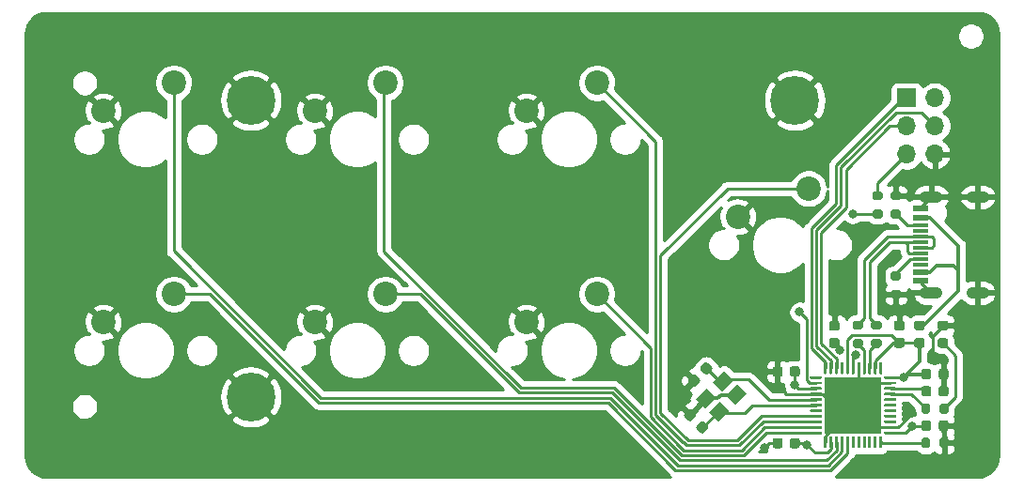
<source format=gbr>
%TF.GenerationSoftware,KiCad,Pcbnew,5.1.7-a382d34a8~88~ubuntu20.04.1*%
%TF.CreationDate,2021-03-25T19:52:25+01:00*%
%TF.ProjectId,launchpad,6c61756e-6368-4706-9164-2e6b69636164,rev?*%
%TF.SameCoordinates,Original*%
%TF.FileFunction,Copper,L1,Top*%
%TF.FilePolarity,Positive*%
%FSLAX46Y46*%
G04 Gerber Fmt 4.6, Leading zero omitted, Abs format (unit mm)*
G04 Created by KiCad (PCBNEW 5.1.7-a382d34a8~88~ubuntu20.04.1) date 2021-03-25 19:52:25*
%MOMM*%
%LPD*%
G01*
G04 APERTURE LIST*
%TA.AperFunction,ComponentPad*%
%ADD10O,1.700000X1.700000*%
%TD*%
%TA.AperFunction,ComponentPad*%
%ADD11R,1.700000X1.700000*%
%TD*%
%TA.AperFunction,ComponentPad*%
%ADD12C,2.200000*%
%TD*%
%TA.AperFunction,ComponentPad*%
%ADD13C,4.400000*%
%TD*%
%TA.AperFunction,SMDPad,CuDef*%
%ADD14R,1.450000X0.600000*%
%TD*%
%TA.AperFunction,SMDPad,CuDef*%
%ADD15R,1.450000X0.300000*%
%TD*%
%TA.AperFunction,ComponentPad*%
%ADD16O,2.100000X1.050000*%
%TD*%
%TA.AperFunction,SMDPad,CuDef*%
%ADD17R,5.200000X5.200000*%
%TD*%
%TA.AperFunction,SMDPad,CuDef*%
%ADD18C,0.100000*%
%TD*%
%TA.AperFunction,ViaPad*%
%ADD19C,0.800000*%
%TD*%
%TA.AperFunction,Conductor*%
%ADD20C,0.250000*%
%TD*%
%TA.AperFunction,Conductor*%
%ADD21C,0.300000*%
%TD*%
%TA.AperFunction,Conductor*%
%ADD22C,0.254000*%
%TD*%
%TA.AperFunction,Conductor*%
%ADD23C,0.100000*%
%TD*%
G04 APERTURE END LIST*
D10*
%TO.P,J2,6*%
%TO.N,GND*%
X186636660Y-62931040D03*
%TO.P,J2,5*%
%TO.N,RESET*%
X184096660Y-62931040D03*
%TO.P,J2,4*%
%TO.N,MOSI*%
X186636660Y-60391040D03*
%TO.P,J2,3*%
%TO.N,SCLK*%
X184096660Y-60391040D03*
%TO.P,J2,2*%
%TO.N,+5V*%
X186636660Y-57851040D03*
D11*
%TO.P,J2,1*%
%TO.N,MISO*%
X184096660Y-57851040D03*
%TD*%
D12*
%TO.P,SW0,2*%
%TO.N,GND*%
X111760000Y-59055000D03*
%TO.P,SW0,1*%
%TO.N,BTN0*%
X118110000Y-56515000D03*
%TD*%
D13*
%TO.P,H3,1*%
%TO.N,GND*%
X174058580Y-58070161D03*
%TD*%
%TO.P,H2,1*%
%TO.N,GND*%
X125064520Y-58070161D03*
%TD*%
%TO.P,H1,1*%
%TO.N,GND*%
X125064520Y-84825840D03*
%TD*%
D12*
%TO.P,SW6,2*%
%TO.N,GND*%
X168910000Y-68580000D03*
%TO.P,SW6,1*%
%TO.N,BTN6*%
X175260000Y-66040000D03*
%TD*%
D14*
%TO.P,J1,A1B12*%
%TO.N,GND*%
X185405000Y-74370000D03*
%TO.P,J1,A4B9*%
%TO.N,/VBUS*%
X185405000Y-73570000D03*
D15*
%TO.P,J1,A6*%
%TO.N,USB_D+*%
X185405000Y-71370000D03*
%TO.P,J1,B7*%
%TO.N,USB_D-*%
X185405000Y-71870000D03*
%TO.P,J1,A5*%
%TO.N,Net-(J1-PadA5)*%
X185405000Y-72370000D03*
%TO.P,J1,B8*%
%TO.N,Net-(J1-PadB8)*%
X185405000Y-72870000D03*
%TO.P,J1,A7*%
%TO.N,USB_D-*%
X185405000Y-70870000D03*
%TO.P,J1,B6*%
%TO.N,USB_D+*%
X185405000Y-70370000D03*
%TO.P,J1,A8*%
%TO.N,Net-(J1-PadA8)*%
X185405000Y-69870000D03*
%TO.P,J1,B5*%
%TO.N,Net-(J1-PadB5)*%
X185405000Y-69370000D03*
D14*
%TO.P,J1,B4A9*%
%TO.N,/VBUS*%
X185405000Y-68670000D03*
%TO.P,J1,B1A12*%
%TO.N,GND*%
X185405000Y-67870000D03*
D16*
%TO.P,J1,S1*%
X186320000Y-75440000D03*
%TO.P,J1,S2*%
X186320000Y-66800000D03*
%TO.P,J1,S3*%
X190500000Y-75440000D03*
%TO.P,J1,S4*%
X190500000Y-66800000D03*
%TD*%
%TO.P,D2,1*%
%TO.N,GND*%
%TA.AperFunction,SMDPad,CuDef*%
G36*
G01*
X187113270Y-77954120D02*
X187625770Y-77954120D01*
G75*
G02*
X187844520Y-78172870I0J-218750D01*
G01*
X187844520Y-78610370D01*
G75*
G02*
X187625770Y-78829120I-218750J0D01*
G01*
X187113270Y-78829120D01*
G75*
G02*
X186894520Y-78610370I0J218750D01*
G01*
X186894520Y-78172870D01*
G75*
G02*
X187113270Y-77954120I218750J0D01*
G01*
G37*
%TD.AperFunction*%
%TO.P,D2,2*%
%TO.N,Net-(D2-Pad2)*%
%TA.AperFunction,SMDPad,CuDef*%
G36*
G01*
X187113270Y-79529120D02*
X187625770Y-79529120D01*
G75*
G02*
X187844520Y-79747870I0J-218750D01*
G01*
X187844520Y-80185370D01*
G75*
G02*
X187625770Y-80404120I-218750J0D01*
G01*
X187113270Y-80404120D01*
G75*
G02*
X186894520Y-80185370I0J218750D01*
G01*
X186894520Y-79747870D01*
G75*
G02*
X187113270Y-79529120I218750J0D01*
G01*
G37*
%TD.AperFunction*%
%TD*%
%TO.P,C1,1*%
%TO.N,Net-(C1-Pad1)*%
%TA.AperFunction,SMDPad,CuDef*%
G36*
G01*
X185434520Y-84577240D02*
X185434520Y-84077240D01*
G75*
G02*
X185659520Y-83852240I225000J0D01*
G01*
X186109520Y-83852240D01*
G75*
G02*
X186334520Y-84077240I0J-225000D01*
G01*
X186334520Y-84577240D01*
G75*
G02*
X186109520Y-84802240I-225000J0D01*
G01*
X185659520Y-84802240D01*
G75*
G02*
X185434520Y-84577240I0J225000D01*
G01*
G37*
%TD.AperFunction*%
%TO.P,C1,2*%
%TO.N,GND*%
%TA.AperFunction,SMDPad,CuDef*%
G36*
G01*
X186984520Y-84577240D02*
X186984520Y-84077240D01*
G75*
G02*
X187209520Y-83852240I225000J0D01*
G01*
X187659520Y-83852240D01*
G75*
G02*
X187884520Y-84077240I0J-225000D01*
G01*
X187884520Y-84577240D01*
G75*
G02*
X187659520Y-84802240I-225000J0D01*
G01*
X187209520Y-84802240D01*
G75*
G02*
X186984520Y-84577240I0J225000D01*
G01*
G37*
%TD.AperFunction*%
%TD*%
%TO.P,C2,1*%
%TO.N,Net-(C2-Pad1)*%
%TA.AperFunction,SMDPad,CuDef*%
G36*
G01*
X177844260Y-80421900D02*
X177344260Y-80421900D01*
G75*
G02*
X177119260Y-80196900I0J225000D01*
G01*
X177119260Y-79746900D01*
G75*
G02*
X177344260Y-79521900I225000J0D01*
G01*
X177844260Y-79521900D01*
G75*
G02*
X178069260Y-79746900I0J-225000D01*
G01*
X178069260Y-80196900D01*
G75*
G02*
X177844260Y-80421900I-225000J0D01*
G01*
G37*
%TD.AperFunction*%
%TO.P,C2,2*%
%TO.N,GND*%
%TA.AperFunction,SMDPad,CuDef*%
G36*
G01*
X177844260Y-78871900D02*
X177344260Y-78871900D01*
G75*
G02*
X177119260Y-78646900I0J225000D01*
G01*
X177119260Y-78196900D01*
G75*
G02*
X177344260Y-77971900I225000J0D01*
G01*
X177844260Y-77971900D01*
G75*
G02*
X178069260Y-78196900I0J-225000D01*
G01*
X178069260Y-78646900D01*
G75*
G02*
X177844260Y-78871900I-225000J0D01*
G01*
G37*
%TD.AperFunction*%
%TD*%
%TO.P,C3,2*%
%TO.N,GND*%
%TA.AperFunction,SMDPad,CuDef*%
G36*
G01*
X172938260Y-82297460D02*
X172938260Y-82797460D01*
G75*
G02*
X172713260Y-83022460I-225000J0D01*
G01*
X172263260Y-83022460D01*
G75*
G02*
X172038260Y-82797460I0J225000D01*
G01*
X172038260Y-82297460D01*
G75*
G02*
X172263260Y-82072460I225000J0D01*
G01*
X172713260Y-82072460D01*
G75*
G02*
X172938260Y-82297460I0J-225000D01*
G01*
G37*
%TD.AperFunction*%
%TO.P,C3,1*%
%TO.N,+5V*%
%TA.AperFunction,SMDPad,CuDef*%
G36*
G01*
X174488260Y-82297460D02*
X174488260Y-82797460D01*
G75*
G02*
X174263260Y-83022460I-225000J0D01*
G01*
X173813260Y-83022460D01*
G75*
G02*
X173588260Y-82797460I0J225000D01*
G01*
X173588260Y-82297460D01*
G75*
G02*
X173813260Y-82072460I225000J0D01*
G01*
X174263260Y-82072460D01*
G75*
G02*
X174488260Y-82297460I0J-225000D01*
G01*
G37*
%TD.AperFunction*%
%TD*%
%TO.P,C4,2*%
%TO.N,GND*%
%TA.AperFunction,SMDPad,CuDef*%
G36*
G01*
X186984520Y-87681120D02*
X186984520Y-87181120D01*
G75*
G02*
X187209520Y-86956120I225000J0D01*
G01*
X187659520Y-86956120D01*
G75*
G02*
X187884520Y-87181120I0J-225000D01*
G01*
X187884520Y-87681120D01*
G75*
G02*
X187659520Y-87906120I-225000J0D01*
G01*
X187209520Y-87906120D01*
G75*
G02*
X186984520Y-87681120I0J225000D01*
G01*
G37*
%TD.AperFunction*%
%TO.P,C4,1*%
%TO.N,+5V*%
%TA.AperFunction,SMDPad,CuDef*%
G36*
G01*
X185434520Y-87681120D02*
X185434520Y-87181120D01*
G75*
G02*
X185659520Y-86956120I225000J0D01*
G01*
X186109520Y-86956120D01*
G75*
G02*
X186334520Y-87181120I0J-225000D01*
G01*
X186334520Y-87681120D01*
G75*
G02*
X186109520Y-87906120I-225000J0D01*
G01*
X185659520Y-87906120D01*
G75*
G02*
X185434520Y-87681120I0J225000D01*
G01*
G37*
%TD.AperFunction*%
%TD*%
%TO.P,C5,2*%
%TO.N,GND*%
%TA.AperFunction,SMDPad,CuDef*%
G36*
G01*
X172938260Y-88759220D02*
X172938260Y-89259220D01*
G75*
G02*
X172713260Y-89484220I-225000J0D01*
G01*
X172263260Y-89484220D01*
G75*
G02*
X172038260Y-89259220I0J225000D01*
G01*
X172038260Y-88759220D01*
G75*
G02*
X172263260Y-88534220I225000J0D01*
G01*
X172713260Y-88534220D01*
G75*
G02*
X172938260Y-88759220I0J-225000D01*
G01*
G37*
%TD.AperFunction*%
%TO.P,C5,1*%
%TO.N,+5V*%
%TA.AperFunction,SMDPad,CuDef*%
G36*
G01*
X174488260Y-88759220D02*
X174488260Y-89259220D01*
G75*
G02*
X174263260Y-89484220I-225000J0D01*
G01*
X173813260Y-89484220D01*
G75*
G02*
X173588260Y-89259220I0J225000D01*
G01*
X173588260Y-88759220D01*
G75*
G02*
X173813260Y-88534220I225000J0D01*
G01*
X174263260Y-88534220D01*
G75*
G02*
X174488260Y-88759220I0J-225000D01*
G01*
G37*
%TD.AperFunction*%
%TD*%
%TO.P,C6,1*%
%TO.N,+5V*%
%TA.AperFunction,SMDPad,CuDef*%
G36*
G01*
X185434520Y-83025300D02*
X185434520Y-82525300D01*
G75*
G02*
X185659520Y-82300300I225000J0D01*
G01*
X186109520Y-82300300D01*
G75*
G02*
X186334520Y-82525300I0J-225000D01*
G01*
X186334520Y-83025300D01*
G75*
G02*
X186109520Y-83250300I-225000J0D01*
G01*
X185659520Y-83250300D01*
G75*
G02*
X185434520Y-83025300I0J225000D01*
G01*
G37*
%TD.AperFunction*%
%TO.P,C6,2*%
%TO.N,GND*%
%TA.AperFunction,SMDPad,CuDef*%
G36*
G01*
X186984520Y-83025300D02*
X186984520Y-82525300D01*
G75*
G02*
X187209520Y-82300300I225000J0D01*
G01*
X187659520Y-82300300D01*
G75*
G02*
X187884520Y-82525300I0J-225000D01*
G01*
X187884520Y-83025300D01*
G75*
G02*
X187659520Y-83250300I-225000J0D01*
G01*
X187209520Y-83250300D01*
G75*
G02*
X186984520Y-83025300I0J225000D01*
G01*
G37*
%TD.AperFunction*%
%TD*%
%TO.P,C7,1*%
%TO.N,+5V*%
%TA.AperFunction,SMDPad,CuDef*%
G36*
G01*
X183696420Y-80404120D02*
X183196420Y-80404120D01*
G75*
G02*
X182971420Y-80179120I0J225000D01*
G01*
X182971420Y-79729120D01*
G75*
G02*
X183196420Y-79504120I225000J0D01*
G01*
X183696420Y-79504120D01*
G75*
G02*
X183921420Y-79729120I0J-225000D01*
G01*
X183921420Y-80179120D01*
G75*
G02*
X183696420Y-80404120I-225000J0D01*
G01*
G37*
%TD.AperFunction*%
%TO.P,C7,2*%
%TO.N,GND*%
%TA.AperFunction,SMDPad,CuDef*%
G36*
G01*
X183696420Y-78854120D02*
X183196420Y-78854120D01*
G75*
G02*
X182971420Y-78629120I0J225000D01*
G01*
X182971420Y-78179120D01*
G75*
G02*
X183196420Y-77954120I225000J0D01*
G01*
X183696420Y-77954120D01*
G75*
G02*
X183921420Y-78179120I0J-225000D01*
G01*
X183921420Y-78629120D01*
G75*
G02*
X183696420Y-78854120I-225000J0D01*
G01*
G37*
%TD.AperFunction*%
%TD*%
%TO.P,C8,1*%
%TO.N,GND*%
%TA.AperFunction,SMDPad,CuDef*%
G36*
G01*
X164125597Y-86338591D02*
X164479151Y-85985037D01*
G75*
G02*
X164797349Y-85985037I159099J-159099D01*
G01*
X165115547Y-86303235D01*
G75*
G02*
X165115547Y-86621433I-159099J-159099D01*
G01*
X164761993Y-86974987D01*
G75*
G02*
X164443795Y-86974987I-159099J159099D01*
G01*
X164125597Y-86656789D01*
G75*
G02*
X164125597Y-86338591I159099J159099D01*
G01*
G37*
%TD.AperFunction*%
%TO.P,C8,2*%
%TO.N,HSE_IN*%
%TA.AperFunction,SMDPad,CuDef*%
G36*
G01*
X165221613Y-87434607D02*
X165575167Y-87081053D01*
G75*
G02*
X165893365Y-87081053I159099J-159099D01*
G01*
X166211563Y-87399251D01*
G75*
G02*
X166211563Y-87717449I-159099J-159099D01*
G01*
X165858009Y-88071003D01*
G75*
G02*
X165539811Y-88071003I-159099J159099D01*
G01*
X165221613Y-87752805D01*
G75*
G02*
X165221613Y-87434607I159099J159099D01*
G01*
G37*
%TD.AperFunction*%
%TD*%
%TO.P,C9,2*%
%TO.N,HSE_OUT*%
%TA.AperFunction,SMDPad,CuDef*%
G36*
G01*
X165933939Y-82760495D02*
X165580385Y-82406941D01*
G75*
G02*
X165580385Y-82088743I159099J159099D01*
G01*
X165898583Y-81770545D01*
G75*
G02*
X166216781Y-81770545I159099J-159099D01*
G01*
X166570335Y-82124099D01*
G75*
G02*
X166570335Y-82442297I-159099J-159099D01*
G01*
X166252137Y-82760495D01*
G75*
G02*
X165933939Y-82760495I-159099J159099D01*
G01*
G37*
%TD.AperFunction*%
%TO.P,C9,1*%
%TO.N,GND*%
%TA.AperFunction,SMDPad,CuDef*%
G36*
G01*
X164837923Y-83856511D02*
X164484369Y-83502957D01*
G75*
G02*
X164484369Y-83184759I159099J159099D01*
G01*
X164802567Y-82866561D01*
G75*
G02*
X165120765Y-82866561I159099J-159099D01*
G01*
X165474319Y-83220115D01*
G75*
G02*
X165474319Y-83538313I-159099J-159099D01*
G01*
X165156121Y-83856511D01*
G75*
G02*
X164837923Y-83856511I-159099J159099D01*
G01*
G37*
%TD.AperFunction*%
%TD*%
%TO.P,F1,1*%
%TO.N,+5V*%
%TA.AperFunction,SMDPad,CuDef*%
G36*
G01*
X185518770Y-80404120D02*
X185006270Y-80404120D01*
G75*
G02*
X184787520Y-80185370I0J218750D01*
G01*
X184787520Y-79747870D01*
G75*
G02*
X185006270Y-79529120I218750J0D01*
G01*
X185518770Y-79529120D01*
G75*
G02*
X185737520Y-79747870I0J-218750D01*
G01*
X185737520Y-80185370D01*
G75*
G02*
X185518770Y-80404120I-218750J0D01*
G01*
G37*
%TD.AperFunction*%
%TO.P,F1,2*%
%TO.N,/VBUS*%
%TA.AperFunction,SMDPad,CuDef*%
G36*
G01*
X185518770Y-78829120D02*
X185006270Y-78829120D01*
G75*
G02*
X184787520Y-78610370I0J218750D01*
G01*
X184787520Y-78172870D01*
G75*
G02*
X185006270Y-77954120I218750J0D01*
G01*
X185518770Y-77954120D01*
G75*
G02*
X185737520Y-78172870I0J-218750D01*
G01*
X185737520Y-78610370D01*
G75*
G02*
X185518770Y-78829120I-218750J0D01*
G01*
G37*
%TD.AperFunction*%
%TD*%
%TO.P,R1,2*%
%TO.N,RESET*%
%TA.AperFunction,SMDPad,CuDef*%
G36*
G01*
X181758000Y-67078540D02*
X181208000Y-67078540D01*
G75*
G02*
X181008000Y-66878540I0J200000D01*
G01*
X181008000Y-66478540D01*
G75*
G02*
X181208000Y-66278540I200000J0D01*
G01*
X181758000Y-66278540D01*
G75*
G02*
X181958000Y-66478540I0J-200000D01*
G01*
X181958000Y-66878540D01*
G75*
G02*
X181758000Y-67078540I-200000J0D01*
G01*
G37*
%TD.AperFunction*%
%TO.P,R1,1*%
%TO.N,+5V*%
%TA.AperFunction,SMDPad,CuDef*%
G36*
G01*
X181758000Y-68728540D02*
X181208000Y-68728540D01*
G75*
G02*
X181008000Y-68528540I0J200000D01*
G01*
X181008000Y-68128540D01*
G75*
G02*
X181208000Y-67928540I200000J0D01*
G01*
X181758000Y-67928540D01*
G75*
G02*
X181958000Y-68128540I0J-200000D01*
G01*
X181958000Y-68528540D01*
G75*
G02*
X181758000Y-68728540I-200000J0D01*
G01*
G37*
%TD.AperFunction*%
%TD*%
%TO.P,R2,1*%
%TO.N,Net-(R2-Pad1)*%
%TA.AperFunction,SMDPad,CuDef*%
G36*
G01*
X179977140Y-80412040D02*
X179427140Y-80412040D01*
G75*
G02*
X179227140Y-80212040I0J200000D01*
G01*
X179227140Y-79812040D01*
G75*
G02*
X179427140Y-79612040I200000J0D01*
G01*
X179977140Y-79612040D01*
G75*
G02*
X180177140Y-79812040I0J-200000D01*
G01*
X180177140Y-80212040D01*
G75*
G02*
X179977140Y-80412040I-200000J0D01*
G01*
G37*
%TD.AperFunction*%
%TO.P,R2,2*%
%TO.N,USB_D+*%
%TA.AperFunction,SMDPad,CuDef*%
G36*
G01*
X179977140Y-78762040D02*
X179427140Y-78762040D01*
G75*
G02*
X179227140Y-78562040I0J200000D01*
G01*
X179227140Y-78162040D01*
G75*
G02*
X179427140Y-77962040I200000J0D01*
G01*
X179977140Y-77962040D01*
G75*
G02*
X180177140Y-78162040I0J-200000D01*
G01*
X180177140Y-78562040D01*
G75*
G02*
X179977140Y-78762040I-200000J0D01*
G01*
G37*
%TD.AperFunction*%
%TD*%
%TO.P,R3,2*%
%TO.N,USB_D-*%
%TA.AperFunction,SMDPad,CuDef*%
G36*
G01*
X181660313Y-78762040D02*
X181110313Y-78762040D01*
G75*
G02*
X180910313Y-78562040I0J200000D01*
G01*
X180910313Y-78162040D01*
G75*
G02*
X181110313Y-77962040I200000J0D01*
G01*
X181660313Y-77962040D01*
G75*
G02*
X181860313Y-78162040I0J-200000D01*
G01*
X181860313Y-78562040D01*
G75*
G02*
X181660313Y-78762040I-200000J0D01*
G01*
G37*
%TD.AperFunction*%
%TO.P,R3,1*%
%TO.N,Net-(R3-Pad1)*%
%TA.AperFunction,SMDPad,CuDef*%
G36*
G01*
X181660313Y-80412040D02*
X181110313Y-80412040D01*
G75*
G02*
X180910313Y-80212040I0J200000D01*
G01*
X180910313Y-79812040D01*
G75*
G02*
X181110313Y-79612040I200000J0D01*
G01*
X181660313Y-79612040D01*
G75*
G02*
X181860313Y-79812040I0J-200000D01*
G01*
X181860313Y-80212040D01*
G75*
G02*
X181660313Y-80412040I-200000J0D01*
G01*
G37*
%TD.AperFunction*%
%TD*%
%TO.P,R4,1*%
%TO.N,Net-(R4-Pad1)*%
%TA.AperFunction,SMDPad,CuDef*%
G36*
G01*
X185434520Y-89258060D02*
X185434520Y-88708060D01*
G75*
G02*
X185634520Y-88508060I200000J0D01*
G01*
X186034520Y-88508060D01*
G75*
G02*
X186234520Y-88708060I0J-200000D01*
G01*
X186234520Y-89258060D01*
G75*
G02*
X186034520Y-89458060I-200000J0D01*
G01*
X185634520Y-89458060D01*
G75*
G02*
X185434520Y-89258060I0J200000D01*
G01*
G37*
%TD.AperFunction*%
%TO.P,R4,2*%
%TO.N,GND*%
%TA.AperFunction,SMDPad,CuDef*%
G36*
G01*
X187084520Y-89258060D02*
X187084520Y-88708060D01*
G75*
G02*
X187284520Y-88508060I200000J0D01*
G01*
X187684520Y-88508060D01*
G75*
G02*
X187884520Y-88708060I0J-200000D01*
G01*
X187884520Y-89258060D01*
G75*
G02*
X187684520Y-89458060I-200000J0D01*
G01*
X187284520Y-89458060D01*
G75*
G02*
X187084520Y-89258060I0J200000D01*
G01*
G37*
%TD.AperFunction*%
%TD*%
%TO.P,R5,1*%
%TO.N,Net-(R5-Pad1)*%
%TA.AperFunction,SMDPad,CuDef*%
G36*
G01*
X185434520Y-86154180D02*
X185434520Y-85604180D01*
G75*
G02*
X185634520Y-85404180I200000J0D01*
G01*
X186034520Y-85404180D01*
G75*
G02*
X186234520Y-85604180I0J-200000D01*
G01*
X186234520Y-86154180D01*
G75*
G02*
X186034520Y-86354180I-200000J0D01*
G01*
X185634520Y-86354180D01*
G75*
G02*
X185434520Y-86154180I0J200000D01*
G01*
G37*
%TD.AperFunction*%
%TO.P,R5,2*%
%TO.N,Net-(D2-Pad2)*%
%TA.AperFunction,SMDPad,CuDef*%
G36*
G01*
X187084520Y-86154180D02*
X187084520Y-85604180D01*
G75*
G02*
X187284520Y-85404180I200000J0D01*
G01*
X187684520Y-85404180D01*
G75*
G02*
X187884520Y-85604180I0J-200000D01*
G01*
X187884520Y-86154180D01*
G75*
G02*
X187684520Y-86354180I-200000J0D01*
G01*
X187284520Y-86354180D01*
G75*
G02*
X187084520Y-86154180I0J200000D01*
G01*
G37*
%TD.AperFunction*%
%TD*%
%TO.P,R6,2*%
%TO.N,GND*%
%TA.AperFunction,SMDPad,CuDef*%
G36*
G01*
X182866620Y-75182280D02*
X183416620Y-75182280D01*
G75*
G02*
X183616620Y-75382280I0J-200000D01*
G01*
X183616620Y-75782280D01*
G75*
G02*
X183416620Y-75982280I-200000J0D01*
G01*
X182866620Y-75982280D01*
G75*
G02*
X182666620Y-75782280I0J200000D01*
G01*
X182666620Y-75382280D01*
G75*
G02*
X182866620Y-75182280I200000J0D01*
G01*
G37*
%TD.AperFunction*%
%TO.P,R6,1*%
%TO.N,Net-(J1-PadA5)*%
%TA.AperFunction,SMDPad,CuDef*%
G36*
G01*
X182866620Y-73532280D02*
X183416620Y-73532280D01*
G75*
G02*
X183616620Y-73732280I0J-200000D01*
G01*
X183616620Y-74132280D01*
G75*
G02*
X183416620Y-74332280I-200000J0D01*
G01*
X182866620Y-74332280D01*
G75*
G02*
X182666620Y-74132280I0J200000D01*
G01*
X182666620Y-73732280D01*
G75*
G02*
X182866620Y-73532280I200000J0D01*
G01*
G37*
%TD.AperFunction*%
%TD*%
%TO.P,R7,1*%
%TO.N,GND*%
%TA.AperFunction,SMDPad,CuDef*%
G36*
G01*
X182866620Y-66298360D02*
X183416620Y-66298360D01*
G75*
G02*
X183616620Y-66498360I0J-200000D01*
G01*
X183616620Y-66898360D01*
G75*
G02*
X183416620Y-67098360I-200000J0D01*
G01*
X182866620Y-67098360D01*
G75*
G02*
X182666620Y-66898360I0J200000D01*
G01*
X182666620Y-66498360D01*
G75*
G02*
X182866620Y-66298360I200000J0D01*
G01*
G37*
%TD.AperFunction*%
%TO.P,R7,2*%
%TO.N,Net-(J1-PadB5)*%
%TA.AperFunction,SMDPad,CuDef*%
G36*
G01*
X182866620Y-67948360D02*
X183416620Y-67948360D01*
G75*
G02*
X183616620Y-68148360I0J-200000D01*
G01*
X183616620Y-68548360D01*
G75*
G02*
X183416620Y-68748360I-200000J0D01*
G01*
X182866620Y-68748360D01*
G75*
G02*
X182666620Y-68548360I0J200000D01*
G01*
X182666620Y-68148360D01*
G75*
G02*
X182866620Y-67948360I200000J0D01*
G01*
G37*
%TD.AperFunction*%
%TD*%
D12*
%TO.P,SW1,2*%
%TO.N,GND*%
X111760000Y-78105000D03*
%TO.P,SW1,1*%
%TO.N,BTN1*%
X118110000Y-75565000D03*
%TD*%
%TO.P,SW2,2*%
%TO.N,GND*%
X130810000Y-59055000D03*
%TO.P,SW2,1*%
%TO.N,BTN2*%
X137160000Y-56515000D03*
%TD*%
%TO.P,SW3,1*%
%TO.N,BTN3*%
X137160000Y-75565000D03*
%TO.P,SW3,2*%
%TO.N,GND*%
X130810000Y-78105000D03*
%TD*%
%TO.P,SW4,1*%
%TO.N,BTN4*%
X156210000Y-56515000D03*
%TO.P,SW4,2*%
%TO.N,GND*%
X149860000Y-59055000D03*
%TD*%
%TO.P,SW5,2*%
%TO.N,GND*%
X149860000Y-78105000D03*
%TO.P,SW5,1*%
%TO.N,BTN5*%
X156210000Y-75565000D03*
%TD*%
%TO.P,U1,1*%
%TO.N,Net-(U1-Pad1)*%
%TA.AperFunction,SMDPad,CuDef*%
G36*
G01*
X181725940Y-81702680D02*
X181850940Y-81702680D01*
G75*
G02*
X181913440Y-81765180I0J-62500D01*
G01*
X181913440Y-82715180D01*
G75*
G02*
X181850940Y-82777680I-62500J0D01*
G01*
X181725940Y-82777680D01*
G75*
G02*
X181663440Y-82715180I0J62500D01*
G01*
X181663440Y-81765180D01*
G75*
G02*
X181725940Y-81702680I62500J0D01*
G01*
G37*
%TD.AperFunction*%
%TO.P,U1,2*%
%TO.N,+5V*%
%TA.AperFunction,SMDPad,CuDef*%
G36*
G01*
X181225940Y-81702680D02*
X181350940Y-81702680D01*
G75*
G02*
X181413440Y-81765180I0J-62500D01*
G01*
X181413440Y-82715180D01*
G75*
G02*
X181350940Y-82777680I-62500J0D01*
G01*
X181225940Y-82777680D01*
G75*
G02*
X181163440Y-82715180I0J62500D01*
G01*
X181163440Y-81765180D01*
G75*
G02*
X181225940Y-81702680I62500J0D01*
G01*
G37*
%TD.AperFunction*%
%TO.P,U1,3*%
%TO.N,Net-(R3-Pad1)*%
%TA.AperFunction,SMDPad,CuDef*%
G36*
G01*
X180725940Y-81702680D02*
X180850940Y-81702680D01*
G75*
G02*
X180913440Y-81765180I0J-62500D01*
G01*
X180913440Y-82715180D01*
G75*
G02*
X180850940Y-82777680I-62500J0D01*
G01*
X180725940Y-82777680D01*
G75*
G02*
X180663440Y-82715180I0J62500D01*
G01*
X180663440Y-81765180D01*
G75*
G02*
X180725940Y-81702680I62500J0D01*
G01*
G37*
%TD.AperFunction*%
%TO.P,U1,4*%
%TO.N,Net-(R2-Pad1)*%
%TA.AperFunction,SMDPad,CuDef*%
G36*
G01*
X180225940Y-81702680D02*
X180350940Y-81702680D01*
G75*
G02*
X180413440Y-81765180I0J-62500D01*
G01*
X180413440Y-82715180D01*
G75*
G02*
X180350940Y-82777680I-62500J0D01*
G01*
X180225940Y-82777680D01*
G75*
G02*
X180163440Y-82715180I0J62500D01*
G01*
X180163440Y-81765180D01*
G75*
G02*
X180225940Y-81702680I62500J0D01*
G01*
G37*
%TD.AperFunction*%
%TO.P,U1,5*%
%TO.N,GND*%
%TA.AperFunction,SMDPad,CuDef*%
G36*
G01*
X179725940Y-81702680D02*
X179850940Y-81702680D01*
G75*
G02*
X179913440Y-81765180I0J-62500D01*
G01*
X179913440Y-82715180D01*
G75*
G02*
X179850940Y-82777680I-62500J0D01*
G01*
X179725940Y-82777680D01*
G75*
G02*
X179663440Y-82715180I0J62500D01*
G01*
X179663440Y-81765180D01*
G75*
G02*
X179725940Y-81702680I62500J0D01*
G01*
G37*
%TD.AperFunction*%
%TO.P,U1,6*%
%TO.N,Net-(C2-Pad1)*%
%TA.AperFunction,SMDPad,CuDef*%
G36*
G01*
X179225940Y-81702680D02*
X179350940Y-81702680D01*
G75*
G02*
X179413440Y-81765180I0J-62500D01*
G01*
X179413440Y-82715180D01*
G75*
G02*
X179350940Y-82777680I-62500J0D01*
G01*
X179225940Y-82777680D01*
G75*
G02*
X179163440Y-82715180I0J62500D01*
G01*
X179163440Y-81765180D01*
G75*
G02*
X179225940Y-81702680I62500J0D01*
G01*
G37*
%TD.AperFunction*%
%TO.P,U1,7*%
%TO.N,+5V*%
%TA.AperFunction,SMDPad,CuDef*%
G36*
G01*
X178725940Y-81702680D02*
X178850940Y-81702680D01*
G75*
G02*
X178913440Y-81765180I0J-62500D01*
G01*
X178913440Y-82715180D01*
G75*
G02*
X178850940Y-82777680I-62500J0D01*
G01*
X178725940Y-82777680D01*
G75*
G02*
X178663440Y-82715180I0J62500D01*
G01*
X178663440Y-81765180D01*
G75*
G02*
X178725940Y-81702680I62500J0D01*
G01*
G37*
%TD.AperFunction*%
%TO.P,U1,8*%
%TO.N,Net-(U1-Pad8)*%
%TA.AperFunction,SMDPad,CuDef*%
G36*
G01*
X178225940Y-81702680D02*
X178350940Y-81702680D01*
G75*
G02*
X178413440Y-81765180I0J-62500D01*
G01*
X178413440Y-82715180D01*
G75*
G02*
X178350940Y-82777680I-62500J0D01*
G01*
X178225940Y-82777680D01*
G75*
G02*
X178163440Y-82715180I0J62500D01*
G01*
X178163440Y-81765180D01*
G75*
G02*
X178225940Y-81702680I62500J0D01*
G01*
G37*
%TD.AperFunction*%
%TO.P,U1,9*%
%TO.N,SCLK*%
%TA.AperFunction,SMDPad,CuDef*%
G36*
G01*
X177725940Y-81702680D02*
X177850940Y-81702680D01*
G75*
G02*
X177913440Y-81765180I0J-62500D01*
G01*
X177913440Y-82715180D01*
G75*
G02*
X177850940Y-82777680I-62500J0D01*
G01*
X177725940Y-82777680D01*
G75*
G02*
X177663440Y-82715180I0J62500D01*
G01*
X177663440Y-81765180D01*
G75*
G02*
X177725940Y-81702680I62500J0D01*
G01*
G37*
%TD.AperFunction*%
%TO.P,U1,10*%
%TO.N,MOSI*%
%TA.AperFunction,SMDPad,CuDef*%
G36*
G01*
X177225940Y-81702680D02*
X177350940Y-81702680D01*
G75*
G02*
X177413440Y-81765180I0J-62500D01*
G01*
X177413440Y-82715180D01*
G75*
G02*
X177350940Y-82777680I-62500J0D01*
G01*
X177225940Y-82777680D01*
G75*
G02*
X177163440Y-82715180I0J62500D01*
G01*
X177163440Y-81765180D01*
G75*
G02*
X177225940Y-81702680I62500J0D01*
G01*
G37*
%TD.AperFunction*%
%TO.P,U1,11*%
%TO.N,MISO*%
%TA.AperFunction,SMDPad,CuDef*%
G36*
G01*
X176725940Y-81702680D02*
X176850940Y-81702680D01*
G75*
G02*
X176913440Y-81765180I0J-62500D01*
G01*
X176913440Y-82715180D01*
G75*
G02*
X176850940Y-82777680I-62500J0D01*
G01*
X176725940Y-82777680D01*
G75*
G02*
X176663440Y-82715180I0J62500D01*
G01*
X176663440Y-81765180D01*
G75*
G02*
X176725940Y-81702680I62500J0D01*
G01*
G37*
%TD.AperFunction*%
%TO.P,U1,12*%
%TO.N,Net-(U1-Pad12)*%
%TA.AperFunction,SMDPad,CuDef*%
G36*
G01*
X175475940Y-82952680D02*
X176425940Y-82952680D01*
G75*
G02*
X176488440Y-83015180I0J-62500D01*
G01*
X176488440Y-83140180D01*
G75*
G02*
X176425940Y-83202680I-62500J0D01*
G01*
X175475940Y-83202680D01*
G75*
G02*
X175413440Y-83140180I0J62500D01*
G01*
X175413440Y-83015180D01*
G75*
G02*
X175475940Y-82952680I62500J0D01*
G01*
G37*
%TD.AperFunction*%
%TO.P,U1,13*%
%TO.N,RESET*%
%TA.AperFunction,SMDPad,CuDef*%
G36*
G01*
X175475940Y-83452680D02*
X176425940Y-83452680D01*
G75*
G02*
X176488440Y-83515180I0J-62500D01*
G01*
X176488440Y-83640180D01*
G75*
G02*
X176425940Y-83702680I-62500J0D01*
G01*
X175475940Y-83702680D01*
G75*
G02*
X175413440Y-83640180I0J62500D01*
G01*
X175413440Y-83515180D01*
G75*
G02*
X175475940Y-83452680I62500J0D01*
G01*
G37*
%TD.AperFunction*%
%TO.P,U1,14*%
%TO.N,+5V*%
%TA.AperFunction,SMDPad,CuDef*%
G36*
G01*
X175475940Y-83952680D02*
X176425940Y-83952680D01*
G75*
G02*
X176488440Y-84015180I0J-62500D01*
G01*
X176488440Y-84140180D01*
G75*
G02*
X176425940Y-84202680I-62500J0D01*
G01*
X175475940Y-84202680D01*
G75*
G02*
X175413440Y-84140180I0J62500D01*
G01*
X175413440Y-84015180D01*
G75*
G02*
X175475940Y-83952680I62500J0D01*
G01*
G37*
%TD.AperFunction*%
%TO.P,U1,15*%
%TO.N,GND*%
%TA.AperFunction,SMDPad,CuDef*%
G36*
G01*
X175475940Y-84452680D02*
X176425940Y-84452680D01*
G75*
G02*
X176488440Y-84515180I0J-62500D01*
G01*
X176488440Y-84640180D01*
G75*
G02*
X176425940Y-84702680I-62500J0D01*
G01*
X175475940Y-84702680D01*
G75*
G02*
X175413440Y-84640180I0J62500D01*
G01*
X175413440Y-84515180D01*
G75*
G02*
X175475940Y-84452680I62500J0D01*
G01*
G37*
%TD.AperFunction*%
%TO.P,U1,16*%
%TO.N,HSE_OUT*%
%TA.AperFunction,SMDPad,CuDef*%
G36*
G01*
X175475940Y-84952680D02*
X176425940Y-84952680D01*
G75*
G02*
X176488440Y-85015180I0J-62500D01*
G01*
X176488440Y-85140180D01*
G75*
G02*
X176425940Y-85202680I-62500J0D01*
G01*
X175475940Y-85202680D01*
G75*
G02*
X175413440Y-85140180I0J62500D01*
G01*
X175413440Y-85015180D01*
G75*
G02*
X175475940Y-84952680I62500J0D01*
G01*
G37*
%TD.AperFunction*%
%TO.P,U1,17*%
%TO.N,HSE_IN*%
%TA.AperFunction,SMDPad,CuDef*%
G36*
G01*
X175475940Y-85452680D02*
X176425940Y-85452680D01*
G75*
G02*
X176488440Y-85515180I0J-62500D01*
G01*
X176488440Y-85640180D01*
G75*
G02*
X176425940Y-85702680I-62500J0D01*
G01*
X175475940Y-85702680D01*
G75*
G02*
X175413440Y-85640180I0J62500D01*
G01*
X175413440Y-85515180D01*
G75*
G02*
X175475940Y-85452680I62500J0D01*
G01*
G37*
%TD.AperFunction*%
%TO.P,U1,18*%
%TO.N,Net-(U1-Pad18)*%
%TA.AperFunction,SMDPad,CuDef*%
G36*
G01*
X175475940Y-85952680D02*
X176425940Y-85952680D01*
G75*
G02*
X176488440Y-86015180I0J-62500D01*
G01*
X176488440Y-86140180D01*
G75*
G02*
X176425940Y-86202680I-62500J0D01*
G01*
X175475940Y-86202680D01*
G75*
G02*
X175413440Y-86140180I0J62500D01*
G01*
X175413440Y-86015180D01*
G75*
G02*
X175475940Y-85952680I62500J0D01*
G01*
G37*
%TD.AperFunction*%
%TO.P,U1,19*%
%TO.N,BTN6*%
%TA.AperFunction,SMDPad,CuDef*%
G36*
G01*
X175475940Y-86452680D02*
X176425940Y-86452680D01*
G75*
G02*
X176488440Y-86515180I0J-62500D01*
G01*
X176488440Y-86640180D01*
G75*
G02*
X176425940Y-86702680I-62500J0D01*
G01*
X175475940Y-86702680D01*
G75*
G02*
X175413440Y-86640180I0J62500D01*
G01*
X175413440Y-86515180D01*
G75*
G02*
X175475940Y-86452680I62500J0D01*
G01*
G37*
%TD.AperFunction*%
%TO.P,U1,20*%
%TO.N,BTN4*%
%TA.AperFunction,SMDPad,CuDef*%
G36*
G01*
X175475940Y-86952680D02*
X176425940Y-86952680D01*
G75*
G02*
X176488440Y-87015180I0J-62500D01*
G01*
X176488440Y-87140180D01*
G75*
G02*
X176425940Y-87202680I-62500J0D01*
G01*
X175475940Y-87202680D01*
G75*
G02*
X175413440Y-87140180I0J62500D01*
G01*
X175413440Y-87015180D01*
G75*
G02*
X175475940Y-86952680I62500J0D01*
G01*
G37*
%TD.AperFunction*%
%TO.P,U1,21*%
%TO.N,BTN5*%
%TA.AperFunction,SMDPad,CuDef*%
G36*
G01*
X175475940Y-87452680D02*
X176425940Y-87452680D01*
G75*
G02*
X176488440Y-87515180I0J-62500D01*
G01*
X176488440Y-87640180D01*
G75*
G02*
X176425940Y-87702680I-62500J0D01*
G01*
X175475940Y-87702680D01*
G75*
G02*
X175413440Y-87640180I0J62500D01*
G01*
X175413440Y-87515180D01*
G75*
G02*
X175475940Y-87452680I62500J0D01*
G01*
G37*
%TD.AperFunction*%
%TO.P,U1,22*%
%TO.N,BTN2*%
%TA.AperFunction,SMDPad,CuDef*%
G36*
G01*
X175475940Y-87952680D02*
X176425940Y-87952680D01*
G75*
G02*
X176488440Y-88015180I0J-62500D01*
G01*
X176488440Y-88140180D01*
G75*
G02*
X176425940Y-88202680I-62500J0D01*
G01*
X175475940Y-88202680D01*
G75*
G02*
X175413440Y-88140180I0J62500D01*
G01*
X175413440Y-88015180D01*
G75*
G02*
X175475940Y-87952680I62500J0D01*
G01*
G37*
%TD.AperFunction*%
%TO.P,U1,23*%
%TO.N,GND*%
%TA.AperFunction,SMDPad,CuDef*%
G36*
G01*
X176725940Y-88377680D02*
X176850940Y-88377680D01*
G75*
G02*
X176913440Y-88440180I0J-62500D01*
G01*
X176913440Y-89390180D01*
G75*
G02*
X176850940Y-89452680I-62500J0D01*
G01*
X176725940Y-89452680D01*
G75*
G02*
X176663440Y-89390180I0J62500D01*
G01*
X176663440Y-88440180D01*
G75*
G02*
X176725940Y-88377680I62500J0D01*
G01*
G37*
%TD.AperFunction*%
%TO.P,U1,24*%
%TO.N,+5V*%
%TA.AperFunction,SMDPad,CuDef*%
G36*
G01*
X177225940Y-88377680D02*
X177350940Y-88377680D01*
G75*
G02*
X177413440Y-88440180I0J-62500D01*
G01*
X177413440Y-89390180D01*
G75*
G02*
X177350940Y-89452680I-62500J0D01*
G01*
X177225940Y-89452680D01*
G75*
G02*
X177163440Y-89390180I0J62500D01*
G01*
X177163440Y-88440180D01*
G75*
G02*
X177225940Y-88377680I62500J0D01*
G01*
G37*
%TD.AperFunction*%
%TO.P,U1,25*%
%TO.N,BTN3*%
%TA.AperFunction,SMDPad,CuDef*%
G36*
G01*
X177725940Y-88377680D02*
X177850940Y-88377680D01*
G75*
G02*
X177913440Y-88440180I0J-62500D01*
G01*
X177913440Y-89390180D01*
G75*
G02*
X177850940Y-89452680I-62500J0D01*
G01*
X177725940Y-89452680D01*
G75*
G02*
X177663440Y-89390180I0J62500D01*
G01*
X177663440Y-88440180D01*
G75*
G02*
X177725940Y-88377680I62500J0D01*
G01*
G37*
%TD.AperFunction*%
%TO.P,U1,26*%
%TO.N,BTN0*%
%TA.AperFunction,SMDPad,CuDef*%
G36*
G01*
X178225940Y-88377680D02*
X178350940Y-88377680D01*
G75*
G02*
X178413440Y-88440180I0J-62500D01*
G01*
X178413440Y-89390180D01*
G75*
G02*
X178350940Y-89452680I-62500J0D01*
G01*
X178225940Y-89452680D01*
G75*
G02*
X178163440Y-89390180I0J62500D01*
G01*
X178163440Y-88440180D01*
G75*
G02*
X178225940Y-88377680I62500J0D01*
G01*
G37*
%TD.AperFunction*%
%TO.P,U1,27*%
%TO.N,BTN1*%
%TA.AperFunction,SMDPad,CuDef*%
G36*
G01*
X178725940Y-88377680D02*
X178850940Y-88377680D01*
G75*
G02*
X178913440Y-88440180I0J-62500D01*
G01*
X178913440Y-89390180D01*
G75*
G02*
X178850940Y-89452680I-62500J0D01*
G01*
X178725940Y-89452680D01*
G75*
G02*
X178663440Y-89390180I0J62500D01*
G01*
X178663440Y-88440180D01*
G75*
G02*
X178725940Y-88377680I62500J0D01*
G01*
G37*
%TD.AperFunction*%
%TO.P,U1,28*%
%TO.N,Net-(U1-Pad28)*%
%TA.AperFunction,SMDPad,CuDef*%
G36*
G01*
X179225940Y-88377680D02*
X179350940Y-88377680D01*
G75*
G02*
X179413440Y-88440180I0J-62500D01*
G01*
X179413440Y-89390180D01*
G75*
G02*
X179350940Y-89452680I-62500J0D01*
G01*
X179225940Y-89452680D01*
G75*
G02*
X179163440Y-89390180I0J62500D01*
G01*
X179163440Y-88440180D01*
G75*
G02*
X179225940Y-88377680I62500J0D01*
G01*
G37*
%TD.AperFunction*%
%TO.P,U1,29*%
%TO.N,Net-(U1-Pad29)*%
%TA.AperFunction,SMDPad,CuDef*%
G36*
G01*
X179725940Y-88377680D02*
X179850940Y-88377680D01*
G75*
G02*
X179913440Y-88440180I0J-62500D01*
G01*
X179913440Y-89390180D01*
G75*
G02*
X179850940Y-89452680I-62500J0D01*
G01*
X179725940Y-89452680D01*
G75*
G02*
X179663440Y-89390180I0J62500D01*
G01*
X179663440Y-88440180D01*
G75*
G02*
X179725940Y-88377680I62500J0D01*
G01*
G37*
%TD.AperFunction*%
%TO.P,U1,30*%
%TO.N,Net-(U1-Pad30)*%
%TA.AperFunction,SMDPad,CuDef*%
G36*
G01*
X180225940Y-88377680D02*
X180350940Y-88377680D01*
G75*
G02*
X180413440Y-88440180I0J-62500D01*
G01*
X180413440Y-89390180D01*
G75*
G02*
X180350940Y-89452680I-62500J0D01*
G01*
X180225940Y-89452680D01*
G75*
G02*
X180163440Y-89390180I0J62500D01*
G01*
X180163440Y-88440180D01*
G75*
G02*
X180225940Y-88377680I62500J0D01*
G01*
G37*
%TD.AperFunction*%
%TO.P,U1,31*%
%TO.N,Net-(U1-Pad31)*%
%TA.AperFunction,SMDPad,CuDef*%
G36*
G01*
X180725940Y-88377680D02*
X180850940Y-88377680D01*
G75*
G02*
X180913440Y-88440180I0J-62500D01*
G01*
X180913440Y-89390180D01*
G75*
G02*
X180850940Y-89452680I-62500J0D01*
G01*
X180725940Y-89452680D01*
G75*
G02*
X180663440Y-89390180I0J62500D01*
G01*
X180663440Y-88440180D01*
G75*
G02*
X180725940Y-88377680I62500J0D01*
G01*
G37*
%TD.AperFunction*%
%TO.P,U1,32*%
%TO.N,Net-(U1-Pad32)*%
%TA.AperFunction,SMDPad,CuDef*%
G36*
G01*
X181225940Y-88377680D02*
X181350940Y-88377680D01*
G75*
G02*
X181413440Y-88440180I0J-62500D01*
G01*
X181413440Y-89390180D01*
G75*
G02*
X181350940Y-89452680I-62500J0D01*
G01*
X181225940Y-89452680D01*
G75*
G02*
X181163440Y-89390180I0J62500D01*
G01*
X181163440Y-88440180D01*
G75*
G02*
X181225940Y-88377680I62500J0D01*
G01*
G37*
%TD.AperFunction*%
%TO.P,U1,33*%
%TO.N,Net-(R4-Pad1)*%
%TA.AperFunction,SMDPad,CuDef*%
G36*
G01*
X181725940Y-88377680D02*
X181850940Y-88377680D01*
G75*
G02*
X181913440Y-88440180I0J-62500D01*
G01*
X181913440Y-89390180D01*
G75*
G02*
X181850940Y-89452680I-62500J0D01*
G01*
X181725940Y-89452680D01*
G75*
G02*
X181663440Y-89390180I0J62500D01*
G01*
X181663440Y-88440180D01*
G75*
G02*
X181725940Y-88377680I62500J0D01*
G01*
G37*
%TD.AperFunction*%
%TO.P,U1,34*%
%TO.N,+5V*%
%TA.AperFunction,SMDPad,CuDef*%
G36*
G01*
X182150940Y-87952680D02*
X183100940Y-87952680D01*
G75*
G02*
X183163440Y-88015180I0J-62500D01*
G01*
X183163440Y-88140180D01*
G75*
G02*
X183100940Y-88202680I-62500J0D01*
G01*
X182150940Y-88202680D01*
G75*
G02*
X182088440Y-88140180I0J62500D01*
G01*
X182088440Y-88015180D01*
G75*
G02*
X182150940Y-87952680I62500J0D01*
G01*
G37*
%TD.AperFunction*%
%TO.P,U1,35*%
%TO.N,GND*%
%TA.AperFunction,SMDPad,CuDef*%
G36*
G01*
X182150940Y-87452680D02*
X183100940Y-87452680D01*
G75*
G02*
X183163440Y-87515180I0J-62500D01*
G01*
X183163440Y-87640180D01*
G75*
G02*
X183100940Y-87702680I-62500J0D01*
G01*
X182150940Y-87702680D01*
G75*
G02*
X182088440Y-87640180I0J62500D01*
G01*
X182088440Y-87515180D01*
G75*
G02*
X182150940Y-87452680I62500J0D01*
G01*
G37*
%TD.AperFunction*%
%TO.P,U1,36*%
%TO.N,Net-(U1-Pad36)*%
%TA.AperFunction,SMDPad,CuDef*%
G36*
G01*
X182150940Y-86952680D02*
X183100940Y-86952680D01*
G75*
G02*
X183163440Y-87015180I0J-62500D01*
G01*
X183163440Y-87140180D01*
G75*
G02*
X183100940Y-87202680I-62500J0D01*
G01*
X182150940Y-87202680D01*
G75*
G02*
X182088440Y-87140180I0J62500D01*
G01*
X182088440Y-87015180D01*
G75*
G02*
X182150940Y-86952680I62500J0D01*
G01*
G37*
%TD.AperFunction*%
%TO.P,U1,37*%
%TO.N,Net-(U1-Pad37)*%
%TA.AperFunction,SMDPad,CuDef*%
G36*
G01*
X182150940Y-86452680D02*
X183100940Y-86452680D01*
G75*
G02*
X183163440Y-86515180I0J-62500D01*
G01*
X183163440Y-86640180D01*
G75*
G02*
X183100940Y-86702680I-62500J0D01*
G01*
X182150940Y-86702680D01*
G75*
G02*
X182088440Y-86640180I0J62500D01*
G01*
X182088440Y-86515180D01*
G75*
G02*
X182150940Y-86452680I62500J0D01*
G01*
G37*
%TD.AperFunction*%
%TO.P,U1,38*%
%TO.N,Net-(U1-Pad38)*%
%TA.AperFunction,SMDPad,CuDef*%
G36*
G01*
X182150940Y-85952680D02*
X183100940Y-85952680D01*
G75*
G02*
X183163440Y-86015180I0J-62500D01*
G01*
X183163440Y-86140180D01*
G75*
G02*
X183100940Y-86202680I-62500J0D01*
G01*
X182150940Y-86202680D01*
G75*
G02*
X182088440Y-86140180I0J62500D01*
G01*
X182088440Y-86015180D01*
G75*
G02*
X182150940Y-85952680I62500J0D01*
G01*
G37*
%TD.AperFunction*%
%TO.P,U1,39*%
%TO.N,Net-(U1-Pad39)*%
%TA.AperFunction,SMDPad,CuDef*%
G36*
G01*
X182150940Y-85452680D02*
X183100940Y-85452680D01*
G75*
G02*
X183163440Y-85515180I0J-62500D01*
G01*
X183163440Y-85640180D01*
G75*
G02*
X183100940Y-85702680I-62500J0D01*
G01*
X182150940Y-85702680D01*
G75*
G02*
X182088440Y-85640180I0J62500D01*
G01*
X182088440Y-85515180D01*
G75*
G02*
X182150940Y-85452680I62500J0D01*
G01*
G37*
%TD.AperFunction*%
%TO.P,U1,40*%
%TO.N,Net-(U1-Pad40)*%
%TA.AperFunction,SMDPad,CuDef*%
G36*
G01*
X182150940Y-84952680D02*
X183100940Y-84952680D01*
G75*
G02*
X183163440Y-85015180I0J-62500D01*
G01*
X183163440Y-85140180D01*
G75*
G02*
X183100940Y-85202680I-62500J0D01*
G01*
X182150940Y-85202680D01*
G75*
G02*
X182088440Y-85140180I0J62500D01*
G01*
X182088440Y-85015180D01*
G75*
G02*
X182150940Y-84952680I62500J0D01*
G01*
G37*
%TD.AperFunction*%
%TO.P,U1,41*%
%TO.N,Net-(R5-Pad1)*%
%TA.AperFunction,SMDPad,CuDef*%
G36*
G01*
X182150940Y-84452680D02*
X183100940Y-84452680D01*
G75*
G02*
X183163440Y-84515180I0J-62500D01*
G01*
X183163440Y-84640180D01*
G75*
G02*
X183100940Y-84702680I-62500J0D01*
G01*
X182150940Y-84702680D01*
G75*
G02*
X182088440Y-84640180I0J62500D01*
G01*
X182088440Y-84515180D01*
G75*
G02*
X182150940Y-84452680I62500J0D01*
G01*
G37*
%TD.AperFunction*%
%TO.P,U1,42*%
%TO.N,Net-(C1-Pad1)*%
%TA.AperFunction,SMDPad,CuDef*%
G36*
G01*
X182150940Y-83952680D02*
X183100940Y-83952680D01*
G75*
G02*
X183163440Y-84015180I0J-62500D01*
G01*
X183163440Y-84140180D01*
G75*
G02*
X183100940Y-84202680I-62500J0D01*
G01*
X182150940Y-84202680D01*
G75*
G02*
X182088440Y-84140180I0J62500D01*
G01*
X182088440Y-84015180D01*
G75*
G02*
X182150940Y-83952680I62500J0D01*
G01*
G37*
%TD.AperFunction*%
%TO.P,U1,43*%
%TO.N,GND*%
%TA.AperFunction,SMDPad,CuDef*%
G36*
G01*
X182150940Y-83452680D02*
X183100940Y-83452680D01*
G75*
G02*
X183163440Y-83515180I0J-62500D01*
G01*
X183163440Y-83640180D01*
G75*
G02*
X183100940Y-83702680I-62500J0D01*
G01*
X182150940Y-83702680D01*
G75*
G02*
X182088440Y-83640180I0J62500D01*
G01*
X182088440Y-83515180D01*
G75*
G02*
X182150940Y-83452680I62500J0D01*
G01*
G37*
%TD.AperFunction*%
%TO.P,U1,44*%
%TO.N,+5V*%
%TA.AperFunction,SMDPad,CuDef*%
G36*
G01*
X182150940Y-82952680D02*
X183100940Y-82952680D01*
G75*
G02*
X183163440Y-83015180I0J-62500D01*
G01*
X183163440Y-83140180D01*
G75*
G02*
X183100940Y-83202680I-62500J0D01*
G01*
X182150940Y-83202680D01*
G75*
G02*
X182088440Y-83140180I0J62500D01*
G01*
X182088440Y-83015180D01*
G75*
G02*
X182150940Y-82952680I62500J0D01*
G01*
G37*
%TD.AperFunction*%
D17*
%TO.P,U1,45*%
%TO.N,GND*%
X179288440Y-85577680D03*
%TD*%
%TA.AperFunction,SMDPad,CuDef*%
D18*
%TO.P,Y1,1*%
%TO.N,HSE_IN*%
G36*
X167171532Y-87090917D02*
G01*
X166323004Y-86242389D01*
X167312954Y-85252439D01*
X168161482Y-86100967D01*
X167171532Y-87090917D01*
G37*
%TD.AperFunction*%
%TA.AperFunction,SMDPad,CuDef*%
%TO.P,Y1,2*%
%TO.N,GND*%
G36*
X168727167Y-85535282D02*
G01*
X167878639Y-84686754D01*
X168868589Y-83696804D01*
X169717117Y-84545332D01*
X168727167Y-85535282D01*
G37*
%TD.AperFunction*%
%TA.AperFunction,SMDPad,CuDef*%
%TO.P,Y1,3*%
%TO.N,HSE_OUT*%
G36*
X167525086Y-84333201D02*
G01*
X166676558Y-83484673D01*
X167666508Y-82494723D01*
X168515036Y-83343251D01*
X167525086Y-84333201D01*
G37*
%TD.AperFunction*%
%TA.AperFunction,SMDPad,CuDef*%
%TO.P,Y1,4*%
%TO.N,GND*%
G36*
X165969451Y-85888836D02*
G01*
X165120923Y-85040308D01*
X166110873Y-84050358D01*
X166959401Y-84898886D01*
X165969451Y-85888836D01*
G37*
%TD.AperFunction*%
%TD*%
D19*
%TO.N,Net-(C2-Pad1)*%
X179563440Y-81061560D03*
X178063440Y-80586580D03*
%TO.N,+5V*%
X175143160Y-89131140D03*
X183834400Y-83077680D03*
X184640220Y-87462360D03*
X174043340Y-83779360D03*
X179247800Y-68308220D03*
%TO.N,RESET*%
X174480220Y-77182980D03*
%TO.N,GND*%
X171333160Y-89382600D03*
X177673000Y-74493120D03*
X186456320Y-81287620D03*
X184640220Y-86291420D03*
%TD*%
D20*
%TO.N,Net-(C1-Pad1)*%
X185583400Y-84051520D02*
X185884520Y-84352640D01*
X182643720Y-84059900D02*
X182625940Y-84077680D01*
X185884520Y-84352640D02*
X185591780Y-84059900D01*
X185591779Y-84059899D02*
X185884520Y-84352640D01*
X182643721Y-84059899D02*
X185591779Y-84059899D01*
X182625940Y-84077680D02*
X182643721Y-84059899D01*
%TO.N,Net-(C2-Pad1)*%
X179288440Y-81336560D02*
X179563440Y-81061560D01*
X179288440Y-82240180D02*
X179288440Y-81336560D01*
X177863632Y-80241272D02*
X177594260Y-79971900D01*
X177594260Y-80117400D02*
X178063440Y-80586580D01*
X177594260Y-79971900D02*
X177594260Y-80117400D01*
%TO.N,+5V*%
X185608300Y-83051520D02*
X185884520Y-82775300D01*
X177288440Y-88915180D02*
X177288440Y-89500702D01*
X174038260Y-89303860D02*
X174038260Y-89009220D01*
X175021240Y-89009220D02*
X175143160Y-89131140D01*
X174038260Y-89009220D02*
X175021240Y-89009220D01*
X177288440Y-89500702D02*
X176946802Y-89842340D01*
X175854360Y-89842340D02*
X175143160Y-89131140D01*
X176946802Y-89842340D02*
X175854360Y-89842340D01*
X183852180Y-83059900D02*
X183834400Y-83077680D01*
X185884520Y-82775300D02*
X185599920Y-83059900D01*
X181288440Y-81637100D02*
X181288440Y-82240180D01*
X181288440Y-81550760D02*
X181288440Y-82240180D01*
X183393080Y-80007460D02*
X183446420Y-79954120D01*
X185250020Y-79954120D02*
X185262520Y-79966620D01*
X183446420Y-79954120D02*
X185250020Y-79954120D01*
X182779330Y-79287030D02*
X183446420Y-79954120D01*
X178788440Y-79708262D02*
X179209672Y-79287030D01*
X179209672Y-79287030D02*
X182779330Y-79287030D01*
X178788440Y-82240180D02*
X178788440Y-79708262D01*
X182885080Y-79954120D02*
X183446420Y-79954120D01*
X181288440Y-81550760D02*
X182885080Y-79954120D01*
X185582140Y-83077680D02*
X185884520Y-82775300D01*
X184024900Y-88077680D02*
X184640220Y-87462360D01*
X182625940Y-88077680D02*
X184024900Y-88077680D01*
X185853280Y-87462360D02*
X185884520Y-87431120D01*
X184640220Y-87462360D02*
X185853280Y-87462360D01*
X174341660Y-84077680D02*
X174043340Y-83779360D01*
X175950940Y-84077680D02*
X174341660Y-84077680D01*
X174043340Y-82552540D02*
X174038260Y-82547460D01*
X174043340Y-83779360D02*
X174043340Y-82552540D01*
X174038260Y-82547460D02*
X174038260Y-82489040D01*
X179268120Y-68328540D02*
X179247800Y-68308220D01*
X181483000Y-68328540D02*
X179268120Y-68328540D01*
D21*
X185262520Y-79966620D02*
X185262520Y-81649560D01*
D20*
X182625940Y-83077680D02*
X183834400Y-83077680D01*
D21*
X184136780Y-82775300D02*
X183834400Y-83077680D01*
X185884520Y-82775300D02*
X184136780Y-82775300D01*
X185262520Y-81649560D02*
X184136780Y-82775300D01*
D20*
%TO.N,HSE_IN*%
X167351825Y-86281260D02*
X167242243Y-86171678D01*
X169524680Y-86281260D02*
X167351825Y-86281260D01*
X170228260Y-85577680D02*
X169524680Y-86281260D01*
X175950940Y-85577680D02*
X170228260Y-85577680D01*
X167120938Y-86171678D02*
X165716588Y-87576028D01*
X167242243Y-86171678D02*
X167120938Y-86171678D01*
%TO.N,HSE_OUT*%
X175950940Y-85077680D02*
X171719620Y-85077680D01*
X171719620Y-85077680D02*
X169890440Y-83248500D01*
X167761259Y-83248500D02*
X167595797Y-83413962D01*
X169890440Y-83248500D02*
X167761259Y-83248500D01*
X167223802Y-83413962D02*
X166075360Y-82265520D01*
X167595797Y-83413962D02*
X167223802Y-83413962D01*
%TO.N,RESET*%
X174480220Y-77182980D02*
X175078371Y-77781131D01*
X175365418Y-83577680D02*
X175950940Y-83577680D01*
X175078371Y-83290633D02*
X175365418Y-83577680D01*
X175078371Y-77781131D02*
X175078371Y-83290633D01*
X181483000Y-65544700D02*
X181483000Y-66678540D01*
X184096660Y-62931040D02*
X181483000Y-65544700D01*
%TO.N,Net-(D2-Pad2)*%
X187484520Y-85879180D02*
X187602620Y-85879180D01*
X187484520Y-85879180D02*
X187484520Y-85834720D01*
X187484520Y-85834720D02*
X188498480Y-84820760D01*
X188498480Y-81095580D02*
X187369520Y-79966620D01*
X188498480Y-84820760D02*
X188498480Y-81095580D01*
%TO.N,USB_D+*%
X180293726Y-72458640D02*
X182382366Y-70370000D01*
X180293726Y-77770454D02*
X180293726Y-72458640D01*
X179702140Y-78362040D02*
X180293726Y-77770454D01*
X182382366Y-70370000D02*
X185405000Y-70370000D01*
X185405000Y-70370000D02*
X186380000Y-70370000D01*
X186380000Y-70370000D02*
X186580780Y-70570780D01*
X186580780Y-70570780D02*
X186580780Y-71154222D01*
X186365002Y-71370000D02*
X185405000Y-71370000D01*
X186580780Y-71154222D02*
X186365002Y-71370000D01*
%TO.N,Net-(J1-PadB5)*%
X184163260Y-69370000D02*
X183141620Y-68348360D01*
X185405000Y-69370000D02*
X184163260Y-69370000D01*
%TO.N,USB_D-*%
X181385312Y-78362040D02*
X181385313Y-78362040D01*
X180793726Y-77770454D02*
X181385312Y-78362040D01*
X180793726Y-72665748D02*
X180793726Y-77770454D01*
X182589474Y-70870000D02*
X180793726Y-72665748D01*
X183935560Y-70870000D02*
X182589474Y-70870000D01*
X185405000Y-70870000D02*
X183935560Y-70870000D01*
X185405000Y-71870000D02*
X184331040Y-71870000D01*
X183935560Y-70870000D02*
X183986360Y-70870000D01*
X183986360Y-70870000D02*
X184200800Y-71084440D01*
X184200800Y-71739760D02*
X184331040Y-71870000D01*
X184200800Y-71084440D02*
X184200800Y-71739760D01*
%TO.N,Net-(J1-PadA5)*%
X183141620Y-73658380D02*
X183141620Y-73932280D01*
X184430000Y-72370000D02*
X183141620Y-73658380D01*
X185405000Y-72370000D02*
X184430000Y-72370000D01*
%TO.N,MISO*%
X183848870Y-57851040D02*
X184096660Y-57851040D01*
X177751310Y-63948600D02*
X183848870Y-57851040D01*
X177751310Y-67401590D02*
X177751310Y-63948600D01*
X175528381Y-69624519D02*
X177751310Y-67401590D01*
X175528380Y-80431674D02*
X175528381Y-69624519D01*
X176788440Y-81691734D02*
X175528380Y-80431674D01*
X176788440Y-82240180D02*
X176788440Y-81691734D01*
%TO.N,SCLK*%
X177788440Y-81418914D02*
X177788440Y-82240180D01*
X176428400Y-80058874D02*
X177788440Y-81418914D01*
X176428400Y-69997320D02*
X176428400Y-80058874D01*
X178651330Y-67774390D02*
X176428400Y-69997320D01*
X178651330Y-64321400D02*
X178651330Y-67774390D01*
X182581690Y-60391040D02*
X178651330Y-64321400D01*
X184096660Y-60391040D02*
X182581690Y-60391040D01*
%TO.N,MOSI*%
X175978390Y-80245274D02*
X177288440Y-81555324D01*
X177288440Y-81555324D02*
X177288440Y-82240180D01*
X178201320Y-67587990D02*
X175978390Y-69810920D01*
X175978390Y-69810920D02*
X175978390Y-80245274D01*
X178201320Y-64135000D02*
X178201320Y-67587990D01*
X183154320Y-59182000D02*
X178201320Y-64135000D01*
X185427620Y-59182000D02*
X183154320Y-59182000D01*
X186636660Y-60391040D02*
X185427620Y-59182000D01*
%TO.N,Net-(R2-Pad1)*%
X180288440Y-80598340D02*
X179702140Y-80012040D01*
X180288440Y-82240180D02*
X180288440Y-80598340D01*
%TO.N,Net-(R3-Pad1)*%
X180788440Y-80608913D02*
X181385313Y-80012040D01*
X180788440Y-82240180D02*
X180788440Y-80608913D01*
%TO.N,Net-(R4-Pad1)*%
X185740480Y-88889020D02*
X185834520Y-88983060D01*
X181856320Y-88983060D02*
X181788440Y-88915180D01*
X185834520Y-88983060D02*
X181856320Y-88983060D01*
%TO.N,Net-(R5-Pad1)*%
X184533020Y-84577680D02*
X185834520Y-85879180D01*
X182625940Y-84577680D02*
X184533020Y-84577680D01*
%TO.N,BTN0*%
X118110000Y-71655940D02*
X118110000Y-56515000D01*
X157400429Y-84910519D02*
X131364579Y-84910519D01*
X163495879Y-91005969D02*
X157400429Y-84910519D01*
X131364579Y-84910519D02*
X118110000Y-71655940D01*
X177055994Y-91005968D02*
X163495879Y-91005969D01*
X178288440Y-89773522D02*
X177055994Y-91005968D01*
X178288440Y-88915180D02*
X178288440Y-89773522D01*
%TO.N,BTN1*%
X178788440Y-88915180D02*
X178788440Y-89166320D01*
X178788440Y-89909932D02*
X178788440Y-88915180D01*
X163309480Y-91455978D02*
X177242395Y-91455977D01*
X177242395Y-91455977D02*
X178788440Y-89909932D01*
X157214029Y-85360529D02*
X163309480Y-91455978D01*
X131178179Y-85360529D02*
X157214029Y-85360529D01*
X121382650Y-75565000D02*
X131178179Y-85360529D01*
X118110000Y-75565000D02*
X121382650Y-75565000D01*
%TO.N,BTN2*%
X175950940Y-88077680D02*
X171464600Y-88077680D01*
X163605069Y-89842339D02*
X157773230Y-84010500D01*
X157773230Y-84010500D02*
X149379940Y-84010500D01*
X149379940Y-84010500D02*
X137058400Y-71688960D01*
X137058400Y-56616600D02*
X137160000Y-56515000D01*
X137058400Y-71688960D02*
X137058400Y-56616600D01*
X163611559Y-89842339D02*
X163875169Y-90105949D01*
X163605069Y-89842339D02*
X163611559Y-89842339D01*
X169436331Y-90105949D02*
X171464600Y-88077680D01*
X163875169Y-90105949D02*
X169436331Y-90105949D01*
%TO.N,BTN3*%
X140298030Y-75565000D02*
X137160000Y-75565000D01*
X149193539Y-84460509D02*
X140298030Y-75565000D01*
X157586830Y-84460510D02*
X149193539Y-84460509D01*
X163682279Y-90555959D02*
X157586830Y-84460510D01*
X176869593Y-90555959D02*
X163682279Y-90555959D01*
X177788440Y-89637112D02*
X176869593Y-90555959D01*
X177788440Y-88915180D02*
X177788440Y-89637112D01*
%TO.N,BTN4*%
X161501250Y-61806250D02*
X156210000Y-56515000D01*
X161501250Y-86465700D02*
X161501250Y-61806250D01*
X163977870Y-88942320D02*
X161501250Y-86465700D01*
X175950940Y-87077680D02*
X171190785Y-87077680D01*
X163990571Y-88942321D02*
X164254179Y-89205929D01*
X163977870Y-88942320D02*
X163990571Y-88942321D01*
X169062536Y-89205929D02*
X171190785Y-87077680D01*
X164254179Y-89205929D02*
X169062536Y-89205929D01*
%TO.N,BTN5*%
X161051240Y-80406240D02*
X156210000Y-75565000D01*
X161051240Y-86652100D02*
X161051240Y-80406240D01*
X163791470Y-89392330D02*
X161051240Y-86652100D01*
X175950940Y-87577680D02*
X171327195Y-87577680D01*
X163804170Y-89392330D02*
X164067779Y-89655939D01*
X163791470Y-89392330D02*
X163804170Y-89392330D01*
X171327195Y-87578675D02*
X171327195Y-87577680D01*
X169249931Y-89655939D02*
X171327195Y-87578675D01*
X164067779Y-89655939D02*
X169249931Y-89655939D01*
%TO.N,BTN6*%
X167998140Y-66040000D02*
X175260000Y-66040000D01*
X161951260Y-72086880D02*
X167998140Y-66040000D01*
X161951260Y-86266600D02*
X161951260Y-72086880D01*
X164440579Y-88755919D02*
X161951260Y-86266600D01*
X168858501Y-88755919D02*
X164440579Y-88755919D01*
X171036740Y-86577680D02*
X168858501Y-88755919D01*
X175950940Y-86577680D02*
X171036740Y-86577680D01*
%TO.N,GND*%
X181288440Y-83577680D02*
X179288440Y-85577680D01*
X182625940Y-83577680D02*
X181288440Y-83577680D01*
X179788440Y-85077680D02*
X179288440Y-85577680D01*
X179788440Y-82240180D02*
X179788440Y-85077680D01*
X181288440Y-87577680D02*
X179288440Y-85577680D01*
X182625940Y-87577680D02*
X181288440Y-87577680D01*
X176813450Y-88052670D02*
X179288440Y-85577680D01*
X182625940Y-87577680D02*
X183211462Y-87577680D01*
X183126380Y-66683120D02*
X183141620Y-66698360D01*
X185405000Y-67715000D02*
X186320000Y-66800000D01*
X185405000Y-67870000D02*
X185405000Y-67715000D01*
X185405000Y-74525000D02*
X186320000Y-75440000D01*
X185405000Y-74370000D02*
X185405000Y-74525000D01*
X177536462Y-85577680D02*
X179288440Y-85577680D01*
X176536462Y-84577680D02*
X177536462Y-85577680D01*
X175950940Y-84577680D02*
X176536462Y-84577680D01*
X171706540Y-89009220D02*
X171333160Y-89382600D01*
X172488260Y-89009220D02*
X171706540Y-89009220D01*
D21*
X168730710Y-84683211D02*
X168797878Y-84616043D01*
X167391469Y-84683211D02*
X168730710Y-84683211D01*
X167105083Y-84969597D02*
X167391469Y-84683211D01*
X166040162Y-84969597D02*
X167105083Y-84969597D01*
D20*
X175950940Y-84577680D02*
X173289720Y-84577680D01*
X172488260Y-83776220D02*
X172488260Y-82547460D01*
X173289720Y-84577680D02*
X172488260Y-83776220D01*
X186456320Y-79304820D02*
X187369520Y-78391620D01*
X186456320Y-81287620D02*
X186456320Y-79304820D01*
X182625940Y-87577680D02*
X183369200Y-87577680D01*
X184655460Y-86291420D02*
X184675780Y-86291420D01*
X183369200Y-87577680D02*
X184655460Y-86291420D01*
X179288440Y-85825702D02*
X179288440Y-85577680D01*
X176788440Y-88325702D02*
X179288440Y-85825702D01*
X176788440Y-88915180D02*
X176788440Y-88325702D01*
D21*
%TO.N,/VBUS*%
X186253998Y-68670000D02*
X188770260Y-71186262D01*
X185405000Y-68670000D02*
X186253998Y-68670000D01*
X186210002Y-73570000D02*
X186818502Y-72961500D01*
X185405000Y-73570000D02*
X186210002Y-73570000D01*
X188287660Y-72961500D02*
X188770260Y-73444100D01*
X186818502Y-72961500D02*
X188287660Y-72961500D01*
X188770260Y-71186262D02*
X188770260Y-73444100D01*
X188770260Y-75250740D02*
X188770260Y-73444100D01*
X185629380Y-78391620D02*
X188770260Y-75250740D01*
X185262520Y-78391620D02*
X185629380Y-78391620D01*
%TD*%
D22*
%TO.N,GND*%
X190864545Y-50228909D02*
X191215208Y-50334780D01*
X191538625Y-50506744D01*
X191822484Y-50738254D01*
X192055965Y-51020486D01*
X192230183Y-51342695D01*
X192338502Y-51692614D01*
X192380000Y-52087443D01*
X192380001Y-90137711D01*
X192341091Y-90534545D01*
X192235220Y-90885206D01*
X192063257Y-91208623D01*
X191831748Y-91492482D01*
X191549514Y-91725965D01*
X191227304Y-91900184D01*
X190877385Y-92008502D01*
X190482557Y-92050000D01*
X177716569Y-92050000D01*
X177753397Y-92019776D01*
X177753398Y-92019775D01*
X177782396Y-91995977D01*
X177806194Y-91966979D01*
X179299444Y-90473730D01*
X179328441Y-90449933D01*
X179423414Y-90334208D01*
X179493986Y-90202179D01*
X179536355Y-90062506D01*
X179538440Y-90061873D01*
X179589265Y-90077291D01*
X179725940Y-90090752D01*
X179850940Y-90090752D01*
X179987615Y-90077291D01*
X180038440Y-90061873D01*
X180089265Y-90077291D01*
X180225940Y-90090752D01*
X180350940Y-90090752D01*
X180487615Y-90077291D01*
X180538440Y-90061873D01*
X180589265Y-90077291D01*
X180725940Y-90090752D01*
X180850940Y-90090752D01*
X180987615Y-90077291D01*
X181038440Y-90061873D01*
X181089265Y-90077291D01*
X181225940Y-90090752D01*
X181350940Y-90090752D01*
X181487615Y-90077291D01*
X181538440Y-90061873D01*
X181589265Y-90077291D01*
X181725940Y-90090752D01*
X181850940Y-90090752D01*
X181987615Y-90077291D01*
X182119037Y-90037424D01*
X182240157Y-89972684D01*
X182346319Y-89885559D01*
X182433444Y-89779397D01*
X182452867Y-89743060D01*
X184953604Y-89743060D01*
X185041914Y-89850666D01*
X185168912Y-89954891D01*
X185313804Y-90032338D01*
X185471020Y-90080029D01*
X185634520Y-90096132D01*
X186034520Y-90096132D01*
X186198020Y-90080029D01*
X186355236Y-90032338D01*
X186500128Y-89954891D01*
X186602110Y-89871197D01*
X186633335Y-89909245D01*
X186730026Y-89988597D01*
X186840340Y-90047562D01*
X186960038Y-90083872D01*
X187084520Y-90096132D01*
X187198770Y-90093060D01*
X187357520Y-89934310D01*
X187357520Y-89110060D01*
X187611520Y-89110060D01*
X187611520Y-89934310D01*
X187770270Y-90093060D01*
X187884520Y-90096132D01*
X188009002Y-90083872D01*
X188128700Y-90047562D01*
X188239014Y-89988597D01*
X188335705Y-89909245D01*
X188415057Y-89812554D01*
X188474022Y-89702240D01*
X188510332Y-89582542D01*
X188522592Y-89458060D01*
X188519520Y-89268810D01*
X188360770Y-89110060D01*
X187611520Y-89110060D01*
X187357520Y-89110060D01*
X187337520Y-89110060D01*
X187337520Y-88856060D01*
X187357520Y-88856060D01*
X187357520Y-88031810D01*
X187307520Y-87981810D01*
X187307520Y-87558120D01*
X187561520Y-87558120D01*
X187561520Y-88382370D01*
X187611520Y-88432370D01*
X187611520Y-88856060D01*
X188360770Y-88856060D01*
X188519520Y-88697310D01*
X188522592Y-88508060D01*
X188510332Y-88383578D01*
X188474022Y-88263880D01*
X188443667Y-88207090D01*
X188474022Y-88150300D01*
X188510332Y-88030602D01*
X188522592Y-87906120D01*
X188519520Y-87716870D01*
X188360770Y-87558120D01*
X187561520Y-87558120D01*
X187307520Y-87558120D01*
X187287520Y-87558120D01*
X187287520Y-87304120D01*
X187307520Y-87304120D01*
X187307520Y-87284120D01*
X187561520Y-87284120D01*
X187561520Y-87304120D01*
X188360770Y-87304120D01*
X188519520Y-87145370D01*
X188522592Y-86956120D01*
X188510332Y-86831638D01*
X188474022Y-86711940D01*
X188415057Y-86601626D01*
X188400524Y-86583918D01*
X188458798Y-86474896D01*
X188506489Y-86317680D01*
X188522592Y-86154180D01*
X188522592Y-85871449D01*
X189009484Y-85384558D01*
X189038481Y-85360761D01*
X189090903Y-85296885D01*
X189133454Y-85245037D01*
X189204026Y-85113007D01*
X189216755Y-85071043D01*
X189247483Y-84969746D01*
X189258480Y-84858093D01*
X189258480Y-84858083D01*
X189262156Y-84820760D01*
X189258480Y-84783438D01*
X189258480Y-81132913D01*
X189262157Y-81095580D01*
X189254971Y-81022615D01*
X189247483Y-80946594D01*
X189204026Y-80803333D01*
X189133454Y-80671304D01*
X189038481Y-80555579D01*
X189009483Y-80531781D01*
X188482592Y-80004890D01*
X188482592Y-79747870D01*
X188466128Y-79580712D01*
X188417370Y-79419978D01*
X188338191Y-79271845D01*
X188320420Y-79250190D01*
X188375057Y-79183614D01*
X188434022Y-79073300D01*
X188470332Y-78953602D01*
X188482592Y-78829120D01*
X188479520Y-78677370D01*
X188320770Y-78518620D01*
X187496520Y-78518620D01*
X187496520Y-78538620D01*
X187242520Y-78538620D01*
X187242520Y-78518620D01*
X187222520Y-78518620D01*
X187222520Y-78264620D01*
X187242520Y-78264620D01*
X187242520Y-78244620D01*
X187496520Y-78244620D01*
X187496520Y-78264620D01*
X188320770Y-78264620D01*
X188479520Y-78105870D01*
X188482592Y-77954120D01*
X188470332Y-77829638D01*
X188434022Y-77709940D01*
X188375057Y-77599626D01*
X188295705Y-77502935D01*
X188199014Y-77423583D01*
X188088700Y-77364618D01*
X187969002Y-77328308D01*
X187844520Y-77316048D01*
X187814624Y-77316533D01*
X189023792Y-76107366D01*
X189064953Y-76170441D01*
X189224941Y-76333947D01*
X189413754Y-76463099D01*
X189624135Y-76552934D01*
X189848000Y-76600000D01*
X190373000Y-76600000D01*
X190373000Y-75567000D01*
X190627000Y-75567000D01*
X190627000Y-76600000D01*
X191152000Y-76600000D01*
X191375865Y-76552934D01*
X191586246Y-76463099D01*
X191775059Y-76333947D01*
X191935047Y-76170441D01*
X192060063Y-75978864D01*
X192143964Y-75745810D01*
X192018163Y-75567000D01*
X190627000Y-75567000D01*
X190373000Y-75567000D01*
X190353000Y-75567000D01*
X190353000Y-75313000D01*
X190373000Y-75313000D01*
X190373000Y-74280000D01*
X190627000Y-74280000D01*
X190627000Y-75313000D01*
X192018163Y-75313000D01*
X192143964Y-75134190D01*
X192060063Y-74901136D01*
X191935047Y-74709559D01*
X191775059Y-74546053D01*
X191586246Y-74416901D01*
X191375865Y-74327066D01*
X191152000Y-74280000D01*
X190627000Y-74280000D01*
X190373000Y-74280000D01*
X189848000Y-74280000D01*
X189624135Y-74327066D01*
X189555260Y-74356476D01*
X189555260Y-73482652D01*
X189559057Y-73444099D01*
X189555260Y-73405546D01*
X189555260Y-71224818D01*
X189559057Y-71186262D01*
X189555260Y-71147702D01*
X189555260Y-71147701D01*
X189548371Y-71077754D01*
X189543902Y-71032375D01*
X189499014Y-70884402D01*
X189493718Y-70874494D01*
X189426122Y-70748029D01*
X189328024Y-70628498D01*
X189298071Y-70603916D01*
X187583578Y-68889423D01*
X187615099Y-68857901D01*
X187722896Y-68696572D01*
X187797147Y-68517314D01*
X187835000Y-68327014D01*
X187835000Y-68132986D01*
X187797147Y-67942686D01*
X187722896Y-67763428D01*
X187643435Y-67644507D01*
X187755047Y-67530441D01*
X187880063Y-67338864D01*
X187963964Y-67105810D01*
X188856036Y-67105810D01*
X188939937Y-67338864D01*
X189064953Y-67530441D01*
X189224941Y-67693947D01*
X189413754Y-67823099D01*
X189624135Y-67912934D01*
X189848000Y-67960000D01*
X190373000Y-67960000D01*
X190373000Y-66927000D01*
X190627000Y-66927000D01*
X190627000Y-67960000D01*
X191152000Y-67960000D01*
X191375865Y-67912934D01*
X191586246Y-67823099D01*
X191775059Y-67693947D01*
X191935047Y-67530441D01*
X192060063Y-67338864D01*
X192143964Y-67105810D01*
X192018163Y-66927000D01*
X190627000Y-66927000D01*
X190373000Y-66927000D01*
X188981837Y-66927000D01*
X188856036Y-67105810D01*
X187963964Y-67105810D01*
X187838163Y-66927000D01*
X186447000Y-66927000D01*
X186447000Y-66947000D01*
X186263752Y-66947000D01*
X186254482Y-66944188D01*
X186193000Y-66938133D01*
X186193000Y-66927000D01*
X184801837Y-66927000D01*
X184797790Y-66932752D01*
X184680000Y-66931928D01*
X184555518Y-66944188D01*
X184435820Y-66980498D01*
X184325506Y-67039463D01*
X184254671Y-67097595D01*
X184251620Y-66984110D01*
X184092870Y-66825360D01*
X183268620Y-66825360D01*
X183268620Y-66845360D01*
X183014620Y-66845360D01*
X183014620Y-66825360D01*
X182994620Y-66825360D01*
X182994620Y-66571360D01*
X183014620Y-66571360D01*
X183014620Y-65822110D01*
X183268620Y-65822110D01*
X183268620Y-66571360D01*
X184092870Y-66571360D01*
X184170040Y-66494190D01*
X184676036Y-66494190D01*
X184801837Y-66673000D01*
X186193000Y-66673000D01*
X186193000Y-65640000D01*
X186447000Y-65640000D01*
X186447000Y-66673000D01*
X187838163Y-66673000D01*
X187963964Y-66494190D01*
X188856036Y-66494190D01*
X188981837Y-66673000D01*
X190373000Y-66673000D01*
X190373000Y-65640000D01*
X190627000Y-65640000D01*
X190627000Y-66673000D01*
X192018163Y-66673000D01*
X192143964Y-66494190D01*
X192060063Y-66261136D01*
X191935047Y-66069559D01*
X191775059Y-65906053D01*
X191586246Y-65776901D01*
X191375865Y-65687066D01*
X191152000Y-65640000D01*
X190627000Y-65640000D01*
X190373000Y-65640000D01*
X189848000Y-65640000D01*
X189624135Y-65687066D01*
X189413754Y-65776901D01*
X189224941Y-65906053D01*
X189064953Y-66069559D01*
X188939937Y-66261136D01*
X188856036Y-66494190D01*
X187963964Y-66494190D01*
X187880063Y-66261136D01*
X187755047Y-66069559D01*
X187595059Y-65906053D01*
X187406246Y-65776901D01*
X187195865Y-65687066D01*
X186972000Y-65640000D01*
X186447000Y-65640000D01*
X186193000Y-65640000D01*
X185668000Y-65640000D01*
X185444135Y-65687066D01*
X185233754Y-65776901D01*
X185044941Y-65906053D01*
X184884953Y-66069559D01*
X184759937Y-66261136D01*
X184676036Y-66494190D01*
X184170040Y-66494190D01*
X184251620Y-66412610D01*
X184254692Y-66298360D01*
X184242432Y-66173878D01*
X184206122Y-66054180D01*
X184147157Y-65943866D01*
X184067805Y-65847175D01*
X183971114Y-65767823D01*
X183860800Y-65708858D01*
X183741102Y-65672548D01*
X183616620Y-65660288D01*
X183427370Y-65663360D01*
X183268620Y-65822110D01*
X183014620Y-65822110D01*
X182855870Y-65663360D01*
X182666620Y-65660288D01*
X182542138Y-65672548D01*
X182422440Y-65708858D01*
X182360575Y-65741926D01*
X183730253Y-64372250D01*
X183950400Y-64416040D01*
X184242920Y-64416040D01*
X184529818Y-64358972D01*
X184800071Y-64247030D01*
X185043292Y-64084515D01*
X185250135Y-63877672D01*
X185367760Y-63701634D01*
X185539072Y-63931309D01*
X185755305Y-64126218D01*
X186005408Y-64275197D01*
X186279769Y-64372521D01*
X186509660Y-64251854D01*
X186509660Y-63058040D01*
X186763660Y-63058040D01*
X186763660Y-64251854D01*
X186993551Y-64372521D01*
X187267912Y-64275197D01*
X187518015Y-64126218D01*
X187734248Y-63931309D01*
X187908301Y-63697960D01*
X188033485Y-63435139D01*
X188078136Y-63287930D01*
X187956815Y-63058040D01*
X186763660Y-63058040D01*
X186509660Y-63058040D01*
X186489660Y-63058040D01*
X186489660Y-62804040D01*
X186509660Y-62804040D01*
X186509660Y-62784040D01*
X186763660Y-62784040D01*
X186763660Y-62804040D01*
X187956815Y-62804040D01*
X188078136Y-62574150D01*
X188033485Y-62426941D01*
X187908301Y-62164120D01*
X187734248Y-61930771D01*
X187518015Y-61735862D01*
X187401126Y-61666235D01*
X187583292Y-61544515D01*
X187790135Y-61337672D01*
X187952650Y-61094451D01*
X188064592Y-60824198D01*
X188121660Y-60537300D01*
X188121660Y-60244780D01*
X188064592Y-59957882D01*
X187952650Y-59687629D01*
X187790135Y-59444408D01*
X187583292Y-59237565D01*
X187408900Y-59121040D01*
X187583292Y-59004515D01*
X187790135Y-58797672D01*
X187952650Y-58554451D01*
X188064592Y-58284198D01*
X188121660Y-57997300D01*
X188121660Y-57704780D01*
X188064592Y-57417882D01*
X187952650Y-57147629D01*
X187790135Y-56904408D01*
X187583292Y-56697565D01*
X187340071Y-56535050D01*
X187069818Y-56423108D01*
X186782920Y-56366040D01*
X186490400Y-56366040D01*
X186203502Y-56423108D01*
X185933249Y-56535050D01*
X185690028Y-56697565D01*
X185558173Y-56829420D01*
X185536162Y-56756860D01*
X185477197Y-56646546D01*
X185397845Y-56549855D01*
X185301154Y-56470503D01*
X185190840Y-56411538D01*
X185071142Y-56375228D01*
X184946660Y-56362968D01*
X183246660Y-56362968D01*
X183122178Y-56375228D01*
X183002480Y-56411538D01*
X182892166Y-56470503D01*
X182795475Y-56549855D01*
X182716123Y-56646546D01*
X182657158Y-56756860D01*
X182620848Y-56876558D01*
X182608588Y-57001040D01*
X182608588Y-58016520D01*
X177240308Y-63384801D01*
X177211310Y-63408599D01*
X177187512Y-63437597D01*
X177187511Y-63437598D01*
X177116336Y-63524324D01*
X177045764Y-63656354D01*
X177015490Y-63756158D01*
X177007834Y-63781399D01*
X177002308Y-63799615D01*
X176987634Y-63948600D01*
X176991311Y-63985932D01*
X176991310Y-65850568D01*
X176928325Y-65533919D01*
X176797537Y-65218169D01*
X176607663Y-64934002D01*
X176365998Y-64692337D01*
X176081831Y-64502463D01*
X175766081Y-64371675D01*
X175430883Y-64305000D01*
X175089117Y-64305000D01*
X174753919Y-64371675D01*
X174438169Y-64502463D01*
X174154002Y-64692337D01*
X173912337Y-64934002D01*
X173722463Y-65218169D01*
X173696852Y-65280000D01*
X168035465Y-65280000D01*
X167998140Y-65276324D01*
X167960815Y-65280000D01*
X167960807Y-65280000D01*
X167849154Y-65290997D01*
X167705893Y-65334454D01*
X167573864Y-65405026D01*
X167458139Y-65499999D01*
X167434341Y-65528997D01*
X162261250Y-70702089D01*
X162261250Y-61843583D01*
X162264927Y-61806250D01*
X162250253Y-61657264D01*
X162206796Y-61514003D01*
X162136224Y-61381974D01*
X162065049Y-61295247D01*
X162041251Y-61266249D01*
X162012253Y-61242451D01*
X160829738Y-60059936D01*
X172248410Y-60059936D01*
X172488556Y-60447179D01*
X172982457Y-60707802D01*
X173517713Y-60867062D01*
X174073754Y-60918839D01*
X174629212Y-60861142D01*
X175162741Y-60696189D01*
X175628604Y-60447179D01*
X175868750Y-60059936D01*
X174058580Y-58249766D01*
X172248410Y-60059936D01*
X160829738Y-60059936D01*
X158855137Y-58085335D01*
X171209902Y-58085335D01*
X171267599Y-58640793D01*
X171432552Y-59174322D01*
X171681562Y-59640185D01*
X172068805Y-59880331D01*
X173878975Y-58070161D01*
X174238185Y-58070161D01*
X176048355Y-59880331D01*
X176435598Y-59640185D01*
X176696221Y-59146284D01*
X176855481Y-58611028D01*
X176907258Y-58054987D01*
X176849561Y-57499529D01*
X176684608Y-56966000D01*
X176435598Y-56500137D01*
X176048355Y-56259991D01*
X174238185Y-58070161D01*
X173878975Y-58070161D01*
X172068805Y-56259991D01*
X171681562Y-56500137D01*
X171420939Y-56994038D01*
X171261679Y-57529294D01*
X171209902Y-58085335D01*
X158855137Y-58085335D01*
X157852714Y-57082912D01*
X157878325Y-57021081D01*
X157945000Y-56685883D01*
X157945000Y-56344117D01*
X157892541Y-56080386D01*
X172248410Y-56080386D01*
X174058580Y-57890556D01*
X175868750Y-56080386D01*
X175628604Y-55693143D01*
X175134703Y-55432520D01*
X174599447Y-55273260D01*
X174043406Y-55221483D01*
X173487948Y-55279180D01*
X172954419Y-55444133D01*
X172488556Y-55693143D01*
X172248410Y-56080386D01*
X157892541Y-56080386D01*
X157878325Y-56008919D01*
X157747537Y-55693169D01*
X157557663Y-55409002D01*
X157315998Y-55167337D01*
X157031831Y-54977463D01*
X156716081Y-54846675D01*
X156380883Y-54780000D01*
X156039117Y-54780000D01*
X155703919Y-54846675D01*
X155388169Y-54977463D01*
X155104002Y-55167337D01*
X154862337Y-55409002D01*
X154672463Y-55693169D01*
X154541675Y-56008919D01*
X154475000Y-56344117D01*
X154475000Y-56685883D01*
X154541675Y-57021081D01*
X154672463Y-57336831D01*
X154862337Y-57620998D01*
X155104002Y-57862663D01*
X155388169Y-58052537D01*
X155703919Y-58183325D01*
X156039117Y-58250000D01*
X156380883Y-58250000D01*
X156716081Y-58183325D01*
X156777912Y-58157714D01*
X158730198Y-60110000D01*
X158603740Y-60110000D01*
X158316842Y-60167068D01*
X158046589Y-60279010D01*
X157803368Y-60441525D01*
X157596525Y-60648368D01*
X157434010Y-60891589D01*
X157322068Y-61161842D01*
X157265000Y-61448740D01*
X157265000Y-61741260D01*
X157322068Y-62028158D01*
X157434010Y-62298411D01*
X157596525Y-62541632D01*
X157803368Y-62748475D01*
X158046589Y-62910990D01*
X158316842Y-63022932D01*
X158603740Y-63080000D01*
X158896260Y-63080000D01*
X159183158Y-63022932D01*
X159453411Y-62910990D01*
X159696632Y-62748475D01*
X159903475Y-62541632D01*
X160065990Y-62298411D01*
X160177932Y-62028158D01*
X160235000Y-61741260D01*
X160235000Y-61614802D01*
X160741251Y-62121053D01*
X160741250Y-79021448D01*
X157852714Y-76132912D01*
X157878325Y-76071081D01*
X157945000Y-75735883D01*
X157945000Y-75394117D01*
X157878325Y-75058919D01*
X157747537Y-74743169D01*
X157557663Y-74459002D01*
X157315998Y-74217337D01*
X157031831Y-74027463D01*
X156716081Y-73896675D01*
X156380883Y-73830000D01*
X156039117Y-73830000D01*
X155703919Y-73896675D01*
X155388169Y-74027463D01*
X155104002Y-74217337D01*
X154862337Y-74459002D01*
X154672463Y-74743169D01*
X154541675Y-75058919D01*
X154475000Y-75394117D01*
X154475000Y-75735883D01*
X154541675Y-76071081D01*
X154672463Y-76386831D01*
X154862337Y-76670998D01*
X155104002Y-76912663D01*
X155388169Y-77102537D01*
X155703919Y-77233325D01*
X156039117Y-77300000D01*
X156380883Y-77300000D01*
X156716081Y-77233325D01*
X156777912Y-77207714D01*
X158730198Y-79160000D01*
X158603740Y-79160000D01*
X158316842Y-79217068D01*
X158046589Y-79329010D01*
X157803368Y-79491525D01*
X157596525Y-79698368D01*
X157434010Y-79941589D01*
X157322068Y-80211842D01*
X157265000Y-80498740D01*
X157265000Y-80791260D01*
X157322068Y-81078158D01*
X157434010Y-81348411D01*
X157596525Y-81591632D01*
X157803368Y-81798475D01*
X158046589Y-81960990D01*
X158316842Y-82072932D01*
X158603740Y-82130000D01*
X158896260Y-82130000D01*
X159183158Y-82072932D01*
X159453411Y-81960990D01*
X159696632Y-81798475D01*
X159903475Y-81591632D01*
X160065990Y-81348411D01*
X160177932Y-81078158D01*
X160235000Y-80791260D01*
X160235000Y-80664802D01*
X160291241Y-80721043D01*
X160291240Y-85453709D01*
X158337034Y-83499503D01*
X158313231Y-83470499D01*
X158197506Y-83375526D01*
X158065477Y-83304954D01*
X157922216Y-83261497D01*
X157810563Y-83250500D01*
X157810552Y-83250500D01*
X157773230Y-83246824D01*
X157735908Y-83250500D01*
X154077832Y-83250500D01*
X154438601Y-83178739D01*
X154918141Y-82980107D01*
X155349715Y-82691738D01*
X155716738Y-82324715D01*
X156005107Y-81893141D01*
X156203739Y-81413601D01*
X156305000Y-80904525D01*
X156305000Y-80385475D01*
X156203739Y-79876399D01*
X156005107Y-79396859D01*
X155716738Y-78965285D01*
X155349715Y-78598262D01*
X154918141Y-78309893D01*
X154438601Y-78111261D01*
X153929525Y-78010000D01*
X153410475Y-78010000D01*
X152901399Y-78111261D01*
X152421859Y-78309893D01*
X151990285Y-78598262D01*
X151623262Y-78965285D01*
X151334893Y-79396859D01*
X151136261Y-79876399D01*
X151035000Y-80385475D01*
X151035000Y-80904525D01*
X151136261Y-81413601D01*
X151334893Y-81893141D01*
X151623262Y-82324715D01*
X151990285Y-82691738D01*
X152421859Y-82980107D01*
X152901399Y-83178739D01*
X153262168Y-83250500D01*
X149694742Y-83250500D01*
X148574242Y-82130000D01*
X148736260Y-82130000D01*
X149023158Y-82072932D01*
X149293411Y-81960990D01*
X149536632Y-81798475D01*
X149743475Y-81591632D01*
X149905990Y-81348411D01*
X150017932Y-81078158D01*
X150075000Y-80791260D01*
X150075000Y-80498740D01*
X150017932Y-80211842D01*
X149905990Y-79941589D01*
X149839650Y-79842304D01*
X149918639Y-79847409D01*
X150257439Y-79802489D01*
X150580966Y-79692336D01*
X150779274Y-79586338D01*
X150887107Y-79311712D01*
X149860000Y-78284605D01*
X149845858Y-78298748D01*
X149666253Y-78119143D01*
X149680395Y-78105000D01*
X150039605Y-78105000D01*
X151066712Y-79132107D01*
X151341338Y-79024274D01*
X151492216Y-78717616D01*
X151580369Y-78387415D01*
X151602409Y-78046361D01*
X151557489Y-77707561D01*
X151447336Y-77384034D01*
X151341338Y-77185726D01*
X151066712Y-77077893D01*
X150039605Y-78105000D01*
X149680395Y-78105000D01*
X148653288Y-77077893D01*
X148378662Y-77185726D01*
X148227784Y-77492384D01*
X148139631Y-77822585D01*
X148117591Y-78163639D01*
X148162511Y-78502439D01*
X148272664Y-78825966D01*
X148378662Y-79024274D01*
X148653286Y-79132106D01*
X148625392Y-79160000D01*
X148443740Y-79160000D01*
X148156842Y-79217068D01*
X147886589Y-79329010D01*
X147643368Y-79491525D01*
X147436525Y-79698368D01*
X147274010Y-79941589D01*
X147162068Y-80211842D01*
X147105000Y-80498740D01*
X147105000Y-80660758D01*
X143342530Y-76898288D01*
X148832893Y-76898288D01*
X149860000Y-77925395D01*
X150887107Y-76898288D01*
X150779274Y-76623662D01*
X150472616Y-76472784D01*
X150142415Y-76384631D01*
X149801361Y-76362591D01*
X149462561Y-76407511D01*
X149139034Y-76517664D01*
X148940726Y-76623662D01*
X148832893Y-76898288D01*
X143342530Y-76898288D01*
X137818400Y-71374159D01*
X137818400Y-61448740D01*
X138215000Y-61448740D01*
X138215000Y-61741260D01*
X138272068Y-62028158D01*
X138384010Y-62298411D01*
X138546525Y-62541632D01*
X138753368Y-62748475D01*
X138996589Y-62910990D01*
X139266842Y-63022932D01*
X139553740Y-63080000D01*
X139846260Y-63080000D01*
X140133158Y-63022932D01*
X140403411Y-62910990D01*
X140646632Y-62748475D01*
X140853475Y-62541632D01*
X141015990Y-62298411D01*
X141127932Y-62028158D01*
X141185000Y-61741260D01*
X141185000Y-61448740D01*
X147105000Y-61448740D01*
X147105000Y-61741260D01*
X147162068Y-62028158D01*
X147274010Y-62298411D01*
X147436525Y-62541632D01*
X147643368Y-62748475D01*
X147886589Y-62910990D01*
X148156842Y-63022932D01*
X148443740Y-63080000D01*
X148736260Y-63080000D01*
X149023158Y-63022932D01*
X149293411Y-62910990D01*
X149536632Y-62748475D01*
X149743475Y-62541632D01*
X149905990Y-62298411D01*
X150017932Y-62028158D01*
X150075000Y-61741260D01*
X150075000Y-61448740D01*
X150052471Y-61335475D01*
X151035000Y-61335475D01*
X151035000Y-61854525D01*
X151136261Y-62363601D01*
X151334893Y-62843141D01*
X151623262Y-63274715D01*
X151990285Y-63641738D01*
X152421859Y-63930107D01*
X152901399Y-64128739D01*
X153410475Y-64230000D01*
X153929525Y-64230000D01*
X154438601Y-64128739D01*
X154918141Y-63930107D01*
X155349715Y-63641738D01*
X155716738Y-63274715D01*
X156005107Y-62843141D01*
X156203739Y-62363601D01*
X156305000Y-61854525D01*
X156305000Y-61335475D01*
X156203739Y-60826399D01*
X156005107Y-60346859D01*
X155716738Y-59915285D01*
X155349715Y-59548262D01*
X154918141Y-59259893D01*
X154438601Y-59061261D01*
X153929525Y-58960000D01*
X153410475Y-58960000D01*
X152901399Y-59061261D01*
X152421859Y-59259893D01*
X151990285Y-59548262D01*
X151623262Y-59915285D01*
X151334893Y-60346859D01*
X151136261Y-60826399D01*
X151035000Y-61335475D01*
X150052471Y-61335475D01*
X150017932Y-61161842D01*
X149905990Y-60891589D01*
X149839650Y-60792304D01*
X149918639Y-60797409D01*
X150257439Y-60752489D01*
X150580966Y-60642336D01*
X150779274Y-60536338D01*
X150887107Y-60261712D01*
X149860000Y-59234605D01*
X149845858Y-59248748D01*
X149666253Y-59069143D01*
X149680395Y-59055000D01*
X150039605Y-59055000D01*
X151066712Y-60082107D01*
X151341338Y-59974274D01*
X151492216Y-59667616D01*
X151580369Y-59337415D01*
X151602409Y-58996361D01*
X151557489Y-58657561D01*
X151447336Y-58334034D01*
X151341338Y-58135726D01*
X151066712Y-58027893D01*
X150039605Y-59055000D01*
X149680395Y-59055000D01*
X148653288Y-58027893D01*
X148378662Y-58135726D01*
X148227784Y-58442384D01*
X148139631Y-58772585D01*
X148117591Y-59113639D01*
X148162511Y-59452439D01*
X148272664Y-59775966D01*
X148378662Y-59974274D01*
X148653286Y-60082106D01*
X148625392Y-60110000D01*
X148443740Y-60110000D01*
X148156842Y-60167068D01*
X147886589Y-60279010D01*
X147643368Y-60441525D01*
X147436525Y-60648368D01*
X147274010Y-60891589D01*
X147162068Y-61161842D01*
X147105000Y-61448740D01*
X141185000Y-61448740D01*
X141127932Y-61161842D01*
X141015990Y-60891589D01*
X140853475Y-60648368D01*
X140646632Y-60441525D01*
X140403411Y-60279010D01*
X140133158Y-60167068D01*
X139846260Y-60110000D01*
X139553740Y-60110000D01*
X139266842Y-60167068D01*
X138996589Y-60279010D01*
X138753368Y-60441525D01*
X138546525Y-60648368D01*
X138384010Y-60891589D01*
X138272068Y-61161842D01*
X138215000Y-61448740D01*
X137818400Y-61448740D01*
X137818400Y-58120232D01*
X137981831Y-58052537D01*
X138265998Y-57862663D01*
X138280373Y-57848288D01*
X148832893Y-57848288D01*
X149860000Y-58875395D01*
X150887107Y-57848288D01*
X150779274Y-57573662D01*
X150472616Y-57422784D01*
X150142415Y-57334631D01*
X149801361Y-57312591D01*
X149462561Y-57357511D01*
X149139034Y-57467664D01*
X148940726Y-57573662D01*
X148832893Y-57848288D01*
X138280373Y-57848288D01*
X138507663Y-57620998D01*
X138697537Y-57336831D01*
X138828325Y-57021081D01*
X138895000Y-56685883D01*
X138895000Y-56344117D01*
X138828325Y-56008919D01*
X138697537Y-55693169D01*
X138507663Y-55409002D01*
X138265998Y-55167337D01*
X137981831Y-54977463D01*
X137666081Y-54846675D01*
X137330883Y-54780000D01*
X136989117Y-54780000D01*
X136653919Y-54846675D01*
X136338169Y-54977463D01*
X136054002Y-55167337D01*
X135812337Y-55409002D01*
X135622463Y-55693169D01*
X135491675Y-56008919D01*
X135425000Y-56344117D01*
X135425000Y-56685883D01*
X135491675Y-57021081D01*
X135622463Y-57336831D01*
X135812337Y-57620998D01*
X136054002Y-57862663D01*
X136298401Y-58025965D01*
X136298401Y-59547384D01*
X135868141Y-59259893D01*
X135388601Y-59061261D01*
X134879525Y-58960000D01*
X134360475Y-58960000D01*
X133851399Y-59061261D01*
X133371859Y-59259893D01*
X132940285Y-59548262D01*
X132573262Y-59915285D01*
X132284893Y-60346859D01*
X132086261Y-60826399D01*
X131985000Y-61335475D01*
X131985000Y-61854525D01*
X132086261Y-62363601D01*
X132284893Y-62843141D01*
X132573262Y-63274715D01*
X132940285Y-63641738D01*
X133371859Y-63930107D01*
X133851399Y-64128739D01*
X134360475Y-64230000D01*
X134879525Y-64230000D01*
X135388601Y-64128739D01*
X135868141Y-63930107D01*
X136298401Y-63642616D01*
X136298400Y-71651638D01*
X136294724Y-71688960D01*
X136298400Y-71726282D01*
X136298400Y-71726292D01*
X136309397Y-71837945D01*
X136342838Y-71948186D01*
X136352854Y-71981206D01*
X136423426Y-72113236D01*
X136450161Y-72145812D01*
X136518399Y-72228961D01*
X136547403Y-72252764D01*
X139099639Y-74805000D01*
X138723148Y-74805000D01*
X138697537Y-74743169D01*
X138507663Y-74459002D01*
X138265998Y-74217337D01*
X137981831Y-74027463D01*
X137666081Y-73896675D01*
X137330883Y-73830000D01*
X136989117Y-73830000D01*
X136653919Y-73896675D01*
X136338169Y-74027463D01*
X136054002Y-74217337D01*
X135812337Y-74459002D01*
X135622463Y-74743169D01*
X135491675Y-75058919D01*
X135425000Y-75394117D01*
X135425000Y-75735883D01*
X135491675Y-76071081D01*
X135622463Y-76386831D01*
X135812337Y-76670998D01*
X136054002Y-76912663D01*
X136338169Y-77102537D01*
X136653919Y-77233325D01*
X136989117Y-77300000D01*
X137330883Y-77300000D01*
X137666081Y-77233325D01*
X137981831Y-77102537D01*
X138265998Y-76912663D01*
X138507663Y-76670998D01*
X138697537Y-76386831D01*
X138723148Y-76325000D01*
X139983229Y-76325000D01*
X147808746Y-84150519D01*
X131679382Y-84150519D01*
X129658863Y-82130000D01*
X129686260Y-82130000D01*
X129973158Y-82072932D01*
X130243411Y-81960990D01*
X130486632Y-81798475D01*
X130693475Y-81591632D01*
X130855990Y-81348411D01*
X130967932Y-81078158D01*
X131025000Y-80791260D01*
X131025000Y-80498740D01*
X131002471Y-80385475D01*
X131985000Y-80385475D01*
X131985000Y-80904525D01*
X132086261Y-81413601D01*
X132284893Y-81893141D01*
X132573262Y-82324715D01*
X132940285Y-82691738D01*
X133371859Y-82980107D01*
X133851399Y-83178739D01*
X134360475Y-83280000D01*
X134879525Y-83280000D01*
X135388601Y-83178739D01*
X135868141Y-82980107D01*
X136299715Y-82691738D01*
X136666738Y-82324715D01*
X136955107Y-81893141D01*
X137153739Y-81413601D01*
X137255000Y-80904525D01*
X137255000Y-80498740D01*
X138215000Y-80498740D01*
X138215000Y-80791260D01*
X138272068Y-81078158D01*
X138384010Y-81348411D01*
X138546525Y-81591632D01*
X138753368Y-81798475D01*
X138996589Y-81960990D01*
X139266842Y-82072932D01*
X139553740Y-82130000D01*
X139846260Y-82130000D01*
X140133158Y-82072932D01*
X140403411Y-81960990D01*
X140646632Y-81798475D01*
X140853475Y-81591632D01*
X141015990Y-81348411D01*
X141127932Y-81078158D01*
X141185000Y-80791260D01*
X141185000Y-80498740D01*
X141127932Y-80211842D01*
X141015990Y-79941589D01*
X140853475Y-79698368D01*
X140646632Y-79491525D01*
X140403411Y-79329010D01*
X140133158Y-79217068D01*
X139846260Y-79160000D01*
X139553740Y-79160000D01*
X139266842Y-79217068D01*
X138996589Y-79329010D01*
X138753368Y-79491525D01*
X138546525Y-79698368D01*
X138384010Y-79941589D01*
X138272068Y-80211842D01*
X138215000Y-80498740D01*
X137255000Y-80498740D01*
X137255000Y-80385475D01*
X137153739Y-79876399D01*
X136955107Y-79396859D01*
X136666738Y-78965285D01*
X136299715Y-78598262D01*
X135868141Y-78309893D01*
X135388601Y-78111261D01*
X134879525Y-78010000D01*
X134360475Y-78010000D01*
X133851399Y-78111261D01*
X133371859Y-78309893D01*
X132940285Y-78598262D01*
X132573262Y-78965285D01*
X132284893Y-79396859D01*
X132086261Y-79876399D01*
X131985000Y-80385475D01*
X131002471Y-80385475D01*
X130967932Y-80211842D01*
X130855990Y-79941589D01*
X130789650Y-79842304D01*
X130868639Y-79847409D01*
X131207439Y-79802489D01*
X131530966Y-79692336D01*
X131729274Y-79586338D01*
X131837107Y-79311712D01*
X130810000Y-78284605D01*
X130795858Y-78298748D01*
X130616253Y-78119143D01*
X130630395Y-78105000D01*
X130989605Y-78105000D01*
X132016712Y-79132107D01*
X132291338Y-79024274D01*
X132442216Y-78717616D01*
X132530369Y-78387415D01*
X132552409Y-78046361D01*
X132507489Y-77707561D01*
X132397336Y-77384034D01*
X132291338Y-77185726D01*
X132016712Y-77077893D01*
X130989605Y-78105000D01*
X130630395Y-78105000D01*
X129603288Y-77077893D01*
X129328662Y-77185726D01*
X129177784Y-77492384D01*
X129089631Y-77822585D01*
X129067591Y-78163639D01*
X129112511Y-78502439D01*
X129222664Y-78825966D01*
X129328662Y-79024274D01*
X129603286Y-79132106D01*
X129575392Y-79160000D01*
X129393740Y-79160000D01*
X129106842Y-79217068D01*
X128836589Y-79329010D01*
X128593368Y-79491525D01*
X128386525Y-79698368D01*
X128224010Y-79941589D01*
X128112068Y-80211842D01*
X128055000Y-80498740D01*
X128055000Y-80526138D01*
X124427150Y-76898288D01*
X129782893Y-76898288D01*
X130810000Y-77925395D01*
X131837107Y-76898288D01*
X131729274Y-76623662D01*
X131422616Y-76472784D01*
X131092415Y-76384631D01*
X130751361Y-76362591D01*
X130412561Y-76407511D01*
X130089034Y-76517664D01*
X129890726Y-76623662D01*
X129782893Y-76898288D01*
X124427150Y-76898288D01*
X118870000Y-71341139D01*
X118870000Y-61448740D01*
X119165000Y-61448740D01*
X119165000Y-61741260D01*
X119222068Y-62028158D01*
X119334010Y-62298411D01*
X119496525Y-62541632D01*
X119703368Y-62748475D01*
X119946589Y-62910990D01*
X120216842Y-63022932D01*
X120503740Y-63080000D01*
X120796260Y-63080000D01*
X121083158Y-63022932D01*
X121353411Y-62910990D01*
X121596632Y-62748475D01*
X121803475Y-62541632D01*
X121965990Y-62298411D01*
X122077932Y-62028158D01*
X122135000Y-61741260D01*
X122135000Y-61448740D01*
X128055000Y-61448740D01*
X128055000Y-61741260D01*
X128112068Y-62028158D01*
X128224010Y-62298411D01*
X128386525Y-62541632D01*
X128593368Y-62748475D01*
X128836589Y-62910990D01*
X129106842Y-63022932D01*
X129393740Y-63080000D01*
X129686260Y-63080000D01*
X129973158Y-63022932D01*
X130243411Y-62910990D01*
X130486632Y-62748475D01*
X130693475Y-62541632D01*
X130855990Y-62298411D01*
X130967932Y-62028158D01*
X131025000Y-61741260D01*
X131025000Y-61448740D01*
X130967932Y-61161842D01*
X130855990Y-60891589D01*
X130789650Y-60792304D01*
X130868639Y-60797409D01*
X131207439Y-60752489D01*
X131530966Y-60642336D01*
X131729274Y-60536338D01*
X131837107Y-60261712D01*
X130810000Y-59234605D01*
X130795858Y-59248748D01*
X130616253Y-59069143D01*
X130630395Y-59055000D01*
X130989605Y-59055000D01*
X132016712Y-60082107D01*
X132291338Y-59974274D01*
X132442216Y-59667616D01*
X132530369Y-59337415D01*
X132552409Y-58996361D01*
X132507489Y-58657561D01*
X132397336Y-58334034D01*
X132291338Y-58135726D01*
X132016712Y-58027893D01*
X130989605Y-59055000D01*
X130630395Y-59055000D01*
X129603288Y-58027893D01*
X129328662Y-58135726D01*
X129177784Y-58442384D01*
X129089631Y-58772585D01*
X129067591Y-59113639D01*
X129112511Y-59452439D01*
X129222664Y-59775966D01*
X129328662Y-59974274D01*
X129603286Y-60082106D01*
X129575392Y-60110000D01*
X129393740Y-60110000D01*
X129106842Y-60167068D01*
X128836589Y-60279010D01*
X128593368Y-60441525D01*
X128386525Y-60648368D01*
X128224010Y-60891589D01*
X128112068Y-61161842D01*
X128055000Y-61448740D01*
X122135000Y-61448740D01*
X122077932Y-61161842D01*
X121965990Y-60891589D01*
X121803475Y-60648368D01*
X121596632Y-60441525D01*
X121353411Y-60279010D01*
X121083158Y-60167068D01*
X120796260Y-60110000D01*
X120503740Y-60110000D01*
X120216842Y-60167068D01*
X119946589Y-60279010D01*
X119703368Y-60441525D01*
X119496525Y-60648368D01*
X119334010Y-60891589D01*
X119222068Y-61161842D01*
X119165000Y-61448740D01*
X118870000Y-61448740D01*
X118870000Y-60059936D01*
X123254350Y-60059936D01*
X123494496Y-60447179D01*
X123988397Y-60707802D01*
X124523653Y-60867062D01*
X125079694Y-60918839D01*
X125635152Y-60861142D01*
X126168681Y-60696189D01*
X126634544Y-60447179D01*
X126874690Y-60059936D01*
X125064520Y-58249766D01*
X123254350Y-60059936D01*
X118870000Y-60059936D01*
X118870000Y-58085335D01*
X122215842Y-58085335D01*
X122273539Y-58640793D01*
X122438492Y-59174322D01*
X122687502Y-59640185D01*
X123074745Y-59880331D01*
X124884915Y-58070161D01*
X125244125Y-58070161D01*
X127054295Y-59880331D01*
X127441538Y-59640185D01*
X127702161Y-59146284D01*
X127861421Y-58611028D01*
X127913198Y-58054987D01*
X127891728Y-57848288D01*
X129782893Y-57848288D01*
X130810000Y-58875395D01*
X131837107Y-57848288D01*
X131729274Y-57573662D01*
X131422616Y-57422784D01*
X131092415Y-57334631D01*
X130751361Y-57312591D01*
X130412561Y-57357511D01*
X130089034Y-57467664D01*
X129890726Y-57573662D01*
X129782893Y-57848288D01*
X127891728Y-57848288D01*
X127855501Y-57499529D01*
X127690548Y-56966000D01*
X127441538Y-56500137D01*
X127054295Y-56259991D01*
X125244125Y-58070161D01*
X124884915Y-58070161D01*
X123074745Y-56259991D01*
X122687502Y-56500137D01*
X122426879Y-56994038D01*
X122267619Y-57529294D01*
X122215842Y-58085335D01*
X118870000Y-58085335D01*
X118870000Y-58078148D01*
X118931831Y-58052537D01*
X119215998Y-57862663D01*
X119457663Y-57620998D01*
X119647537Y-57336831D01*
X119778325Y-57021081D01*
X119845000Y-56685883D01*
X119845000Y-56344117D01*
X119792541Y-56080386D01*
X123254350Y-56080386D01*
X125064520Y-57890556D01*
X126874690Y-56080386D01*
X126634544Y-55693143D01*
X126140643Y-55432520D01*
X125605387Y-55273260D01*
X125049346Y-55221483D01*
X124493888Y-55279180D01*
X123960359Y-55444133D01*
X123494496Y-55693143D01*
X123254350Y-56080386D01*
X119792541Y-56080386D01*
X119778325Y-56008919D01*
X119647537Y-55693169D01*
X119457663Y-55409002D01*
X119215998Y-55167337D01*
X118931831Y-54977463D01*
X118616081Y-54846675D01*
X118280883Y-54780000D01*
X117939117Y-54780000D01*
X117603919Y-54846675D01*
X117288169Y-54977463D01*
X117004002Y-55167337D01*
X116762337Y-55409002D01*
X116572463Y-55693169D01*
X116441675Y-56008919D01*
X116375000Y-56344117D01*
X116375000Y-56685883D01*
X116441675Y-57021081D01*
X116572463Y-57336831D01*
X116762337Y-57620998D01*
X117004002Y-57862663D01*
X117288169Y-58052537D01*
X117350001Y-58078149D01*
X117350001Y-59648548D01*
X117249715Y-59548262D01*
X116818141Y-59259893D01*
X116338601Y-59061261D01*
X115829525Y-58960000D01*
X115310475Y-58960000D01*
X114801399Y-59061261D01*
X114321859Y-59259893D01*
X113890285Y-59548262D01*
X113523262Y-59915285D01*
X113234893Y-60346859D01*
X113036261Y-60826399D01*
X112935000Y-61335475D01*
X112935000Y-61854525D01*
X113036261Y-62363601D01*
X113234893Y-62843141D01*
X113523262Y-63274715D01*
X113890285Y-63641738D01*
X114321859Y-63930107D01*
X114801399Y-64128739D01*
X115310475Y-64230000D01*
X115829525Y-64230000D01*
X116338601Y-64128739D01*
X116818141Y-63930107D01*
X117249715Y-63641738D01*
X117350001Y-63541452D01*
X117350000Y-71618618D01*
X117346324Y-71655940D01*
X117350000Y-71693262D01*
X117350000Y-71693272D01*
X117360997Y-71804925D01*
X117392871Y-71910001D01*
X117404454Y-71948186D01*
X117475026Y-72080216D01*
X117502125Y-72113236D01*
X117569999Y-72195941D01*
X117599003Y-72219744D01*
X120184259Y-74805000D01*
X119673148Y-74805000D01*
X119647537Y-74743169D01*
X119457663Y-74459002D01*
X119215998Y-74217337D01*
X118931831Y-74027463D01*
X118616081Y-73896675D01*
X118280883Y-73830000D01*
X117939117Y-73830000D01*
X117603919Y-73896675D01*
X117288169Y-74027463D01*
X117004002Y-74217337D01*
X116762337Y-74459002D01*
X116572463Y-74743169D01*
X116441675Y-75058919D01*
X116375000Y-75394117D01*
X116375000Y-75735883D01*
X116441675Y-76071081D01*
X116572463Y-76386831D01*
X116762337Y-76670998D01*
X117004002Y-76912663D01*
X117288169Y-77102537D01*
X117603919Y-77233325D01*
X117939117Y-77300000D01*
X118280883Y-77300000D01*
X118616081Y-77233325D01*
X118931831Y-77102537D01*
X119215998Y-76912663D01*
X119457663Y-76670998D01*
X119647537Y-76386831D01*
X119673148Y-76325000D01*
X121067849Y-76325000D01*
X130614379Y-85871531D01*
X130638178Y-85900530D01*
X130667176Y-85924328D01*
X130753902Y-85995503D01*
X130885455Y-86065820D01*
X130885932Y-86066075D01*
X131029193Y-86109532D01*
X131140846Y-86120529D01*
X131140856Y-86120529D01*
X131178179Y-86124205D01*
X131215502Y-86120529D01*
X156899228Y-86120529D01*
X162745686Y-91966986D01*
X162769480Y-91995979D01*
X162798473Y-92019773D01*
X162798477Y-92019777D01*
X162835303Y-92050000D01*
X106712279Y-92050000D01*
X106315455Y-92011091D01*
X105964794Y-91905220D01*
X105641377Y-91733257D01*
X105357518Y-91501748D01*
X105124035Y-91219514D01*
X104949816Y-90897304D01*
X104841498Y-90547385D01*
X104800000Y-90152557D01*
X104800000Y-85562927D01*
X108892920Y-85562927D01*
X108892920Y-85801473D01*
X108939458Y-86035436D01*
X109030745Y-86255824D01*
X109163274Y-86454168D01*
X109331952Y-86622846D01*
X109530296Y-86755375D01*
X109750684Y-86846662D01*
X109984647Y-86893200D01*
X110223193Y-86893200D01*
X110457156Y-86846662D01*
X110532110Y-86815615D01*
X123254350Y-86815615D01*
X123494496Y-87202858D01*
X123988397Y-87463481D01*
X124523653Y-87622741D01*
X125079694Y-87674518D01*
X125635152Y-87616821D01*
X126168681Y-87451868D01*
X126634544Y-87202858D01*
X126874690Y-86815615D01*
X125064520Y-85005445D01*
X123254350Y-86815615D01*
X110532110Y-86815615D01*
X110677544Y-86755375D01*
X110875888Y-86622846D01*
X111044566Y-86454168D01*
X111177095Y-86255824D01*
X111268382Y-86035436D01*
X111314920Y-85801473D01*
X111314920Y-85562927D01*
X111268382Y-85328964D01*
X111177095Y-85108576D01*
X111044566Y-84910232D01*
X110975348Y-84841014D01*
X122215842Y-84841014D01*
X122273539Y-85396472D01*
X122438492Y-85930001D01*
X122687502Y-86395864D01*
X123074745Y-86636010D01*
X124884915Y-84825840D01*
X125244125Y-84825840D01*
X127054295Y-86636010D01*
X127441538Y-86395864D01*
X127702161Y-85901963D01*
X127861421Y-85366707D01*
X127913198Y-84810666D01*
X127855501Y-84255208D01*
X127690548Y-83721679D01*
X127441538Y-83255816D01*
X127054295Y-83015670D01*
X125244125Y-84825840D01*
X124884915Y-84825840D01*
X123074745Y-83015670D01*
X122687502Y-83255816D01*
X122426879Y-83749717D01*
X122267619Y-84284973D01*
X122215842Y-84841014D01*
X110975348Y-84841014D01*
X110875888Y-84741554D01*
X110677544Y-84609025D01*
X110457156Y-84517738D01*
X110223193Y-84471200D01*
X109984647Y-84471200D01*
X109750684Y-84517738D01*
X109530296Y-84609025D01*
X109331952Y-84741554D01*
X109163274Y-84910232D01*
X109030745Y-85108576D01*
X108939458Y-85328964D01*
X108892920Y-85562927D01*
X104800000Y-85562927D01*
X104800000Y-80498740D01*
X109005000Y-80498740D01*
X109005000Y-80791260D01*
X109062068Y-81078158D01*
X109174010Y-81348411D01*
X109336525Y-81591632D01*
X109543368Y-81798475D01*
X109786589Y-81960990D01*
X110056842Y-82072932D01*
X110343740Y-82130000D01*
X110636260Y-82130000D01*
X110923158Y-82072932D01*
X111193411Y-81960990D01*
X111436632Y-81798475D01*
X111643475Y-81591632D01*
X111805990Y-81348411D01*
X111917932Y-81078158D01*
X111975000Y-80791260D01*
X111975000Y-80498740D01*
X111952471Y-80385475D01*
X112935000Y-80385475D01*
X112935000Y-80904525D01*
X113036261Y-81413601D01*
X113234893Y-81893141D01*
X113523262Y-82324715D01*
X113890285Y-82691738D01*
X114321859Y-82980107D01*
X114801399Y-83178739D01*
X115310475Y-83280000D01*
X115829525Y-83280000D01*
X116338601Y-83178739D01*
X116818141Y-82980107D01*
X117033714Y-82836065D01*
X123254350Y-82836065D01*
X125064520Y-84646235D01*
X126874690Y-82836065D01*
X126634544Y-82448822D01*
X126140643Y-82188199D01*
X125605387Y-82028939D01*
X125049346Y-81977162D01*
X124493888Y-82034859D01*
X123960359Y-82199812D01*
X123494496Y-82448822D01*
X123254350Y-82836065D01*
X117033714Y-82836065D01*
X117249715Y-82691738D01*
X117616738Y-82324715D01*
X117905107Y-81893141D01*
X118103739Y-81413601D01*
X118205000Y-80904525D01*
X118205000Y-80498740D01*
X119165000Y-80498740D01*
X119165000Y-80791260D01*
X119222068Y-81078158D01*
X119334010Y-81348411D01*
X119496525Y-81591632D01*
X119703368Y-81798475D01*
X119946589Y-81960990D01*
X120216842Y-82072932D01*
X120503740Y-82130000D01*
X120796260Y-82130000D01*
X121083158Y-82072932D01*
X121353411Y-81960990D01*
X121596632Y-81798475D01*
X121803475Y-81591632D01*
X121965990Y-81348411D01*
X122077932Y-81078158D01*
X122135000Y-80791260D01*
X122135000Y-80498740D01*
X122077932Y-80211842D01*
X121965990Y-79941589D01*
X121803475Y-79698368D01*
X121596632Y-79491525D01*
X121353411Y-79329010D01*
X121083158Y-79217068D01*
X120796260Y-79160000D01*
X120503740Y-79160000D01*
X120216842Y-79217068D01*
X119946589Y-79329010D01*
X119703368Y-79491525D01*
X119496525Y-79698368D01*
X119334010Y-79941589D01*
X119222068Y-80211842D01*
X119165000Y-80498740D01*
X118205000Y-80498740D01*
X118205000Y-80385475D01*
X118103739Y-79876399D01*
X117905107Y-79396859D01*
X117616738Y-78965285D01*
X117249715Y-78598262D01*
X116818141Y-78309893D01*
X116338601Y-78111261D01*
X115829525Y-78010000D01*
X115310475Y-78010000D01*
X114801399Y-78111261D01*
X114321859Y-78309893D01*
X113890285Y-78598262D01*
X113523262Y-78965285D01*
X113234893Y-79396859D01*
X113036261Y-79876399D01*
X112935000Y-80385475D01*
X111952471Y-80385475D01*
X111917932Y-80211842D01*
X111805990Y-79941589D01*
X111739650Y-79842304D01*
X111818639Y-79847409D01*
X112157439Y-79802489D01*
X112480966Y-79692336D01*
X112679274Y-79586338D01*
X112787107Y-79311712D01*
X111760000Y-78284605D01*
X111745858Y-78298748D01*
X111566253Y-78119143D01*
X111580395Y-78105000D01*
X111939605Y-78105000D01*
X112966712Y-79132107D01*
X113241338Y-79024274D01*
X113392216Y-78717616D01*
X113480369Y-78387415D01*
X113502409Y-78046361D01*
X113457489Y-77707561D01*
X113347336Y-77384034D01*
X113241338Y-77185726D01*
X112966712Y-77077893D01*
X111939605Y-78105000D01*
X111580395Y-78105000D01*
X110553288Y-77077893D01*
X110278662Y-77185726D01*
X110127784Y-77492384D01*
X110039631Y-77822585D01*
X110017591Y-78163639D01*
X110062511Y-78502439D01*
X110172664Y-78825966D01*
X110278662Y-79024274D01*
X110553286Y-79132106D01*
X110525392Y-79160000D01*
X110343740Y-79160000D01*
X110056842Y-79217068D01*
X109786589Y-79329010D01*
X109543368Y-79491525D01*
X109336525Y-79698368D01*
X109174010Y-79941589D01*
X109062068Y-80211842D01*
X109005000Y-80498740D01*
X104800000Y-80498740D01*
X104800000Y-76898288D01*
X110732893Y-76898288D01*
X111760000Y-77925395D01*
X112787107Y-76898288D01*
X112679274Y-76623662D01*
X112372616Y-76472784D01*
X112042415Y-76384631D01*
X111701361Y-76362591D01*
X111362561Y-76407511D01*
X111039034Y-76517664D01*
X110840726Y-76623662D01*
X110732893Y-76898288D01*
X104800000Y-76898288D01*
X104800000Y-61448740D01*
X109005000Y-61448740D01*
X109005000Y-61741260D01*
X109062068Y-62028158D01*
X109174010Y-62298411D01*
X109336525Y-62541632D01*
X109543368Y-62748475D01*
X109786589Y-62910990D01*
X110056842Y-63022932D01*
X110343740Y-63080000D01*
X110636260Y-63080000D01*
X110923158Y-63022932D01*
X111193411Y-62910990D01*
X111436632Y-62748475D01*
X111643475Y-62541632D01*
X111805990Y-62298411D01*
X111917932Y-62028158D01*
X111975000Y-61741260D01*
X111975000Y-61448740D01*
X111917932Y-61161842D01*
X111805990Y-60891589D01*
X111739650Y-60792304D01*
X111818639Y-60797409D01*
X112157439Y-60752489D01*
X112480966Y-60642336D01*
X112679274Y-60536338D01*
X112787107Y-60261712D01*
X111760000Y-59234605D01*
X111745858Y-59248748D01*
X111566253Y-59069143D01*
X111580395Y-59055000D01*
X111939605Y-59055000D01*
X112966712Y-60082107D01*
X113241338Y-59974274D01*
X113392216Y-59667616D01*
X113480369Y-59337415D01*
X113502409Y-58996361D01*
X113457489Y-58657561D01*
X113347336Y-58334034D01*
X113241338Y-58135726D01*
X112966712Y-58027893D01*
X111939605Y-59055000D01*
X111580395Y-59055000D01*
X110553288Y-58027893D01*
X110278662Y-58135726D01*
X110127784Y-58442384D01*
X110039631Y-58772585D01*
X110017591Y-59113639D01*
X110062511Y-59452439D01*
X110172664Y-59775966D01*
X110278662Y-59974274D01*
X110553286Y-60082106D01*
X110525392Y-60110000D01*
X110343740Y-60110000D01*
X110056842Y-60167068D01*
X109786589Y-60279010D01*
X109543368Y-60441525D01*
X109336525Y-60648368D01*
X109174010Y-60891589D01*
X109062068Y-61161842D01*
X109005000Y-61448740D01*
X104800000Y-61448740D01*
X104800000Y-57848288D01*
X110732893Y-57848288D01*
X111760000Y-58875395D01*
X112787107Y-57848288D01*
X112679274Y-57573662D01*
X112372616Y-57422784D01*
X112042415Y-57334631D01*
X111701361Y-57312591D01*
X111362561Y-57357511D01*
X111039034Y-57467664D01*
X110840726Y-57573662D01*
X110732893Y-57848288D01*
X104800000Y-57848288D01*
X104800000Y-56392807D01*
X108892920Y-56392807D01*
X108892920Y-56631353D01*
X108939458Y-56865316D01*
X109030745Y-57085704D01*
X109163274Y-57284048D01*
X109331952Y-57452726D01*
X109530296Y-57585255D01*
X109750684Y-57676542D01*
X109984647Y-57723080D01*
X110223193Y-57723080D01*
X110457156Y-57676542D01*
X110677544Y-57585255D01*
X110875888Y-57452726D01*
X111044566Y-57284048D01*
X111177095Y-57085704D01*
X111268382Y-56865316D01*
X111314920Y-56631353D01*
X111314920Y-56392807D01*
X111268382Y-56158844D01*
X111177095Y-55938456D01*
X111044566Y-55740112D01*
X110875888Y-55571434D01*
X110677544Y-55438905D01*
X110457156Y-55347618D01*
X110223193Y-55301080D01*
X109984647Y-55301080D01*
X109750684Y-55347618D01*
X109530296Y-55438905D01*
X109331952Y-55571434D01*
X109163274Y-55740112D01*
X109030745Y-55938456D01*
X108939458Y-56158844D01*
X108892920Y-56392807D01*
X104800000Y-56392807D01*
X104800000Y-52180727D01*
X188689000Y-52180727D01*
X188689000Y-52419273D01*
X188735538Y-52653236D01*
X188826825Y-52873624D01*
X188959354Y-53071968D01*
X189128032Y-53240646D01*
X189326376Y-53373175D01*
X189546764Y-53464462D01*
X189780727Y-53511000D01*
X190019273Y-53511000D01*
X190253236Y-53464462D01*
X190473624Y-53373175D01*
X190671968Y-53240646D01*
X190840646Y-53071968D01*
X190973175Y-52873624D01*
X191064462Y-52653236D01*
X191111000Y-52419273D01*
X191111000Y-52180727D01*
X191064462Y-51946764D01*
X190973175Y-51726376D01*
X190840646Y-51528032D01*
X190671968Y-51359354D01*
X190473624Y-51226825D01*
X190253236Y-51135538D01*
X190019273Y-51089000D01*
X189780727Y-51089000D01*
X189546764Y-51135538D01*
X189326376Y-51226825D01*
X189128032Y-51359354D01*
X188959354Y-51528032D01*
X188826825Y-51726376D01*
X188735538Y-51946764D01*
X188689000Y-52180727D01*
X104800000Y-52180727D01*
X104800000Y-52102279D01*
X104838909Y-51705455D01*
X104944780Y-51354792D01*
X105116744Y-51031375D01*
X105348254Y-50747516D01*
X105630486Y-50514035D01*
X105952695Y-50339817D01*
X106302614Y-50231498D01*
X106697443Y-50190000D01*
X190467721Y-50190000D01*
X190864545Y-50228909D01*
%TA.AperFunction,Conductor*%
D23*
G36*
X190864545Y-50228909D02*
G01*
X191215208Y-50334780D01*
X191538625Y-50506744D01*
X191822484Y-50738254D01*
X192055965Y-51020486D01*
X192230183Y-51342695D01*
X192338502Y-51692614D01*
X192380000Y-52087443D01*
X192380001Y-90137711D01*
X192341091Y-90534545D01*
X192235220Y-90885206D01*
X192063257Y-91208623D01*
X191831748Y-91492482D01*
X191549514Y-91725965D01*
X191227304Y-91900184D01*
X190877385Y-92008502D01*
X190482557Y-92050000D01*
X177716569Y-92050000D01*
X177753397Y-92019776D01*
X177753398Y-92019775D01*
X177782396Y-91995977D01*
X177806194Y-91966979D01*
X179299444Y-90473730D01*
X179328441Y-90449933D01*
X179423414Y-90334208D01*
X179493986Y-90202179D01*
X179536355Y-90062506D01*
X179538440Y-90061873D01*
X179589265Y-90077291D01*
X179725940Y-90090752D01*
X179850940Y-90090752D01*
X179987615Y-90077291D01*
X180038440Y-90061873D01*
X180089265Y-90077291D01*
X180225940Y-90090752D01*
X180350940Y-90090752D01*
X180487615Y-90077291D01*
X180538440Y-90061873D01*
X180589265Y-90077291D01*
X180725940Y-90090752D01*
X180850940Y-90090752D01*
X180987615Y-90077291D01*
X181038440Y-90061873D01*
X181089265Y-90077291D01*
X181225940Y-90090752D01*
X181350940Y-90090752D01*
X181487615Y-90077291D01*
X181538440Y-90061873D01*
X181589265Y-90077291D01*
X181725940Y-90090752D01*
X181850940Y-90090752D01*
X181987615Y-90077291D01*
X182119037Y-90037424D01*
X182240157Y-89972684D01*
X182346319Y-89885559D01*
X182433444Y-89779397D01*
X182452867Y-89743060D01*
X184953604Y-89743060D01*
X185041914Y-89850666D01*
X185168912Y-89954891D01*
X185313804Y-90032338D01*
X185471020Y-90080029D01*
X185634520Y-90096132D01*
X186034520Y-90096132D01*
X186198020Y-90080029D01*
X186355236Y-90032338D01*
X186500128Y-89954891D01*
X186602110Y-89871197D01*
X186633335Y-89909245D01*
X186730026Y-89988597D01*
X186840340Y-90047562D01*
X186960038Y-90083872D01*
X187084520Y-90096132D01*
X187198770Y-90093060D01*
X187357520Y-89934310D01*
X187357520Y-89110060D01*
X187611520Y-89110060D01*
X187611520Y-89934310D01*
X187770270Y-90093060D01*
X187884520Y-90096132D01*
X188009002Y-90083872D01*
X188128700Y-90047562D01*
X188239014Y-89988597D01*
X188335705Y-89909245D01*
X188415057Y-89812554D01*
X188474022Y-89702240D01*
X188510332Y-89582542D01*
X188522592Y-89458060D01*
X188519520Y-89268810D01*
X188360770Y-89110060D01*
X187611520Y-89110060D01*
X187357520Y-89110060D01*
X187337520Y-89110060D01*
X187337520Y-88856060D01*
X187357520Y-88856060D01*
X187357520Y-88031810D01*
X187307520Y-87981810D01*
X187307520Y-87558120D01*
X187561520Y-87558120D01*
X187561520Y-88382370D01*
X187611520Y-88432370D01*
X187611520Y-88856060D01*
X188360770Y-88856060D01*
X188519520Y-88697310D01*
X188522592Y-88508060D01*
X188510332Y-88383578D01*
X188474022Y-88263880D01*
X188443667Y-88207090D01*
X188474022Y-88150300D01*
X188510332Y-88030602D01*
X188522592Y-87906120D01*
X188519520Y-87716870D01*
X188360770Y-87558120D01*
X187561520Y-87558120D01*
X187307520Y-87558120D01*
X187287520Y-87558120D01*
X187287520Y-87304120D01*
X187307520Y-87304120D01*
X187307520Y-87284120D01*
X187561520Y-87284120D01*
X187561520Y-87304120D01*
X188360770Y-87304120D01*
X188519520Y-87145370D01*
X188522592Y-86956120D01*
X188510332Y-86831638D01*
X188474022Y-86711940D01*
X188415057Y-86601626D01*
X188400524Y-86583918D01*
X188458798Y-86474896D01*
X188506489Y-86317680D01*
X188522592Y-86154180D01*
X188522592Y-85871449D01*
X189009484Y-85384558D01*
X189038481Y-85360761D01*
X189090903Y-85296885D01*
X189133454Y-85245037D01*
X189204026Y-85113007D01*
X189216755Y-85071043D01*
X189247483Y-84969746D01*
X189258480Y-84858093D01*
X189258480Y-84858083D01*
X189262156Y-84820760D01*
X189258480Y-84783438D01*
X189258480Y-81132913D01*
X189262157Y-81095580D01*
X189254971Y-81022615D01*
X189247483Y-80946594D01*
X189204026Y-80803333D01*
X189133454Y-80671304D01*
X189038481Y-80555579D01*
X189009483Y-80531781D01*
X188482592Y-80004890D01*
X188482592Y-79747870D01*
X188466128Y-79580712D01*
X188417370Y-79419978D01*
X188338191Y-79271845D01*
X188320420Y-79250190D01*
X188375057Y-79183614D01*
X188434022Y-79073300D01*
X188470332Y-78953602D01*
X188482592Y-78829120D01*
X188479520Y-78677370D01*
X188320770Y-78518620D01*
X187496520Y-78518620D01*
X187496520Y-78538620D01*
X187242520Y-78538620D01*
X187242520Y-78518620D01*
X187222520Y-78518620D01*
X187222520Y-78264620D01*
X187242520Y-78264620D01*
X187242520Y-78244620D01*
X187496520Y-78244620D01*
X187496520Y-78264620D01*
X188320770Y-78264620D01*
X188479520Y-78105870D01*
X188482592Y-77954120D01*
X188470332Y-77829638D01*
X188434022Y-77709940D01*
X188375057Y-77599626D01*
X188295705Y-77502935D01*
X188199014Y-77423583D01*
X188088700Y-77364618D01*
X187969002Y-77328308D01*
X187844520Y-77316048D01*
X187814624Y-77316533D01*
X189023792Y-76107366D01*
X189064953Y-76170441D01*
X189224941Y-76333947D01*
X189413754Y-76463099D01*
X189624135Y-76552934D01*
X189848000Y-76600000D01*
X190373000Y-76600000D01*
X190373000Y-75567000D01*
X190627000Y-75567000D01*
X190627000Y-76600000D01*
X191152000Y-76600000D01*
X191375865Y-76552934D01*
X191586246Y-76463099D01*
X191775059Y-76333947D01*
X191935047Y-76170441D01*
X192060063Y-75978864D01*
X192143964Y-75745810D01*
X192018163Y-75567000D01*
X190627000Y-75567000D01*
X190373000Y-75567000D01*
X190353000Y-75567000D01*
X190353000Y-75313000D01*
X190373000Y-75313000D01*
X190373000Y-74280000D01*
X190627000Y-74280000D01*
X190627000Y-75313000D01*
X192018163Y-75313000D01*
X192143964Y-75134190D01*
X192060063Y-74901136D01*
X191935047Y-74709559D01*
X191775059Y-74546053D01*
X191586246Y-74416901D01*
X191375865Y-74327066D01*
X191152000Y-74280000D01*
X190627000Y-74280000D01*
X190373000Y-74280000D01*
X189848000Y-74280000D01*
X189624135Y-74327066D01*
X189555260Y-74356476D01*
X189555260Y-73482652D01*
X189559057Y-73444099D01*
X189555260Y-73405546D01*
X189555260Y-71224818D01*
X189559057Y-71186262D01*
X189555260Y-71147702D01*
X189555260Y-71147701D01*
X189548371Y-71077754D01*
X189543902Y-71032375D01*
X189499014Y-70884402D01*
X189493718Y-70874494D01*
X189426122Y-70748029D01*
X189328024Y-70628498D01*
X189298071Y-70603916D01*
X187583578Y-68889423D01*
X187615099Y-68857901D01*
X187722896Y-68696572D01*
X187797147Y-68517314D01*
X187835000Y-68327014D01*
X187835000Y-68132986D01*
X187797147Y-67942686D01*
X187722896Y-67763428D01*
X187643435Y-67644507D01*
X187755047Y-67530441D01*
X187880063Y-67338864D01*
X187963964Y-67105810D01*
X188856036Y-67105810D01*
X188939937Y-67338864D01*
X189064953Y-67530441D01*
X189224941Y-67693947D01*
X189413754Y-67823099D01*
X189624135Y-67912934D01*
X189848000Y-67960000D01*
X190373000Y-67960000D01*
X190373000Y-66927000D01*
X190627000Y-66927000D01*
X190627000Y-67960000D01*
X191152000Y-67960000D01*
X191375865Y-67912934D01*
X191586246Y-67823099D01*
X191775059Y-67693947D01*
X191935047Y-67530441D01*
X192060063Y-67338864D01*
X192143964Y-67105810D01*
X192018163Y-66927000D01*
X190627000Y-66927000D01*
X190373000Y-66927000D01*
X188981837Y-66927000D01*
X188856036Y-67105810D01*
X187963964Y-67105810D01*
X187838163Y-66927000D01*
X186447000Y-66927000D01*
X186447000Y-66947000D01*
X186263752Y-66947000D01*
X186254482Y-66944188D01*
X186193000Y-66938133D01*
X186193000Y-66927000D01*
X184801837Y-66927000D01*
X184797790Y-66932752D01*
X184680000Y-66931928D01*
X184555518Y-66944188D01*
X184435820Y-66980498D01*
X184325506Y-67039463D01*
X184254671Y-67097595D01*
X184251620Y-66984110D01*
X184092870Y-66825360D01*
X183268620Y-66825360D01*
X183268620Y-66845360D01*
X183014620Y-66845360D01*
X183014620Y-66825360D01*
X182994620Y-66825360D01*
X182994620Y-66571360D01*
X183014620Y-66571360D01*
X183014620Y-65822110D01*
X183268620Y-65822110D01*
X183268620Y-66571360D01*
X184092870Y-66571360D01*
X184170040Y-66494190D01*
X184676036Y-66494190D01*
X184801837Y-66673000D01*
X186193000Y-66673000D01*
X186193000Y-65640000D01*
X186447000Y-65640000D01*
X186447000Y-66673000D01*
X187838163Y-66673000D01*
X187963964Y-66494190D01*
X188856036Y-66494190D01*
X188981837Y-66673000D01*
X190373000Y-66673000D01*
X190373000Y-65640000D01*
X190627000Y-65640000D01*
X190627000Y-66673000D01*
X192018163Y-66673000D01*
X192143964Y-66494190D01*
X192060063Y-66261136D01*
X191935047Y-66069559D01*
X191775059Y-65906053D01*
X191586246Y-65776901D01*
X191375865Y-65687066D01*
X191152000Y-65640000D01*
X190627000Y-65640000D01*
X190373000Y-65640000D01*
X189848000Y-65640000D01*
X189624135Y-65687066D01*
X189413754Y-65776901D01*
X189224941Y-65906053D01*
X189064953Y-66069559D01*
X188939937Y-66261136D01*
X188856036Y-66494190D01*
X187963964Y-66494190D01*
X187880063Y-66261136D01*
X187755047Y-66069559D01*
X187595059Y-65906053D01*
X187406246Y-65776901D01*
X187195865Y-65687066D01*
X186972000Y-65640000D01*
X186447000Y-65640000D01*
X186193000Y-65640000D01*
X185668000Y-65640000D01*
X185444135Y-65687066D01*
X185233754Y-65776901D01*
X185044941Y-65906053D01*
X184884953Y-66069559D01*
X184759937Y-66261136D01*
X184676036Y-66494190D01*
X184170040Y-66494190D01*
X184251620Y-66412610D01*
X184254692Y-66298360D01*
X184242432Y-66173878D01*
X184206122Y-66054180D01*
X184147157Y-65943866D01*
X184067805Y-65847175D01*
X183971114Y-65767823D01*
X183860800Y-65708858D01*
X183741102Y-65672548D01*
X183616620Y-65660288D01*
X183427370Y-65663360D01*
X183268620Y-65822110D01*
X183014620Y-65822110D01*
X182855870Y-65663360D01*
X182666620Y-65660288D01*
X182542138Y-65672548D01*
X182422440Y-65708858D01*
X182360575Y-65741926D01*
X183730253Y-64372250D01*
X183950400Y-64416040D01*
X184242920Y-64416040D01*
X184529818Y-64358972D01*
X184800071Y-64247030D01*
X185043292Y-64084515D01*
X185250135Y-63877672D01*
X185367760Y-63701634D01*
X185539072Y-63931309D01*
X185755305Y-64126218D01*
X186005408Y-64275197D01*
X186279769Y-64372521D01*
X186509660Y-64251854D01*
X186509660Y-63058040D01*
X186763660Y-63058040D01*
X186763660Y-64251854D01*
X186993551Y-64372521D01*
X187267912Y-64275197D01*
X187518015Y-64126218D01*
X187734248Y-63931309D01*
X187908301Y-63697960D01*
X188033485Y-63435139D01*
X188078136Y-63287930D01*
X187956815Y-63058040D01*
X186763660Y-63058040D01*
X186509660Y-63058040D01*
X186489660Y-63058040D01*
X186489660Y-62804040D01*
X186509660Y-62804040D01*
X186509660Y-62784040D01*
X186763660Y-62784040D01*
X186763660Y-62804040D01*
X187956815Y-62804040D01*
X188078136Y-62574150D01*
X188033485Y-62426941D01*
X187908301Y-62164120D01*
X187734248Y-61930771D01*
X187518015Y-61735862D01*
X187401126Y-61666235D01*
X187583292Y-61544515D01*
X187790135Y-61337672D01*
X187952650Y-61094451D01*
X188064592Y-60824198D01*
X188121660Y-60537300D01*
X188121660Y-60244780D01*
X188064592Y-59957882D01*
X187952650Y-59687629D01*
X187790135Y-59444408D01*
X187583292Y-59237565D01*
X187408900Y-59121040D01*
X187583292Y-59004515D01*
X187790135Y-58797672D01*
X187952650Y-58554451D01*
X188064592Y-58284198D01*
X188121660Y-57997300D01*
X188121660Y-57704780D01*
X188064592Y-57417882D01*
X187952650Y-57147629D01*
X187790135Y-56904408D01*
X187583292Y-56697565D01*
X187340071Y-56535050D01*
X187069818Y-56423108D01*
X186782920Y-56366040D01*
X186490400Y-56366040D01*
X186203502Y-56423108D01*
X185933249Y-56535050D01*
X185690028Y-56697565D01*
X185558173Y-56829420D01*
X185536162Y-56756860D01*
X185477197Y-56646546D01*
X185397845Y-56549855D01*
X185301154Y-56470503D01*
X185190840Y-56411538D01*
X185071142Y-56375228D01*
X184946660Y-56362968D01*
X183246660Y-56362968D01*
X183122178Y-56375228D01*
X183002480Y-56411538D01*
X182892166Y-56470503D01*
X182795475Y-56549855D01*
X182716123Y-56646546D01*
X182657158Y-56756860D01*
X182620848Y-56876558D01*
X182608588Y-57001040D01*
X182608588Y-58016520D01*
X177240308Y-63384801D01*
X177211310Y-63408599D01*
X177187512Y-63437597D01*
X177187511Y-63437598D01*
X177116336Y-63524324D01*
X177045764Y-63656354D01*
X177015490Y-63756158D01*
X177007834Y-63781399D01*
X177002308Y-63799615D01*
X176987634Y-63948600D01*
X176991311Y-63985932D01*
X176991310Y-65850568D01*
X176928325Y-65533919D01*
X176797537Y-65218169D01*
X176607663Y-64934002D01*
X176365998Y-64692337D01*
X176081831Y-64502463D01*
X175766081Y-64371675D01*
X175430883Y-64305000D01*
X175089117Y-64305000D01*
X174753919Y-64371675D01*
X174438169Y-64502463D01*
X174154002Y-64692337D01*
X173912337Y-64934002D01*
X173722463Y-65218169D01*
X173696852Y-65280000D01*
X168035465Y-65280000D01*
X167998140Y-65276324D01*
X167960815Y-65280000D01*
X167960807Y-65280000D01*
X167849154Y-65290997D01*
X167705893Y-65334454D01*
X167573864Y-65405026D01*
X167458139Y-65499999D01*
X167434341Y-65528997D01*
X162261250Y-70702089D01*
X162261250Y-61843583D01*
X162264927Y-61806250D01*
X162250253Y-61657264D01*
X162206796Y-61514003D01*
X162136224Y-61381974D01*
X162065049Y-61295247D01*
X162041251Y-61266249D01*
X162012253Y-61242451D01*
X160829738Y-60059936D01*
X172248410Y-60059936D01*
X172488556Y-60447179D01*
X172982457Y-60707802D01*
X173517713Y-60867062D01*
X174073754Y-60918839D01*
X174629212Y-60861142D01*
X175162741Y-60696189D01*
X175628604Y-60447179D01*
X175868750Y-60059936D01*
X174058580Y-58249766D01*
X172248410Y-60059936D01*
X160829738Y-60059936D01*
X158855137Y-58085335D01*
X171209902Y-58085335D01*
X171267599Y-58640793D01*
X171432552Y-59174322D01*
X171681562Y-59640185D01*
X172068805Y-59880331D01*
X173878975Y-58070161D01*
X174238185Y-58070161D01*
X176048355Y-59880331D01*
X176435598Y-59640185D01*
X176696221Y-59146284D01*
X176855481Y-58611028D01*
X176907258Y-58054987D01*
X176849561Y-57499529D01*
X176684608Y-56966000D01*
X176435598Y-56500137D01*
X176048355Y-56259991D01*
X174238185Y-58070161D01*
X173878975Y-58070161D01*
X172068805Y-56259991D01*
X171681562Y-56500137D01*
X171420939Y-56994038D01*
X171261679Y-57529294D01*
X171209902Y-58085335D01*
X158855137Y-58085335D01*
X157852714Y-57082912D01*
X157878325Y-57021081D01*
X157945000Y-56685883D01*
X157945000Y-56344117D01*
X157892541Y-56080386D01*
X172248410Y-56080386D01*
X174058580Y-57890556D01*
X175868750Y-56080386D01*
X175628604Y-55693143D01*
X175134703Y-55432520D01*
X174599447Y-55273260D01*
X174043406Y-55221483D01*
X173487948Y-55279180D01*
X172954419Y-55444133D01*
X172488556Y-55693143D01*
X172248410Y-56080386D01*
X157892541Y-56080386D01*
X157878325Y-56008919D01*
X157747537Y-55693169D01*
X157557663Y-55409002D01*
X157315998Y-55167337D01*
X157031831Y-54977463D01*
X156716081Y-54846675D01*
X156380883Y-54780000D01*
X156039117Y-54780000D01*
X155703919Y-54846675D01*
X155388169Y-54977463D01*
X155104002Y-55167337D01*
X154862337Y-55409002D01*
X154672463Y-55693169D01*
X154541675Y-56008919D01*
X154475000Y-56344117D01*
X154475000Y-56685883D01*
X154541675Y-57021081D01*
X154672463Y-57336831D01*
X154862337Y-57620998D01*
X155104002Y-57862663D01*
X155388169Y-58052537D01*
X155703919Y-58183325D01*
X156039117Y-58250000D01*
X156380883Y-58250000D01*
X156716081Y-58183325D01*
X156777912Y-58157714D01*
X158730198Y-60110000D01*
X158603740Y-60110000D01*
X158316842Y-60167068D01*
X158046589Y-60279010D01*
X157803368Y-60441525D01*
X157596525Y-60648368D01*
X157434010Y-60891589D01*
X157322068Y-61161842D01*
X157265000Y-61448740D01*
X157265000Y-61741260D01*
X157322068Y-62028158D01*
X157434010Y-62298411D01*
X157596525Y-62541632D01*
X157803368Y-62748475D01*
X158046589Y-62910990D01*
X158316842Y-63022932D01*
X158603740Y-63080000D01*
X158896260Y-63080000D01*
X159183158Y-63022932D01*
X159453411Y-62910990D01*
X159696632Y-62748475D01*
X159903475Y-62541632D01*
X160065990Y-62298411D01*
X160177932Y-62028158D01*
X160235000Y-61741260D01*
X160235000Y-61614802D01*
X160741251Y-62121053D01*
X160741250Y-79021448D01*
X157852714Y-76132912D01*
X157878325Y-76071081D01*
X157945000Y-75735883D01*
X157945000Y-75394117D01*
X157878325Y-75058919D01*
X157747537Y-74743169D01*
X157557663Y-74459002D01*
X157315998Y-74217337D01*
X157031831Y-74027463D01*
X156716081Y-73896675D01*
X156380883Y-73830000D01*
X156039117Y-73830000D01*
X155703919Y-73896675D01*
X155388169Y-74027463D01*
X155104002Y-74217337D01*
X154862337Y-74459002D01*
X154672463Y-74743169D01*
X154541675Y-75058919D01*
X154475000Y-75394117D01*
X154475000Y-75735883D01*
X154541675Y-76071081D01*
X154672463Y-76386831D01*
X154862337Y-76670998D01*
X155104002Y-76912663D01*
X155388169Y-77102537D01*
X155703919Y-77233325D01*
X156039117Y-77300000D01*
X156380883Y-77300000D01*
X156716081Y-77233325D01*
X156777912Y-77207714D01*
X158730198Y-79160000D01*
X158603740Y-79160000D01*
X158316842Y-79217068D01*
X158046589Y-79329010D01*
X157803368Y-79491525D01*
X157596525Y-79698368D01*
X157434010Y-79941589D01*
X157322068Y-80211842D01*
X157265000Y-80498740D01*
X157265000Y-80791260D01*
X157322068Y-81078158D01*
X157434010Y-81348411D01*
X157596525Y-81591632D01*
X157803368Y-81798475D01*
X158046589Y-81960990D01*
X158316842Y-82072932D01*
X158603740Y-82130000D01*
X158896260Y-82130000D01*
X159183158Y-82072932D01*
X159453411Y-81960990D01*
X159696632Y-81798475D01*
X159903475Y-81591632D01*
X160065990Y-81348411D01*
X160177932Y-81078158D01*
X160235000Y-80791260D01*
X160235000Y-80664802D01*
X160291241Y-80721043D01*
X160291240Y-85453709D01*
X158337034Y-83499503D01*
X158313231Y-83470499D01*
X158197506Y-83375526D01*
X158065477Y-83304954D01*
X157922216Y-83261497D01*
X157810563Y-83250500D01*
X157810552Y-83250500D01*
X157773230Y-83246824D01*
X157735908Y-83250500D01*
X154077832Y-83250500D01*
X154438601Y-83178739D01*
X154918141Y-82980107D01*
X155349715Y-82691738D01*
X155716738Y-82324715D01*
X156005107Y-81893141D01*
X156203739Y-81413601D01*
X156305000Y-80904525D01*
X156305000Y-80385475D01*
X156203739Y-79876399D01*
X156005107Y-79396859D01*
X155716738Y-78965285D01*
X155349715Y-78598262D01*
X154918141Y-78309893D01*
X154438601Y-78111261D01*
X153929525Y-78010000D01*
X153410475Y-78010000D01*
X152901399Y-78111261D01*
X152421859Y-78309893D01*
X151990285Y-78598262D01*
X151623262Y-78965285D01*
X151334893Y-79396859D01*
X151136261Y-79876399D01*
X151035000Y-80385475D01*
X151035000Y-80904525D01*
X151136261Y-81413601D01*
X151334893Y-81893141D01*
X151623262Y-82324715D01*
X151990285Y-82691738D01*
X152421859Y-82980107D01*
X152901399Y-83178739D01*
X153262168Y-83250500D01*
X149694742Y-83250500D01*
X148574242Y-82130000D01*
X148736260Y-82130000D01*
X149023158Y-82072932D01*
X149293411Y-81960990D01*
X149536632Y-81798475D01*
X149743475Y-81591632D01*
X149905990Y-81348411D01*
X150017932Y-81078158D01*
X150075000Y-80791260D01*
X150075000Y-80498740D01*
X150017932Y-80211842D01*
X149905990Y-79941589D01*
X149839650Y-79842304D01*
X149918639Y-79847409D01*
X150257439Y-79802489D01*
X150580966Y-79692336D01*
X150779274Y-79586338D01*
X150887107Y-79311712D01*
X149860000Y-78284605D01*
X149845858Y-78298748D01*
X149666253Y-78119143D01*
X149680395Y-78105000D01*
X150039605Y-78105000D01*
X151066712Y-79132107D01*
X151341338Y-79024274D01*
X151492216Y-78717616D01*
X151580369Y-78387415D01*
X151602409Y-78046361D01*
X151557489Y-77707561D01*
X151447336Y-77384034D01*
X151341338Y-77185726D01*
X151066712Y-77077893D01*
X150039605Y-78105000D01*
X149680395Y-78105000D01*
X148653288Y-77077893D01*
X148378662Y-77185726D01*
X148227784Y-77492384D01*
X148139631Y-77822585D01*
X148117591Y-78163639D01*
X148162511Y-78502439D01*
X148272664Y-78825966D01*
X148378662Y-79024274D01*
X148653286Y-79132106D01*
X148625392Y-79160000D01*
X148443740Y-79160000D01*
X148156842Y-79217068D01*
X147886589Y-79329010D01*
X147643368Y-79491525D01*
X147436525Y-79698368D01*
X147274010Y-79941589D01*
X147162068Y-80211842D01*
X147105000Y-80498740D01*
X147105000Y-80660758D01*
X143342530Y-76898288D01*
X148832893Y-76898288D01*
X149860000Y-77925395D01*
X150887107Y-76898288D01*
X150779274Y-76623662D01*
X150472616Y-76472784D01*
X150142415Y-76384631D01*
X149801361Y-76362591D01*
X149462561Y-76407511D01*
X149139034Y-76517664D01*
X148940726Y-76623662D01*
X148832893Y-76898288D01*
X143342530Y-76898288D01*
X137818400Y-71374159D01*
X137818400Y-61448740D01*
X138215000Y-61448740D01*
X138215000Y-61741260D01*
X138272068Y-62028158D01*
X138384010Y-62298411D01*
X138546525Y-62541632D01*
X138753368Y-62748475D01*
X138996589Y-62910990D01*
X139266842Y-63022932D01*
X139553740Y-63080000D01*
X139846260Y-63080000D01*
X140133158Y-63022932D01*
X140403411Y-62910990D01*
X140646632Y-62748475D01*
X140853475Y-62541632D01*
X141015990Y-62298411D01*
X141127932Y-62028158D01*
X141185000Y-61741260D01*
X141185000Y-61448740D01*
X147105000Y-61448740D01*
X147105000Y-61741260D01*
X147162068Y-62028158D01*
X147274010Y-62298411D01*
X147436525Y-62541632D01*
X147643368Y-62748475D01*
X147886589Y-62910990D01*
X148156842Y-63022932D01*
X148443740Y-63080000D01*
X148736260Y-63080000D01*
X149023158Y-63022932D01*
X149293411Y-62910990D01*
X149536632Y-62748475D01*
X149743475Y-62541632D01*
X149905990Y-62298411D01*
X150017932Y-62028158D01*
X150075000Y-61741260D01*
X150075000Y-61448740D01*
X150052471Y-61335475D01*
X151035000Y-61335475D01*
X151035000Y-61854525D01*
X151136261Y-62363601D01*
X151334893Y-62843141D01*
X151623262Y-63274715D01*
X151990285Y-63641738D01*
X152421859Y-63930107D01*
X152901399Y-64128739D01*
X153410475Y-64230000D01*
X153929525Y-64230000D01*
X154438601Y-64128739D01*
X154918141Y-63930107D01*
X155349715Y-63641738D01*
X155716738Y-63274715D01*
X156005107Y-62843141D01*
X156203739Y-62363601D01*
X156305000Y-61854525D01*
X156305000Y-61335475D01*
X156203739Y-60826399D01*
X156005107Y-60346859D01*
X155716738Y-59915285D01*
X155349715Y-59548262D01*
X154918141Y-59259893D01*
X154438601Y-59061261D01*
X153929525Y-58960000D01*
X153410475Y-58960000D01*
X152901399Y-59061261D01*
X152421859Y-59259893D01*
X151990285Y-59548262D01*
X151623262Y-59915285D01*
X151334893Y-60346859D01*
X151136261Y-60826399D01*
X151035000Y-61335475D01*
X150052471Y-61335475D01*
X150017932Y-61161842D01*
X149905990Y-60891589D01*
X149839650Y-60792304D01*
X149918639Y-60797409D01*
X150257439Y-60752489D01*
X150580966Y-60642336D01*
X150779274Y-60536338D01*
X150887107Y-60261712D01*
X149860000Y-59234605D01*
X149845858Y-59248748D01*
X149666253Y-59069143D01*
X149680395Y-59055000D01*
X150039605Y-59055000D01*
X151066712Y-60082107D01*
X151341338Y-59974274D01*
X151492216Y-59667616D01*
X151580369Y-59337415D01*
X151602409Y-58996361D01*
X151557489Y-58657561D01*
X151447336Y-58334034D01*
X151341338Y-58135726D01*
X151066712Y-58027893D01*
X150039605Y-59055000D01*
X149680395Y-59055000D01*
X148653288Y-58027893D01*
X148378662Y-58135726D01*
X148227784Y-58442384D01*
X148139631Y-58772585D01*
X148117591Y-59113639D01*
X148162511Y-59452439D01*
X148272664Y-59775966D01*
X148378662Y-59974274D01*
X148653286Y-60082106D01*
X148625392Y-60110000D01*
X148443740Y-60110000D01*
X148156842Y-60167068D01*
X147886589Y-60279010D01*
X147643368Y-60441525D01*
X147436525Y-60648368D01*
X147274010Y-60891589D01*
X147162068Y-61161842D01*
X147105000Y-61448740D01*
X141185000Y-61448740D01*
X141127932Y-61161842D01*
X141015990Y-60891589D01*
X140853475Y-60648368D01*
X140646632Y-60441525D01*
X140403411Y-60279010D01*
X140133158Y-60167068D01*
X139846260Y-60110000D01*
X139553740Y-60110000D01*
X139266842Y-60167068D01*
X138996589Y-60279010D01*
X138753368Y-60441525D01*
X138546525Y-60648368D01*
X138384010Y-60891589D01*
X138272068Y-61161842D01*
X138215000Y-61448740D01*
X137818400Y-61448740D01*
X137818400Y-58120232D01*
X137981831Y-58052537D01*
X138265998Y-57862663D01*
X138280373Y-57848288D01*
X148832893Y-57848288D01*
X149860000Y-58875395D01*
X150887107Y-57848288D01*
X150779274Y-57573662D01*
X150472616Y-57422784D01*
X150142415Y-57334631D01*
X149801361Y-57312591D01*
X149462561Y-57357511D01*
X149139034Y-57467664D01*
X148940726Y-57573662D01*
X148832893Y-57848288D01*
X138280373Y-57848288D01*
X138507663Y-57620998D01*
X138697537Y-57336831D01*
X138828325Y-57021081D01*
X138895000Y-56685883D01*
X138895000Y-56344117D01*
X138828325Y-56008919D01*
X138697537Y-55693169D01*
X138507663Y-55409002D01*
X138265998Y-55167337D01*
X137981831Y-54977463D01*
X137666081Y-54846675D01*
X137330883Y-54780000D01*
X136989117Y-54780000D01*
X136653919Y-54846675D01*
X136338169Y-54977463D01*
X136054002Y-55167337D01*
X135812337Y-55409002D01*
X135622463Y-55693169D01*
X135491675Y-56008919D01*
X135425000Y-56344117D01*
X135425000Y-56685883D01*
X135491675Y-57021081D01*
X135622463Y-57336831D01*
X135812337Y-57620998D01*
X136054002Y-57862663D01*
X136298401Y-58025965D01*
X136298401Y-59547384D01*
X135868141Y-59259893D01*
X135388601Y-59061261D01*
X134879525Y-58960000D01*
X134360475Y-58960000D01*
X133851399Y-59061261D01*
X133371859Y-59259893D01*
X132940285Y-59548262D01*
X132573262Y-59915285D01*
X132284893Y-60346859D01*
X132086261Y-60826399D01*
X131985000Y-61335475D01*
X131985000Y-61854525D01*
X132086261Y-62363601D01*
X132284893Y-62843141D01*
X132573262Y-63274715D01*
X132940285Y-63641738D01*
X133371859Y-63930107D01*
X133851399Y-64128739D01*
X134360475Y-64230000D01*
X134879525Y-64230000D01*
X135388601Y-64128739D01*
X135868141Y-63930107D01*
X136298401Y-63642616D01*
X136298400Y-71651638D01*
X136294724Y-71688960D01*
X136298400Y-71726282D01*
X136298400Y-71726292D01*
X136309397Y-71837945D01*
X136342838Y-71948186D01*
X136352854Y-71981206D01*
X136423426Y-72113236D01*
X136450161Y-72145812D01*
X136518399Y-72228961D01*
X136547403Y-72252764D01*
X139099639Y-74805000D01*
X138723148Y-74805000D01*
X138697537Y-74743169D01*
X138507663Y-74459002D01*
X138265998Y-74217337D01*
X137981831Y-74027463D01*
X137666081Y-73896675D01*
X137330883Y-73830000D01*
X136989117Y-73830000D01*
X136653919Y-73896675D01*
X136338169Y-74027463D01*
X136054002Y-74217337D01*
X135812337Y-74459002D01*
X135622463Y-74743169D01*
X135491675Y-75058919D01*
X135425000Y-75394117D01*
X135425000Y-75735883D01*
X135491675Y-76071081D01*
X135622463Y-76386831D01*
X135812337Y-76670998D01*
X136054002Y-76912663D01*
X136338169Y-77102537D01*
X136653919Y-77233325D01*
X136989117Y-77300000D01*
X137330883Y-77300000D01*
X137666081Y-77233325D01*
X137981831Y-77102537D01*
X138265998Y-76912663D01*
X138507663Y-76670998D01*
X138697537Y-76386831D01*
X138723148Y-76325000D01*
X139983229Y-76325000D01*
X147808746Y-84150519D01*
X131679382Y-84150519D01*
X129658863Y-82130000D01*
X129686260Y-82130000D01*
X129973158Y-82072932D01*
X130243411Y-81960990D01*
X130486632Y-81798475D01*
X130693475Y-81591632D01*
X130855990Y-81348411D01*
X130967932Y-81078158D01*
X131025000Y-80791260D01*
X131025000Y-80498740D01*
X131002471Y-80385475D01*
X131985000Y-80385475D01*
X131985000Y-80904525D01*
X132086261Y-81413601D01*
X132284893Y-81893141D01*
X132573262Y-82324715D01*
X132940285Y-82691738D01*
X133371859Y-82980107D01*
X133851399Y-83178739D01*
X134360475Y-83280000D01*
X134879525Y-83280000D01*
X135388601Y-83178739D01*
X135868141Y-82980107D01*
X136299715Y-82691738D01*
X136666738Y-82324715D01*
X136955107Y-81893141D01*
X137153739Y-81413601D01*
X137255000Y-80904525D01*
X137255000Y-80498740D01*
X138215000Y-80498740D01*
X138215000Y-80791260D01*
X138272068Y-81078158D01*
X138384010Y-81348411D01*
X138546525Y-81591632D01*
X138753368Y-81798475D01*
X138996589Y-81960990D01*
X139266842Y-82072932D01*
X139553740Y-82130000D01*
X139846260Y-82130000D01*
X140133158Y-82072932D01*
X140403411Y-81960990D01*
X140646632Y-81798475D01*
X140853475Y-81591632D01*
X141015990Y-81348411D01*
X141127932Y-81078158D01*
X141185000Y-80791260D01*
X141185000Y-80498740D01*
X141127932Y-80211842D01*
X141015990Y-79941589D01*
X140853475Y-79698368D01*
X140646632Y-79491525D01*
X140403411Y-79329010D01*
X140133158Y-79217068D01*
X139846260Y-79160000D01*
X139553740Y-79160000D01*
X139266842Y-79217068D01*
X138996589Y-79329010D01*
X138753368Y-79491525D01*
X138546525Y-79698368D01*
X138384010Y-79941589D01*
X138272068Y-80211842D01*
X138215000Y-80498740D01*
X137255000Y-80498740D01*
X137255000Y-80385475D01*
X137153739Y-79876399D01*
X136955107Y-79396859D01*
X136666738Y-78965285D01*
X136299715Y-78598262D01*
X135868141Y-78309893D01*
X135388601Y-78111261D01*
X134879525Y-78010000D01*
X134360475Y-78010000D01*
X133851399Y-78111261D01*
X133371859Y-78309893D01*
X132940285Y-78598262D01*
X132573262Y-78965285D01*
X132284893Y-79396859D01*
X132086261Y-79876399D01*
X131985000Y-80385475D01*
X131002471Y-80385475D01*
X130967932Y-80211842D01*
X130855990Y-79941589D01*
X130789650Y-79842304D01*
X130868639Y-79847409D01*
X131207439Y-79802489D01*
X131530966Y-79692336D01*
X131729274Y-79586338D01*
X131837107Y-79311712D01*
X130810000Y-78284605D01*
X130795858Y-78298748D01*
X130616253Y-78119143D01*
X130630395Y-78105000D01*
X130989605Y-78105000D01*
X132016712Y-79132107D01*
X132291338Y-79024274D01*
X132442216Y-78717616D01*
X132530369Y-78387415D01*
X132552409Y-78046361D01*
X132507489Y-77707561D01*
X132397336Y-77384034D01*
X132291338Y-77185726D01*
X132016712Y-77077893D01*
X130989605Y-78105000D01*
X130630395Y-78105000D01*
X129603288Y-77077893D01*
X129328662Y-77185726D01*
X129177784Y-77492384D01*
X129089631Y-77822585D01*
X129067591Y-78163639D01*
X129112511Y-78502439D01*
X129222664Y-78825966D01*
X129328662Y-79024274D01*
X129603286Y-79132106D01*
X129575392Y-79160000D01*
X129393740Y-79160000D01*
X129106842Y-79217068D01*
X128836589Y-79329010D01*
X128593368Y-79491525D01*
X128386525Y-79698368D01*
X128224010Y-79941589D01*
X128112068Y-80211842D01*
X128055000Y-80498740D01*
X128055000Y-80526138D01*
X124427150Y-76898288D01*
X129782893Y-76898288D01*
X130810000Y-77925395D01*
X131837107Y-76898288D01*
X131729274Y-76623662D01*
X131422616Y-76472784D01*
X131092415Y-76384631D01*
X130751361Y-76362591D01*
X130412561Y-76407511D01*
X130089034Y-76517664D01*
X129890726Y-76623662D01*
X129782893Y-76898288D01*
X124427150Y-76898288D01*
X118870000Y-71341139D01*
X118870000Y-61448740D01*
X119165000Y-61448740D01*
X119165000Y-61741260D01*
X119222068Y-62028158D01*
X119334010Y-62298411D01*
X119496525Y-62541632D01*
X119703368Y-62748475D01*
X119946589Y-62910990D01*
X120216842Y-63022932D01*
X120503740Y-63080000D01*
X120796260Y-63080000D01*
X121083158Y-63022932D01*
X121353411Y-62910990D01*
X121596632Y-62748475D01*
X121803475Y-62541632D01*
X121965990Y-62298411D01*
X122077932Y-62028158D01*
X122135000Y-61741260D01*
X122135000Y-61448740D01*
X128055000Y-61448740D01*
X128055000Y-61741260D01*
X128112068Y-62028158D01*
X128224010Y-62298411D01*
X128386525Y-62541632D01*
X128593368Y-62748475D01*
X128836589Y-62910990D01*
X129106842Y-63022932D01*
X129393740Y-63080000D01*
X129686260Y-63080000D01*
X129973158Y-63022932D01*
X130243411Y-62910990D01*
X130486632Y-62748475D01*
X130693475Y-62541632D01*
X130855990Y-62298411D01*
X130967932Y-62028158D01*
X131025000Y-61741260D01*
X131025000Y-61448740D01*
X130967932Y-61161842D01*
X130855990Y-60891589D01*
X130789650Y-60792304D01*
X130868639Y-60797409D01*
X131207439Y-60752489D01*
X131530966Y-60642336D01*
X131729274Y-60536338D01*
X131837107Y-60261712D01*
X130810000Y-59234605D01*
X130795858Y-59248748D01*
X130616253Y-59069143D01*
X130630395Y-59055000D01*
X130989605Y-59055000D01*
X132016712Y-60082107D01*
X132291338Y-59974274D01*
X132442216Y-59667616D01*
X132530369Y-59337415D01*
X132552409Y-58996361D01*
X132507489Y-58657561D01*
X132397336Y-58334034D01*
X132291338Y-58135726D01*
X132016712Y-58027893D01*
X130989605Y-59055000D01*
X130630395Y-59055000D01*
X129603288Y-58027893D01*
X129328662Y-58135726D01*
X129177784Y-58442384D01*
X129089631Y-58772585D01*
X129067591Y-59113639D01*
X129112511Y-59452439D01*
X129222664Y-59775966D01*
X129328662Y-59974274D01*
X129603286Y-60082106D01*
X129575392Y-60110000D01*
X129393740Y-60110000D01*
X129106842Y-60167068D01*
X128836589Y-60279010D01*
X128593368Y-60441525D01*
X128386525Y-60648368D01*
X128224010Y-60891589D01*
X128112068Y-61161842D01*
X128055000Y-61448740D01*
X122135000Y-61448740D01*
X122077932Y-61161842D01*
X121965990Y-60891589D01*
X121803475Y-60648368D01*
X121596632Y-60441525D01*
X121353411Y-60279010D01*
X121083158Y-60167068D01*
X120796260Y-60110000D01*
X120503740Y-60110000D01*
X120216842Y-60167068D01*
X119946589Y-60279010D01*
X119703368Y-60441525D01*
X119496525Y-60648368D01*
X119334010Y-60891589D01*
X119222068Y-61161842D01*
X119165000Y-61448740D01*
X118870000Y-61448740D01*
X118870000Y-60059936D01*
X123254350Y-60059936D01*
X123494496Y-60447179D01*
X123988397Y-60707802D01*
X124523653Y-60867062D01*
X125079694Y-60918839D01*
X125635152Y-60861142D01*
X126168681Y-60696189D01*
X126634544Y-60447179D01*
X126874690Y-60059936D01*
X125064520Y-58249766D01*
X123254350Y-60059936D01*
X118870000Y-60059936D01*
X118870000Y-58085335D01*
X122215842Y-58085335D01*
X122273539Y-58640793D01*
X122438492Y-59174322D01*
X122687502Y-59640185D01*
X123074745Y-59880331D01*
X124884915Y-58070161D01*
X125244125Y-58070161D01*
X127054295Y-59880331D01*
X127441538Y-59640185D01*
X127702161Y-59146284D01*
X127861421Y-58611028D01*
X127913198Y-58054987D01*
X127891728Y-57848288D01*
X129782893Y-57848288D01*
X130810000Y-58875395D01*
X131837107Y-57848288D01*
X131729274Y-57573662D01*
X131422616Y-57422784D01*
X131092415Y-57334631D01*
X130751361Y-57312591D01*
X130412561Y-57357511D01*
X130089034Y-57467664D01*
X129890726Y-57573662D01*
X129782893Y-57848288D01*
X127891728Y-57848288D01*
X127855501Y-57499529D01*
X127690548Y-56966000D01*
X127441538Y-56500137D01*
X127054295Y-56259991D01*
X125244125Y-58070161D01*
X124884915Y-58070161D01*
X123074745Y-56259991D01*
X122687502Y-56500137D01*
X122426879Y-56994038D01*
X122267619Y-57529294D01*
X122215842Y-58085335D01*
X118870000Y-58085335D01*
X118870000Y-58078148D01*
X118931831Y-58052537D01*
X119215998Y-57862663D01*
X119457663Y-57620998D01*
X119647537Y-57336831D01*
X119778325Y-57021081D01*
X119845000Y-56685883D01*
X119845000Y-56344117D01*
X119792541Y-56080386D01*
X123254350Y-56080386D01*
X125064520Y-57890556D01*
X126874690Y-56080386D01*
X126634544Y-55693143D01*
X126140643Y-55432520D01*
X125605387Y-55273260D01*
X125049346Y-55221483D01*
X124493888Y-55279180D01*
X123960359Y-55444133D01*
X123494496Y-55693143D01*
X123254350Y-56080386D01*
X119792541Y-56080386D01*
X119778325Y-56008919D01*
X119647537Y-55693169D01*
X119457663Y-55409002D01*
X119215998Y-55167337D01*
X118931831Y-54977463D01*
X118616081Y-54846675D01*
X118280883Y-54780000D01*
X117939117Y-54780000D01*
X117603919Y-54846675D01*
X117288169Y-54977463D01*
X117004002Y-55167337D01*
X116762337Y-55409002D01*
X116572463Y-55693169D01*
X116441675Y-56008919D01*
X116375000Y-56344117D01*
X116375000Y-56685883D01*
X116441675Y-57021081D01*
X116572463Y-57336831D01*
X116762337Y-57620998D01*
X117004002Y-57862663D01*
X117288169Y-58052537D01*
X117350001Y-58078149D01*
X117350001Y-59648548D01*
X117249715Y-59548262D01*
X116818141Y-59259893D01*
X116338601Y-59061261D01*
X115829525Y-58960000D01*
X115310475Y-58960000D01*
X114801399Y-59061261D01*
X114321859Y-59259893D01*
X113890285Y-59548262D01*
X113523262Y-59915285D01*
X113234893Y-60346859D01*
X113036261Y-60826399D01*
X112935000Y-61335475D01*
X112935000Y-61854525D01*
X113036261Y-62363601D01*
X113234893Y-62843141D01*
X113523262Y-63274715D01*
X113890285Y-63641738D01*
X114321859Y-63930107D01*
X114801399Y-64128739D01*
X115310475Y-64230000D01*
X115829525Y-64230000D01*
X116338601Y-64128739D01*
X116818141Y-63930107D01*
X117249715Y-63641738D01*
X117350001Y-63541452D01*
X117350000Y-71618618D01*
X117346324Y-71655940D01*
X117350000Y-71693262D01*
X117350000Y-71693272D01*
X117360997Y-71804925D01*
X117392871Y-71910001D01*
X117404454Y-71948186D01*
X117475026Y-72080216D01*
X117502125Y-72113236D01*
X117569999Y-72195941D01*
X117599003Y-72219744D01*
X120184259Y-74805000D01*
X119673148Y-74805000D01*
X119647537Y-74743169D01*
X119457663Y-74459002D01*
X119215998Y-74217337D01*
X118931831Y-74027463D01*
X118616081Y-73896675D01*
X118280883Y-73830000D01*
X117939117Y-73830000D01*
X117603919Y-73896675D01*
X117288169Y-74027463D01*
X117004002Y-74217337D01*
X116762337Y-74459002D01*
X116572463Y-74743169D01*
X116441675Y-75058919D01*
X116375000Y-75394117D01*
X116375000Y-75735883D01*
X116441675Y-76071081D01*
X116572463Y-76386831D01*
X116762337Y-76670998D01*
X117004002Y-76912663D01*
X117288169Y-77102537D01*
X117603919Y-77233325D01*
X117939117Y-77300000D01*
X118280883Y-77300000D01*
X118616081Y-77233325D01*
X118931831Y-77102537D01*
X119215998Y-76912663D01*
X119457663Y-76670998D01*
X119647537Y-76386831D01*
X119673148Y-76325000D01*
X121067849Y-76325000D01*
X130614379Y-85871531D01*
X130638178Y-85900530D01*
X130667176Y-85924328D01*
X130753902Y-85995503D01*
X130885455Y-86065820D01*
X130885932Y-86066075D01*
X131029193Y-86109532D01*
X131140846Y-86120529D01*
X131140856Y-86120529D01*
X131178179Y-86124205D01*
X131215502Y-86120529D01*
X156899228Y-86120529D01*
X162745686Y-91966986D01*
X162769480Y-91995979D01*
X162798473Y-92019773D01*
X162798477Y-92019777D01*
X162835303Y-92050000D01*
X106712279Y-92050000D01*
X106315455Y-92011091D01*
X105964794Y-91905220D01*
X105641377Y-91733257D01*
X105357518Y-91501748D01*
X105124035Y-91219514D01*
X104949816Y-90897304D01*
X104841498Y-90547385D01*
X104800000Y-90152557D01*
X104800000Y-85562927D01*
X108892920Y-85562927D01*
X108892920Y-85801473D01*
X108939458Y-86035436D01*
X109030745Y-86255824D01*
X109163274Y-86454168D01*
X109331952Y-86622846D01*
X109530296Y-86755375D01*
X109750684Y-86846662D01*
X109984647Y-86893200D01*
X110223193Y-86893200D01*
X110457156Y-86846662D01*
X110532110Y-86815615D01*
X123254350Y-86815615D01*
X123494496Y-87202858D01*
X123988397Y-87463481D01*
X124523653Y-87622741D01*
X125079694Y-87674518D01*
X125635152Y-87616821D01*
X126168681Y-87451868D01*
X126634544Y-87202858D01*
X126874690Y-86815615D01*
X125064520Y-85005445D01*
X123254350Y-86815615D01*
X110532110Y-86815615D01*
X110677544Y-86755375D01*
X110875888Y-86622846D01*
X111044566Y-86454168D01*
X111177095Y-86255824D01*
X111268382Y-86035436D01*
X111314920Y-85801473D01*
X111314920Y-85562927D01*
X111268382Y-85328964D01*
X111177095Y-85108576D01*
X111044566Y-84910232D01*
X110975348Y-84841014D01*
X122215842Y-84841014D01*
X122273539Y-85396472D01*
X122438492Y-85930001D01*
X122687502Y-86395864D01*
X123074745Y-86636010D01*
X124884915Y-84825840D01*
X125244125Y-84825840D01*
X127054295Y-86636010D01*
X127441538Y-86395864D01*
X127702161Y-85901963D01*
X127861421Y-85366707D01*
X127913198Y-84810666D01*
X127855501Y-84255208D01*
X127690548Y-83721679D01*
X127441538Y-83255816D01*
X127054295Y-83015670D01*
X125244125Y-84825840D01*
X124884915Y-84825840D01*
X123074745Y-83015670D01*
X122687502Y-83255816D01*
X122426879Y-83749717D01*
X122267619Y-84284973D01*
X122215842Y-84841014D01*
X110975348Y-84841014D01*
X110875888Y-84741554D01*
X110677544Y-84609025D01*
X110457156Y-84517738D01*
X110223193Y-84471200D01*
X109984647Y-84471200D01*
X109750684Y-84517738D01*
X109530296Y-84609025D01*
X109331952Y-84741554D01*
X109163274Y-84910232D01*
X109030745Y-85108576D01*
X108939458Y-85328964D01*
X108892920Y-85562927D01*
X104800000Y-85562927D01*
X104800000Y-80498740D01*
X109005000Y-80498740D01*
X109005000Y-80791260D01*
X109062068Y-81078158D01*
X109174010Y-81348411D01*
X109336525Y-81591632D01*
X109543368Y-81798475D01*
X109786589Y-81960990D01*
X110056842Y-82072932D01*
X110343740Y-82130000D01*
X110636260Y-82130000D01*
X110923158Y-82072932D01*
X111193411Y-81960990D01*
X111436632Y-81798475D01*
X111643475Y-81591632D01*
X111805990Y-81348411D01*
X111917932Y-81078158D01*
X111975000Y-80791260D01*
X111975000Y-80498740D01*
X111952471Y-80385475D01*
X112935000Y-80385475D01*
X112935000Y-80904525D01*
X113036261Y-81413601D01*
X113234893Y-81893141D01*
X113523262Y-82324715D01*
X113890285Y-82691738D01*
X114321859Y-82980107D01*
X114801399Y-83178739D01*
X115310475Y-83280000D01*
X115829525Y-83280000D01*
X116338601Y-83178739D01*
X116818141Y-82980107D01*
X117033714Y-82836065D01*
X123254350Y-82836065D01*
X125064520Y-84646235D01*
X126874690Y-82836065D01*
X126634544Y-82448822D01*
X126140643Y-82188199D01*
X125605387Y-82028939D01*
X125049346Y-81977162D01*
X124493888Y-82034859D01*
X123960359Y-82199812D01*
X123494496Y-82448822D01*
X123254350Y-82836065D01*
X117033714Y-82836065D01*
X117249715Y-82691738D01*
X117616738Y-82324715D01*
X117905107Y-81893141D01*
X118103739Y-81413601D01*
X118205000Y-80904525D01*
X118205000Y-80498740D01*
X119165000Y-80498740D01*
X119165000Y-80791260D01*
X119222068Y-81078158D01*
X119334010Y-81348411D01*
X119496525Y-81591632D01*
X119703368Y-81798475D01*
X119946589Y-81960990D01*
X120216842Y-82072932D01*
X120503740Y-82130000D01*
X120796260Y-82130000D01*
X121083158Y-82072932D01*
X121353411Y-81960990D01*
X121596632Y-81798475D01*
X121803475Y-81591632D01*
X121965990Y-81348411D01*
X122077932Y-81078158D01*
X122135000Y-80791260D01*
X122135000Y-80498740D01*
X122077932Y-80211842D01*
X121965990Y-79941589D01*
X121803475Y-79698368D01*
X121596632Y-79491525D01*
X121353411Y-79329010D01*
X121083158Y-79217068D01*
X120796260Y-79160000D01*
X120503740Y-79160000D01*
X120216842Y-79217068D01*
X119946589Y-79329010D01*
X119703368Y-79491525D01*
X119496525Y-79698368D01*
X119334010Y-79941589D01*
X119222068Y-80211842D01*
X119165000Y-80498740D01*
X118205000Y-80498740D01*
X118205000Y-80385475D01*
X118103739Y-79876399D01*
X117905107Y-79396859D01*
X117616738Y-78965285D01*
X117249715Y-78598262D01*
X116818141Y-78309893D01*
X116338601Y-78111261D01*
X115829525Y-78010000D01*
X115310475Y-78010000D01*
X114801399Y-78111261D01*
X114321859Y-78309893D01*
X113890285Y-78598262D01*
X113523262Y-78965285D01*
X113234893Y-79396859D01*
X113036261Y-79876399D01*
X112935000Y-80385475D01*
X111952471Y-80385475D01*
X111917932Y-80211842D01*
X111805990Y-79941589D01*
X111739650Y-79842304D01*
X111818639Y-79847409D01*
X112157439Y-79802489D01*
X112480966Y-79692336D01*
X112679274Y-79586338D01*
X112787107Y-79311712D01*
X111760000Y-78284605D01*
X111745858Y-78298748D01*
X111566253Y-78119143D01*
X111580395Y-78105000D01*
X111939605Y-78105000D01*
X112966712Y-79132107D01*
X113241338Y-79024274D01*
X113392216Y-78717616D01*
X113480369Y-78387415D01*
X113502409Y-78046361D01*
X113457489Y-77707561D01*
X113347336Y-77384034D01*
X113241338Y-77185726D01*
X112966712Y-77077893D01*
X111939605Y-78105000D01*
X111580395Y-78105000D01*
X110553288Y-77077893D01*
X110278662Y-77185726D01*
X110127784Y-77492384D01*
X110039631Y-77822585D01*
X110017591Y-78163639D01*
X110062511Y-78502439D01*
X110172664Y-78825966D01*
X110278662Y-79024274D01*
X110553286Y-79132106D01*
X110525392Y-79160000D01*
X110343740Y-79160000D01*
X110056842Y-79217068D01*
X109786589Y-79329010D01*
X109543368Y-79491525D01*
X109336525Y-79698368D01*
X109174010Y-79941589D01*
X109062068Y-80211842D01*
X109005000Y-80498740D01*
X104800000Y-80498740D01*
X104800000Y-76898288D01*
X110732893Y-76898288D01*
X111760000Y-77925395D01*
X112787107Y-76898288D01*
X112679274Y-76623662D01*
X112372616Y-76472784D01*
X112042415Y-76384631D01*
X111701361Y-76362591D01*
X111362561Y-76407511D01*
X111039034Y-76517664D01*
X110840726Y-76623662D01*
X110732893Y-76898288D01*
X104800000Y-76898288D01*
X104800000Y-61448740D01*
X109005000Y-61448740D01*
X109005000Y-61741260D01*
X109062068Y-62028158D01*
X109174010Y-62298411D01*
X109336525Y-62541632D01*
X109543368Y-62748475D01*
X109786589Y-62910990D01*
X110056842Y-63022932D01*
X110343740Y-63080000D01*
X110636260Y-63080000D01*
X110923158Y-63022932D01*
X111193411Y-62910990D01*
X111436632Y-62748475D01*
X111643475Y-62541632D01*
X111805990Y-62298411D01*
X111917932Y-62028158D01*
X111975000Y-61741260D01*
X111975000Y-61448740D01*
X111917932Y-61161842D01*
X111805990Y-60891589D01*
X111739650Y-60792304D01*
X111818639Y-60797409D01*
X112157439Y-60752489D01*
X112480966Y-60642336D01*
X112679274Y-60536338D01*
X112787107Y-60261712D01*
X111760000Y-59234605D01*
X111745858Y-59248748D01*
X111566253Y-59069143D01*
X111580395Y-59055000D01*
X111939605Y-59055000D01*
X112966712Y-60082107D01*
X113241338Y-59974274D01*
X113392216Y-59667616D01*
X113480369Y-59337415D01*
X113502409Y-58996361D01*
X113457489Y-58657561D01*
X113347336Y-58334034D01*
X113241338Y-58135726D01*
X112966712Y-58027893D01*
X111939605Y-59055000D01*
X111580395Y-59055000D01*
X110553288Y-58027893D01*
X110278662Y-58135726D01*
X110127784Y-58442384D01*
X110039631Y-58772585D01*
X110017591Y-59113639D01*
X110062511Y-59452439D01*
X110172664Y-59775966D01*
X110278662Y-59974274D01*
X110553286Y-60082106D01*
X110525392Y-60110000D01*
X110343740Y-60110000D01*
X110056842Y-60167068D01*
X109786589Y-60279010D01*
X109543368Y-60441525D01*
X109336525Y-60648368D01*
X109174010Y-60891589D01*
X109062068Y-61161842D01*
X109005000Y-61448740D01*
X104800000Y-61448740D01*
X104800000Y-57848288D01*
X110732893Y-57848288D01*
X111760000Y-58875395D01*
X112787107Y-57848288D01*
X112679274Y-57573662D01*
X112372616Y-57422784D01*
X112042415Y-57334631D01*
X111701361Y-57312591D01*
X111362561Y-57357511D01*
X111039034Y-57467664D01*
X110840726Y-57573662D01*
X110732893Y-57848288D01*
X104800000Y-57848288D01*
X104800000Y-56392807D01*
X108892920Y-56392807D01*
X108892920Y-56631353D01*
X108939458Y-56865316D01*
X109030745Y-57085704D01*
X109163274Y-57284048D01*
X109331952Y-57452726D01*
X109530296Y-57585255D01*
X109750684Y-57676542D01*
X109984647Y-57723080D01*
X110223193Y-57723080D01*
X110457156Y-57676542D01*
X110677544Y-57585255D01*
X110875888Y-57452726D01*
X111044566Y-57284048D01*
X111177095Y-57085704D01*
X111268382Y-56865316D01*
X111314920Y-56631353D01*
X111314920Y-56392807D01*
X111268382Y-56158844D01*
X111177095Y-55938456D01*
X111044566Y-55740112D01*
X110875888Y-55571434D01*
X110677544Y-55438905D01*
X110457156Y-55347618D01*
X110223193Y-55301080D01*
X109984647Y-55301080D01*
X109750684Y-55347618D01*
X109530296Y-55438905D01*
X109331952Y-55571434D01*
X109163274Y-55740112D01*
X109030745Y-55938456D01*
X108939458Y-56158844D01*
X108892920Y-56392807D01*
X104800000Y-56392807D01*
X104800000Y-52180727D01*
X188689000Y-52180727D01*
X188689000Y-52419273D01*
X188735538Y-52653236D01*
X188826825Y-52873624D01*
X188959354Y-53071968D01*
X189128032Y-53240646D01*
X189326376Y-53373175D01*
X189546764Y-53464462D01*
X189780727Y-53511000D01*
X190019273Y-53511000D01*
X190253236Y-53464462D01*
X190473624Y-53373175D01*
X190671968Y-53240646D01*
X190840646Y-53071968D01*
X190973175Y-52873624D01*
X191064462Y-52653236D01*
X191111000Y-52419273D01*
X191111000Y-52180727D01*
X191064462Y-51946764D01*
X190973175Y-51726376D01*
X190840646Y-51528032D01*
X190671968Y-51359354D01*
X190473624Y-51226825D01*
X190253236Y-51135538D01*
X190019273Y-51089000D01*
X189780727Y-51089000D01*
X189546764Y-51135538D01*
X189326376Y-51226825D01*
X189128032Y-51359354D01*
X188959354Y-51528032D01*
X188826825Y-51726376D01*
X188735538Y-51946764D01*
X188689000Y-52180727D01*
X104800000Y-52180727D01*
X104800000Y-52102279D01*
X104838909Y-51705455D01*
X104944780Y-51354792D01*
X105116744Y-51031375D01*
X105348254Y-50747516D01*
X105630486Y-50514035D01*
X105952695Y-50339817D01*
X106302614Y-50231498D01*
X106697443Y-50190000D01*
X190467721Y-50190000D01*
X190864545Y-50228909D01*
G37*
%TD.AperFunction*%
D22*
X171403260Y-89294970D02*
X171400188Y-89484220D01*
X171412448Y-89608702D01*
X171448758Y-89728400D01*
X171484870Y-89795959D01*
X170821122Y-89795959D01*
X171480860Y-89136222D01*
X171562008Y-89136222D01*
X171403260Y-89294970D01*
%TA.AperFunction,Conductor*%
D23*
G36*
X171403260Y-89294970D02*
G01*
X171400188Y-89484220D01*
X171412448Y-89608702D01*
X171448758Y-89728400D01*
X171484870Y-89795959D01*
X170821122Y-89795959D01*
X171480860Y-89136222D01*
X171562008Y-89136222D01*
X171403260Y-89294970D01*
G37*
%TD.AperFunction*%
D22*
X172615260Y-88882220D02*
X172635260Y-88882220D01*
X172635260Y-89136220D01*
X172615260Y-89136220D01*
X172615260Y-89156220D01*
X172361260Y-89156220D01*
X172361260Y-89136220D01*
X172341260Y-89136220D01*
X172341260Y-88882220D01*
X172361260Y-88882220D01*
X172361260Y-88862220D01*
X172615260Y-88862220D01*
X172615260Y-88882220D01*
%TA.AperFunction,Conductor*%
D23*
G36*
X172615260Y-88882220D02*
G01*
X172635260Y-88882220D01*
X172635260Y-89136220D01*
X172615260Y-89136220D01*
X172615260Y-89156220D01*
X172361260Y-89156220D01*
X172361260Y-89136220D01*
X172341260Y-89136220D01*
X172341260Y-88882220D01*
X172361260Y-88882220D01*
X172361260Y-88862220D01*
X172615260Y-88862220D01*
X172615260Y-88882220D01*
G37*
%TD.AperFunction*%
D22*
X184796448Y-85915910D02*
X184796448Y-86154180D01*
X184812551Y-86317680D01*
X184852479Y-86449304D01*
X184742159Y-86427360D01*
X184538281Y-86427360D01*
X184338322Y-86467134D01*
X184149964Y-86545155D01*
X183980446Y-86658423D01*
X183836283Y-86802586D01*
X183787272Y-86875937D01*
X183772633Y-86827680D01*
X183788051Y-86776855D01*
X183801512Y-86640180D01*
X183801512Y-86515180D01*
X183788051Y-86378505D01*
X183772633Y-86327680D01*
X183788051Y-86276855D01*
X183801512Y-86140180D01*
X183801512Y-86015180D01*
X183788051Y-85878505D01*
X183772633Y-85827680D01*
X183788051Y-85776855D01*
X183801512Y-85640180D01*
X183801512Y-85515180D01*
X183788051Y-85378505D01*
X183775667Y-85337680D01*
X184218219Y-85337680D01*
X184796448Y-85915910D01*
%TA.AperFunction,Conductor*%
D23*
G36*
X184796448Y-85915910D02*
G01*
X184796448Y-86154180D01*
X184812551Y-86317680D01*
X184852479Y-86449304D01*
X184742159Y-86427360D01*
X184538281Y-86427360D01*
X184338322Y-86467134D01*
X184149964Y-86545155D01*
X183980446Y-86658423D01*
X183836283Y-86802586D01*
X183787272Y-86875937D01*
X183772633Y-86827680D01*
X183788051Y-86776855D01*
X183801512Y-86640180D01*
X183801512Y-86515180D01*
X183788051Y-86378505D01*
X183772633Y-86327680D01*
X183788051Y-86276855D01*
X183801512Y-86140180D01*
X183801512Y-86015180D01*
X183788051Y-85878505D01*
X183772633Y-85827680D01*
X183788051Y-85776855D01*
X183801512Y-85640180D01*
X183801512Y-85515180D01*
X183788051Y-85378505D01*
X183775667Y-85337680D01*
X184218219Y-85337680D01*
X184796448Y-85915910D01*
G37*
%TD.AperFunction*%
D22*
X176991310Y-67086788D02*
X175017379Y-69060720D01*
X174988381Y-69084518D01*
X174964583Y-69113516D01*
X174964582Y-69113517D01*
X174893407Y-69200243D01*
X174822835Y-69332273D01*
X174782786Y-69464302D01*
X174766738Y-69440285D01*
X174399715Y-69073262D01*
X173968141Y-68784893D01*
X173488601Y-68586261D01*
X172979525Y-68485000D01*
X172460475Y-68485000D01*
X171951399Y-68586261D01*
X171471859Y-68784893D01*
X171040285Y-69073262D01*
X170673262Y-69440285D01*
X170384893Y-69871859D01*
X170186261Y-70351399D01*
X170085000Y-70860475D01*
X170085000Y-71379525D01*
X170186261Y-71888601D01*
X170384893Y-72368141D01*
X170673262Y-72799715D01*
X171040285Y-73166738D01*
X171471859Y-73455107D01*
X171951399Y-73653739D01*
X172460475Y-73755000D01*
X172979525Y-73755000D01*
X173488601Y-73653739D01*
X173968141Y-73455107D01*
X174399715Y-73166738D01*
X174766738Y-72799715D01*
X174768381Y-72797255D01*
X174768381Y-76185022D01*
X174582159Y-76147980D01*
X174378281Y-76147980D01*
X174178322Y-76187754D01*
X173989964Y-76265775D01*
X173820446Y-76379043D01*
X173676283Y-76523206D01*
X173563015Y-76692724D01*
X173484994Y-76881082D01*
X173445220Y-77081041D01*
X173445220Y-77284919D01*
X173484994Y-77484878D01*
X173563015Y-77673236D01*
X173676283Y-77842754D01*
X173820446Y-77986917D01*
X173989964Y-78100185D01*
X174178322Y-78178206D01*
X174318371Y-78206063D01*
X174318372Y-81439816D01*
X174263260Y-81434388D01*
X173813260Y-81434388D01*
X173644883Y-81450972D01*
X173482977Y-81500085D01*
X173336909Y-81578160D01*
X173292754Y-81541923D01*
X173182440Y-81482958D01*
X173062742Y-81446648D01*
X172938260Y-81434388D01*
X172774010Y-81437460D01*
X172615260Y-81596210D01*
X172615260Y-82420460D01*
X172635260Y-82420460D01*
X172635260Y-82674460D01*
X172615260Y-82674460D01*
X172615260Y-83498710D01*
X172774010Y-83657460D01*
X172938260Y-83660532D01*
X173013167Y-83653155D01*
X173008340Y-83677421D01*
X173008340Y-83881299D01*
X173048114Y-84081258D01*
X173126135Y-84269616D01*
X173158250Y-84317680D01*
X172034422Y-84317680D01*
X170739202Y-83022460D01*
X171400188Y-83022460D01*
X171412448Y-83146942D01*
X171448758Y-83266640D01*
X171507723Y-83376954D01*
X171587075Y-83473645D01*
X171683766Y-83552997D01*
X171794080Y-83611962D01*
X171913778Y-83648272D01*
X172038260Y-83660532D01*
X172202510Y-83657460D01*
X172361260Y-83498710D01*
X172361260Y-82674460D01*
X171562010Y-82674460D01*
X171403260Y-82833210D01*
X171400188Y-83022460D01*
X170739202Y-83022460D01*
X170454244Y-82737503D01*
X170430441Y-82708499D01*
X170314716Y-82613526D01*
X170182687Y-82542954D01*
X170039426Y-82499497D01*
X169927773Y-82488500D01*
X169927762Y-82488500D01*
X169890440Y-82484824D01*
X169853118Y-82488500D01*
X168562655Y-82488500D01*
X168146615Y-82072460D01*
X171400188Y-82072460D01*
X171403260Y-82261710D01*
X171562010Y-82420460D01*
X172361260Y-82420460D01*
X172361260Y-81596210D01*
X172202510Y-81437460D01*
X172038260Y-81434388D01*
X171913778Y-81446648D01*
X171794080Y-81482958D01*
X171683766Y-81541923D01*
X171587075Y-81621275D01*
X171507723Y-81717966D01*
X171448758Y-81828280D01*
X171412448Y-81947978D01*
X171400188Y-82072460D01*
X168146615Y-82072460D01*
X168117693Y-82043538D01*
X168021002Y-81964186D01*
X167910688Y-81905221D01*
X167790990Y-81868911D01*
X167666508Y-81856651D01*
X167542026Y-81868911D01*
X167422328Y-81905221D01*
X167312014Y-81964186D01*
X167231959Y-82029885D01*
X167208611Y-81952915D01*
X167128854Y-81803701D01*
X167021520Y-81672914D01*
X166667966Y-81319360D01*
X166537179Y-81212026D01*
X166387965Y-81132269D01*
X166226059Y-81083156D01*
X166057682Y-81066572D01*
X165889305Y-81083156D01*
X165727399Y-81132269D01*
X165578185Y-81212026D01*
X165447398Y-81319360D01*
X165129200Y-81637558D01*
X165021866Y-81768345D01*
X164942109Y-81917559D01*
X164894031Y-82076052D01*
X164837185Y-82081651D01*
X164717487Y-82117960D01*
X164607172Y-82176924D01*
X164510481Y-82256277D01*
X164396511Y-82374592D01*
X164396511Y-82599098D01*
X164979344Y-83181931D01*
X164993487Y-83167789D01*
X165173092Y-83347394D01*
X165158949Y-83361536D01*
X165173092Y-83375679D01*
X164993487Y-83555284D01*
X164979344Y-83541141D01*
X164414189Y-84106296D01*
X164414189Y-84330803D01*
X164545837Y-84466795D01*
X164642528Y-84546148D01*
X164688445Y-84570691D01*
X164669738Y-84589123D01*
X164590385Y-84685814D01*
X164531421Y-84796128D01*
X164495112Y-84915826D01*
X164482851Y-85040308D01*
X164495112Y-85164789D01*
X164506500Y-85202332D01*
X164394070Y-85236436D01*
X164283756Y-85295400D01*
X164187065Y-85374753D01*
X164055417Y-85510745D01*
X164055417Y-85735252D01*
X164620572Y-86300407D01*
X165203405Y-85717574D01*
X165203405Y-85626749D01*
X165860557Y-84969597D01*
X165846415Y-84955455D01*
X166026020Y-84775850D01*
X166040162Y-84789992D01*
X166054305Y-84775850D01*
X166233910Y-84955455D01*
X166219767Y-84969597D01*
X166233910Y-84983740D01*
X166054305Y-85163345D01*
X166040162Y-85149202D01*
X165298230Y-85891134D01*
X165298230Y-85981959D01*
X164800177Y-86480012D01*
X164814320Y-86494155D01*
X164634715Y-86673760D01*
X164620572Y-86659617D01*
X164606430Y-86673760D01*
X164426825Y-86494155D01*
X164440967Y-86480012D01*
X163875812Y-85914857D01*
X163651305Y-85914857D01*
X163515313Y-86046505D01*
X163435960Y-86143196D01*
X163376996Y-86253510D01*
X163340687Y-86373208D01*
X163328426Y-86497690D01*
X163336213Y-86576752D01*
X162711260Y-85951799D01*
X162711260Y-83343858D01*
X163687198Y-83343858D01*
X163699459Y-83468340D01*
X163735768Y-83588038D01*
X163794732Y-83698352D01*
X163874085Y-83795043D01*
X164010077Y-83926691D01*
X164234584Y-83926691D01*
X164799739Y-83361536D01*
X164216906Y-82778703D01*
X163992400Y-82778703D01*
X163874085Y-82892673D01*
X163794732Y-82989364D01*
X163735768Y-83099679D01*
X163699459Y-83219377D01*
X163687198Y-83343858D01*
X162711260Y-83343858D01*
X162711260Y-72401681D01*
X167405849Y-67707092D01*
X167277784Y-67967384D01*
X167189631Y-68297585D01*
X167167591Y-68638639D01*
X167212511Y-68977439D01*
X167322664Y-69300966D01*
X167428662Y-69499274D01*
X167703286Y-69607106D01*
X167675392Y-69635000D01*
X167493740Y-69635000D01*
X167206842Y-69692068D01*
X166936589Y-69804010D01*
X166693368Y-69966525D01*
X166486525Y-70173368D01*
X166324010Y-70416589D01*
X166212068Y-70686842D01*
X166155000Y-70973740D01*
X166155000Y-71266260D01*
X166212068Y-71553158D01*
X166324010Y-71823411D01*
X166486525Y-72066632D01*
X166693368Y-72273475D01*
X166936589Y-72435990D01*
X167206842Y-72547932D01*
X167493740Y-72605000D01*
X167786260Y-72605000D01*
X168073158Y-72547932D01*
X168343411Y-72435990D01*
X168586632Y-72273475D01*
X168793475Y-72066632D01*
X168955990Y-71823411D01*
X169067932Y-71553158D01*
X169125000Y-71266260D01*
X169125000Y-70973740D01*
X169067932Y-70686842D01*
X168955990Y-70416589D01*
X168889650Y-70317304D01*
X168968639Y-70322409D01*
X169307439Y-70277489D01*
X169630966Y-70167336D01*
X169829274Y-70061338D01*
X169937107Y-69786712D01*
X168910000Y-68759605D01*
X168895858Y-68773748D01*
X168716253Y-68594143D01*
X168730395Y-68580000D01*
X169089605Y-68580000D01*
X170116712Y-69607107D01*
X170391338Y-69499274D01*
X170542216Y-69192616D01*
X170630369Y-68862415D01*
X170652409Y-68521361D01*
X170607489Y-68182561D01*
X170497336Y-67859034D01*
X170391338Y-67660726D01*
X170116712Y-67552893D01*
X169089605Y-68580000D01*
X168730395Y-68580000D01*
X168716253Y-68565858D01*
X168895858Y-68386253D01*
X168910000Y-68400395D01*
X169937107Y-67373288D01*
X169829274Y-67098662D01*
X169522616Y-66947784D01*
X169192415Y-66859631D01*
X168851361Y-66837591D01*
X168512561Y-66882511D01*
X168189034Y-66992664D01*
X168041326Y-67071615D01*
X168312942Y-66800000D01*
X173696852Y-66800000D01*
X173722463Y-66861831D01*
X173912337Y-67145998D01*
X174154002Y-67387663D01*
X174438169Y-67577537D01*
X174753919Y-67708325D01*
X175089117Y-67775000D01*
X175430883Y-67775000D01*
X175766081Y-67708325D01*
X176081831Y-67577537D01*
X176365998Y-67387663D01*
X176607663Y-67145998D01*
X176797537Y-66861831D01*
X176928325Y-66546081D01*
X176991310Y-66229432D01*
X176991310Y-67086788D01*
%TA.AperFunction,Conductor*%
D23*
G36*
X176991310Y-67086788D02*
G01*
X175017379Y-69060720D01*
X174988381Y-69084518D01*
X174964583Y-69113516D01*
X174964582Y-69113517D01*
X174893407Y-69200243D01*
X174822835Y-69332273D01*
X174782786Y-69464302D01*
X174766738Y-69440285D01*
X174399715Y-69073262D01*
X173968141Y-68784893D01*
X173488601Y-68586261D01*
X172979525Y-68485000D01*
X172460475Y-68485000D01*
X171951399Y-68586261D01*
X171471859Y-68784893D01*
X171040285Y-69073262D01*
X170673262Y-69440285D01*
X170384893Y-69871859D01*
X170186261Y-70351399D01*
X170085000Y-70860475D01*
X170085000Y-71379525D01*
X170186261Y-71888601D01*
X170384893Y-72368141D01*
X170673262Y-72799715D01*
X171040285Y-73166738D01*
X171471859Y-73455107D01*
X171951399Y-73653739D01*
X172460475Y-73755000D01*
X172979525Y-73755000D01*
X173488601Y-73653739D01*
X173968141Y-73455107D01*
X174399715Y-73166738D01*
X174766738Y-72799715D01*
X174768381Y-72797255D01*
X174768381Y-76185022D01*
X174582159Y-76147980D01*
X174378281Y-76147980D01*
X174178322Y-76187754D01*
X173989964Y-76265775D01*
X173820446Y-76379043D01*
X173676283Y-76523206D01*
X173563015Y-76692724D01*
X173484994Y-76881082D01*
X173445220Y-77081041D01*
X173445220Y-77284919D01*
X173484994Y-77484878D01*
X173563015Y-77673236D01*
X173676283Y-77842754D01*
X173820446Y-77986917D01*
X173989964Y-78100185D01*
X174178322Y-78178206D01*
X174318371Y-78206063D01*
X174318372Y-81439816D01*
X174263260Y-81434388D01*
X173813260Y-81434388D01*
X173644883Y-81450972D01*
X173482977Y-81500085D01*
X173336909Y-81578160D01*
X173292754Y-81541923D01*
X173182440Y-81482958D01*
X173062742Y-81446648D01*
X172938260Y-81434388D01*
X172774010Y-81437460D01*
X172615260Y-81596210D01*
X172615260Y-82420460D01*
X172635260Y-82420460D01*
X172635260Y-82674460D01*
X172615260Y-82674460D01*
X172615260Y-83498710D01*
X172774010Y-83657460D01*
X172938260Y-83660532D01*
X173013167Y-83653155D01*
X173008340Y-83677421D01*
X173008340Y-83881299D01*
X173048114Y-84081258D01*
X173126135Y-84269616D01*
X173158250Y-84317680D01*
X172034422Y-84317680D01*
X170739202Y-83022460D01*
X171400188Y-83022460D01*
X171412448Y-83146942D01*
X171448758Y-83266640D01*
X171507723Y-83376954D01*
X171587075Y-83473645D01*
X171683766Y-83552997D01*
X171794080Y-83611962D01*
X171913778Y-83648272D01*
X172038260Y-83660532D01*
X172202510Y-83657460D01*
X172361260Y-83498710D01*
X172361260Y-82674460D01*
X171562010Y-82674460D01*
X171403260Y-82833210D01*
X171400188Y-83022460D01*
X170739202Y-83022460D01*
X170454244Y-82737503D01*
X170430441Y-82708499D01*
X170314716Y-82613526D01*
X170182687Y-82542954D01*
X170039426Y-82499497D01*
X169927773Y-82488500D01*
X169927762Y-82488500D01*
X169890440Y-82484824D01*
X169853118Y-82488500D01*
X168562655Y-82488500D01*
X168146615Y-82072460D01*
X171400188Y-82072460D01*
X171403260Y-82261710D01*
X171562010Y-82420460D01*
X172361260Y-82420460D01*
X172361260Y-81596210D01*
X172202510Y-81437460D01*
X172038260Y-81434388D01*
X171913778Y-81446648D01*
X171794080Y-81482958D01*
X171683766Y-81541923D01*
X171587075Y-81621275D01*
X171507723Y-81717966D01*
X171448758Y-81828280D01*
X171412448Y-81947978D01*
X171400188Y-82072460D01*
X168146615Y-82072460D01*
X168117693Y-82043538D01*
X168021002Y-81964186D01*
X167910688Y-81905221D01*
X167790990Y-81868911D01*
X167666508Y-81856651D01*
X167542026Y-81868911D01*
X167422328Y-81905221D01*
X167312014Y-81964186D01*
X167231959Y-82029885D01*
X167208611Y-81952915D01*
X167128854Y-81803701D01*
X167021520Y-81672914D01*
X166667966Y-81319360D01*
X166537179Y-81212026D01*
X166387965Y-81132269D01*
X166226059Y-81083156D01*
X166057682Y-81066572D01*
X165889305Y-81083156D01*
X165727399Y-81132269D01*
X165578185Y-81212026D01*
X165447398Y-81319360D01*
X165129200Y-81637558D01*
X165021866Y-81768345D01*
X164942109Y-81917559D01*
X164894031Y-82076052D01*
X164837185Y-82081651D01*
X164717487Y-82117960D01*
X164607172Y-82176924D01*
X164510481Y-82256277D01*
X164396511Y-82374592D01*
X164396511Y-82599098D01*
X164979344Y-83181931D01*
X164993487Y-83167789D01*
X165173092Y-83347394D01*
X165158949Y-83361536D01*
X165173092Y-83375679D01*
X164993487Y-83555284D01*
X164979344Y-83541141D01*
X164414189Y-84106296D01*
X164414189Y-84330803D01*
X164545837Y-84466795D01*
X164642528Y-84546148D01*
X164688445Y-84570691D01*
X164669738Y-84589123D01*
X164590385Y-84685814D01*
X164531421Y-84796128D01*
X164495112Y-84915826D01*
X164482851Y-85040308D01*
X164495112Y-85164789D01*
X164506500Y-85202332D01*
X164394070Y-85236436D01*
X164283756Y-85295400D01*
X164187065Y-85374753D01*
X164055417Y-85510745D01*
X164055417Y-85735252D01*
X164620572Y-86300407D01*
X165203405Y-85717574D01*
X165203405Y-85626749D01*
X165860557Y-84969597D01*
X165846415Y-84955455D01*
X166026020Y-84775850D01*
X166040162Y-84789992D01*
X166054305Y-84775850D01*
X166233910Y-84955455D01*
X166219767Y-84969597D01*
X166233910Y-84983740D01*
X166054305Y-85163345D01*
X166040162Y-85149202D01*
X165298230Y-85891134D01*
X165298230Y-85981959D01*
X164800177Y-86480012D01*
X164814320Y-86494155D01*
X164634715Y-86673760D01*
X164620572Y-86659617D01*
X164606430Y-86673760D01*
X164426825Y-86494155D01*
X164440967Y-86480012D01*
X163875812Y-85914857D01*
X163651305Y-85914857D01*
X163515313Y-86046505D01*
X163435960Y-86143196D01*
X163376996Y-86253510D01*
X163340687Y-86373208D01*
X163328426Y-86497690D01*
X163336213Y-86576752D01*
X162711260Y-85951799D01*
X162711260Y-83343858D01*
X163687198Y-83343858D01*
X163699459Y-83468340D01*
X163735768Y-83588038D01*
X163794732Y-83698352D01*
X163874085Y-83795043D01*
X164010077Y-83926691D01*
X164234584Y-83926691D01*
X164799739Y-83361536D01*
X164216906Y-82778703D01*
X163992400Y-82778703D01*
X163874085Y-82892673D01*
X163794732Y-82989364D01*
X163735768Y-83099679D01*
X163699459Y-83219377D01*
X163687198Y-83343858D01*
X162711260Y-83343858D01*
X162711260Y-72401681D01*
X167405849Y-67707092D01*
X167277784Y-67967384D01*
X167189631Y-68297585D01*
X167167591Y-68638639D01*
X167212511Y-68977439D01*
X167322664Y-69300966D01*
X167428662Y-69499274D01*
X167703286Y-69607106D01*
X167675392Y-69635000D01*
X167493740Y-69635000D01*
X167206842Y-69692068D01*
X166936589Y-69804010D01*
X166693368Y-69966525D01*
X166486525Y-70173368D01*
X166324010Y-70416589D01*
X166212068Y-70686842D01*
X166155000Y-70973740D01*
X166155000Y-71266260D01*
X166212068Y-71553158D01*
X166324010Y-71823411D01*
X166486525Y-72066632D01*
X166693368Y-72273475D01*
X166936589Y-72435990D01*
X167206842Y-72547932D01*
X167493740Y-72605000D01*
X167786260Y-72605000D01*
X168073158Y-72547932D01*
X168343411Y-72435990D01*
X168586632Y-72273475D01*
X168793475Y-72066632D01*
X168955990Y-71823411D01*
X169067932Y-71553158D01*
X169125000Y-71266260D01*
X169125000Y-70973740D01*
X169067932Y-70686842D01*
X168955990Y-70416589D01*
X168889650Y-70317304D01*
X168968639Y-70322409D01*
X169307439Y-70277489D01*
X169630966Y-70167336D01*
X169829274Y-70061338D01*
X169937107Y-69786712D01*
X168910000Y-68759605D01*
X168895858Y-68773748D01*
X168716253Y-68594143D01*
X168730395Y-68580000D01*
X169089605Y-68580000D01*
X170116712Y-69607107D01*
X170391338Y-69499274D01*
X170542216Y-69192616D01*
X170630369Y-68862415D01*
X170652409Y-68521361D01*
X170607489Y-68182561D01*
X170497336Y-67859034D01*
X170391338Y-67660726D01*
X170116712Y-67552893D01*
X169089605Y-68580000D01*
X168730395Y-68580000D01*
X168716253Y-68565858D01*
X168895858Y-68386253D01*
X168910000Y-68400395D01*
X169937107Y-67373288D01*
X169829274Y-67098662D01*
X169522616Y-66947784D01*
X169192415Y-66859631D01*
X168851361Y-66837591D01*
X168512561Y-66882511D01*
X168189034Y-66992664D01*
X168041326Y-67071615D01*
X168312942Y-66800000D01*
X173696852Y-66800000D01*
X173722463Y-66861831D01*
X173912337Y-67145998D01*
X174154002Y-67387663D01*
X174438169Y-67577537D01*
X174753919Y-67708325D01*
X175089117Y-67775000D01*
X175430883Y-67775000D01*
X175766081Y-67708325D01*
X176081831Y-67577537D01*
X176365998Y-67387663D01*
X176607663Y-67145998D01*
X176797537Y-66861831D01*
X176928325Y-66546081D01*
X176991310Y-66229432D01*
X176991310Y-67086788D01*
G37*
%TD.AperFunction*%
D22*
X179415440Y-85450680D02*
X179435440Y-85450680D01*
X179435440Y-85704680D01*
X179415440Y-85704680D01*
X179415440Y-85724680D01*
X179161440Y-85724680D01*
X179161440Y-85704680D01*
X179141440Y-85704680D01*
X179141440Y-85450680D01*
X179161440Y-85450680D01*
X179161440Y-85430680D01*
X179415440Y-85430680D01*
X179415440Y-85450680D01*
%TA.AperFunction,Conductor*%
D23*
G36*
X179415440Y-85450680D02*
G01*
X179435440Y-85450680D01*
X179435440Y-85704680D01*
X179415440Y-85704680D01*
X179415440Y-85724680D01*
X179161440Y-85724680D01*
X179161440Y-85704680D01*
X179141440Y-85704680D01*
X179141440Y-85450680D01*
X179161440Y-85450680D01*
X179161440Y-85430680D01*
X179415440Y-85430680D01*
X179415440Y-85450680D01*
G37*
%TD.AperFunction*%
D22*
X168991626Y-84601901D02*
X168977483Y-84616043D01*
X168991626Y-84630186D01*
X168812021Y-84809791D01*
X168797878Y-84795648D01*
X168783736Y-84809791D01*
X168604131Y-84630186D01*
X168618273Y-84616043D01*
X168604131Y-84601901D01*
X168783736Y-84422296D01*
X168797878Y-84436438D01*
X168812021Y-84422296D01*
X168991626Y-84601901D01*
%TA.AperFunction,Conductor*%
D23*
G36*
X168991626Y-84601901D02*
G01*
X168977483Y-84616043D01*
X168991626Y-84630186D01*
X168812021Y-84809791D01*
X168797878Y-84795648D01*
X168783736Y-84809791D01*
X168604131Y-84630186D01*
X168618273Y-84616043D01*
X168604131Y-84601901D01*
X168783736Y-84422296D01*
X168797878Y-84436438D01*
X168812021Y-84422296D01*
X168991626Y-84601901D01*
G37*
%TD.AperFunction*%
D22*
X186321670Y-80513262D02*
X186400849Y-80661395D01*
X186507405Y-80791235D01*
X186637245Y-80897791D01*
X186785378Y-80976970D01*
X186946112Y-81025728D01*
X187113270Y-81042192D01*
X187370291Y-81042192D01*
X187738481Y-81410383D01*
X187738481Y-81664959D01*
X187720270Y-81665300D01*
X187561520Y-81824050D01*
X187561520Y-82648300D01*
X187581520Y-82648300D01*
X187581520Y-82902300D01*
X187561520Y-82902300D01*
X187561520Y-84200240D01*
X187581520Y-84200240D01*
X187581520Y-84454240D01*
X187561520Y-84454240D01*
X187561520Y-84474240D01*
X187307520Y-84474240D01*
X187307520Y-84454240D01*
X187287520Y-84454240D01*
X187287520Y-84200240D01*
X187307520Y-84200240D01*
X187307520Y-82902300D01*
X187287520Y-82902300D01*
X187287520Y-82648300D01*
X187307520Y-82648300D01*
X187307520Y-81824050D01*
X187148770Y-81665300D01*
X186984520Y-81662228D01*
X186860038Y-81674488D01*
X186740340Y-81710798D01*
X186630026Y-81769763D01*
X186585871Y-81806000D01*
X186439803Y-81727925D01*
X186277897Y-81678812D01*
X186109520Y-81662228D01*
X186050069Y-81662228D01*
X186051317Y-81649560D01*
X186047520Y-81611004D01*
X186047520Y-80854521D01*
X186124635Y-80791235D01*
X186231191Y-80661395D01*
X186310370Y-80513262D01*
X186316020Y-80494636D01*
X186321670Y-80513262D01*
%TA.AperFunction,Conductor*%
D23*
G36*
X186321670Y-80513262D02*
G01*
X186400849Y-80661395D01*
X186507405Y-80791235D01*
X186637245Y-80897791D01*
X186785378Y-80976970D01*
X186946112Y-81025728D01*
X187113270Y-81042192D01*
X187370291Y-81042192D01*
X187738481Y-81410383D01*
X187738481Y-81664959D01*
X187720270Y-81665300D01*
X187561520Y-81824050D01*
X187561520Y-82648300D01*
X187581520Y-82648300D01*
X187581520Y-82902300D01*
X187561520Y-82902300D01*
X187561520Y-84200240D01*
X187581520Y-84200240D01*
X187581520Y-84454240D01*
X187561520Y-84454240D01*
X187561520Y-84474240D01*
X187307520Y-84474240D01*
X187307520Y-84454240D01*
X187287520Y-84454240D01*
X187287520Y-84200240D01*
X187307520Y-84200240D01*
X187307520Y-82902300D01*
X187287520Y-82902300D01*
X187287520Y-82648300D01*
X187307520Y-82648300D01*
X187307520Y-81824050D01*
X187148770Y-81665300D01*
X186984520Y-81662228D01*
X186860038Y-81674488D01*
X186740340Y-81710798D01*
X186630026Y-81769763D01*
X186585871Y-81806000D01*
X186439803Y-81727925D01*
X186277897Y-81678812D01*
X186109520Y-81662228D01*
X186050069Y-81662228D01*
X186051317Y-81649560D01*
X186047520Y-81611004D01*
X186047520Y-80854521D01*
X186124635Y-80791235D01*
X186231191Y-80661395D01*
X186310370Y-80513262D01*
X186316020Y-80494636D01*
X186321670Y-80513262D01*
G37*
%TD.AperFunction*%
D22*
X186305018Y-79073300D02*
X186363983Y-79183614D01*
X186418620Y-79250190D01*
X186400849Y-79271845D01*
X186321670Y-79419978D01*
X186316020Y-79438604D01*
X186310370Y-79419978D01*
X186231191Y-79271845D01*
X186155094Y-79179120D01*
X186231191Y-79086395D01*
X186280823Y-78993540D01*
X186305018Y-79073300D01*
%TA.AperFunction,Conductor*%
D23*
G36*
X186305018Y-79073300D02*
G01*
X186363983Y-79183614D01*
X186418620Y-79250190D01*
X186400849Y-79271845D01*
X186321670Y-79419978D01*
X186316020Y-79438604D01*
X186310370Y-79419978D01*
X186231191Y-79271845D01*
X186155094Y-79179120D01*
X186231191Y-79086395D01*
X186280823Y-78993540D01*
X186305018Y-79073300D01*
G37*
%TD.AperFunction*%
D22*
X178588026Y-69112157D02*
X178757544Y-69225425D01*
X178945902Y-69303446D01*
X179145861Y-69343220D01*
X179349739Y-69343220D01*
X179549698Y-69303446D01*
X179738056Y-69225425D01*
X179907574Y-69112157D01*
X179931191Y-69088540D01*
X180588635Y-69088540D01*
X180615394Y-69121146D01*
X180742392Y-69225371D01*
X180887284Y-69302818D01*
X181044500Y-69350509D01*
X181208000Y-69366612D01*
X181758000Y-69366612D01*
X181921500Y-69350509D01*
X182078716Y-69302818D01*
X182223608Y-69225371D01*
X182300235Y-69162485D01*
X182401012Y-69245191D01*
X182545904Y-69322638D01*
X182703120Y-69370329D01*
X182866620Y-69386432D01*
X183104891Y-69386432D01*
X183328458Y-69610000D01*
X182419688Y-69610000D01*
X182382365Y-69606324D01*
X182345043Y-69610000D01*
X182345033Y-69610000D01*
X182233380Y-69620997D01*
X182098423Y-69661935D01*
X182090119Y-69664454D01*
X181958089Y-69735026D01*
X181874449Y-69803668D01*
X181842365Y-69829999D01*
X181818567Y-69858997D01*
X179782724Y-71894841D01*
X179753726Y-71918639D01*
X179729928Y-71947637D01*
X179729927Y-71947638D01*
X179658752Y-72034364D01*
X179588180Y-72166394D01*
X179568053Y-72232746D01*
X179544724Y-72309654D01*
X179538338Y-72374494D01*
X179530050Y-72458640D01*
X179533727Y-72495972D01*
X179533726Y-77323968D01*
X179427140Y-77323968D01*
X179263640Y-77340071D01*
X179106424Y-77387762D01*
X178961532Y-77465209D01*
X178834534Y-77569434D01*
X178730309Y-77696432D01*
X178678611Y-77793152D01*
X178658762Y-77727720D01*
X178599797Y-77617406D01*
X178520445Y-77520715D01*
X178423754Y-77441363D01*
X178313440Y-77382398D01*
X178193742Y-77346088D01*
X178069260Y-77333828D01*
X177880010Y-77336900D01*
X177721260Y-77495650D01*
X177721260Y-78294900D01*
X177741260Y-78294900D01*
X177741260Y-78548900D01*
X177721260Y-78548900D01*
X177721260Y-78568900D01*
X177467260Y-78568900D01*
X177467260Y-78548900D01*
X177447260Y-78548900D01*
X177447260Y-78294900D01*
X177467260Y-78294900D01*
X177467260Y-77495650D01*
X177308510Y-77336900D01*
X177188400Y-77334950D01*
X177188400Y-72474019D01*
X177366842Y-72547932D01*
X177653740Y-72605000D01*
X177946260Y-72605000D01*
X178233158Y-72547932D01*
X178503411Y-72435990D01*
X178746632Y-72273475D01*
X178953475Y-72066632D01*
X179115990Y-71823411D01*
X179227932Y-71553158D01*
X179285000Y-71266260D01*
X179285000Y-70973740D01*
X179227932Y-70686842D01*
X179115990Y-70416589D01*
X178953475Y-70173368D01*
X178746632Y-69966525D01*
X178503411Y-69804010D01*
X178233158Y-69692068D01*
X177946260Y-69635000D01*
X177865521Y-69635000D01*
X178488195Y-69012326D01*
X178588026Y-69112157D01*
%TA.AperFunction,Conductor*%
D23*
G36*
X178588026Y-69112157D02*
G01*
X178757544Y-69225425D01*
X178945902Y-69303446D01*
X179145861Y-69343220D01*
X179349739Y-69343220D01*
X179549698Y-69303446D01*
X179738056Y-69225425D01*
X179907574Y-69112157D01*
X179931191Y-69088540D01*
X180588635Y-69088540D01*
X180615394Y-69121146D01*
X180742392Y-69225371D01*
X180887284Y-69302818D01*
X181044500Y-69350509D01*
X181208000Y-69366612D01*
X181758000Y-69366612D01*
X181921500Y-69350509D01*
X182078716Y-69302818D01*
X182223608Y-69225371D01*
X182300235Y-69162485D01*
X182401012Y-69245191D01*
X182545904Y-69322638D01*
X182703120Y-69370329D01*
X182866620Y-69386432D01*
X183104891Y-69386432D01*
X183328458Y-69610000D01*
X182419688Y-69610000D01*
X182382365Y-69606324D01*
X182345043Y-69610000D01*
X182345033Y-69610000D01*
X182233380Y-69620997D01*
X182098423Y-69661935D01*
X182090119Y-69664454D01*
X181958089Y-69735026D01*
X181874449Y-69803668D01*
X181842365Y-69829999D01*
X181818567Y-69858997D01*
X179782724Y-71894841D01*
X179753726Y-71918639D01*
X179729928Y-71947637D01*
X179729927Y-71947638D01*
X179658752Y-72034364D01*
X179588180Y-72166394D01*
X179568053Y-72232746D01*
X179544724Y-72309654D01*
X179538338Y-72374494D01*
X179530050Y-72458640D01*
X179533727Y-72495972D01*
X179533726Y-77323968D01*
X179427140Y-77323968D01*
X179263640Y-77340071D01*
X179106424Y-77387762D01*
X178961532Y-77465209D01*
X178834534Y-77569434D01*
X178730309Y-77696432D01*
X178678611Y-77793152D01*
X178658762Y-77727720D01*
X178599797Y-77617406D01*
X178520445Y-77520715D01*
X178423754Y-77441363D01*
X178313440Y-77382398D01*
X178193742Y-77346088D01*
X178069260Y-77333828D01*
X177880010Y-77336900D01*
X177721260Y-77495650D01*
X177721260Y-78294900D01*
X177741260Y-78294900D01*
X177741260Y-78548900D01*
X177721260Y-78548900D01*
X177721260Y-78568900D01*
X177467260Y-78568900D01*
X177467260Y-78548900D01*
X177447260Y-78548900D01*
X177447260Y-78294900D01*
X177467260Y-78294900D01*
X177467260Y-77495650D01*
X177308510Y-77336900D01*
X177188400Y-77334950D01*
X177188400Y-72474019D01*
X177366842Y-72547932D01*
X177653740Y-72605000D01*
X177946260Y-72605000D01*
X178233158Y-72547932D01*
X178503411Y-72435990D01*
X178746632Y-72273475D01*
X178953475Y-72066632D01*
X179115990Y-71823411D01*
X179227932Y-71553158D01*
X179285000Y-71266260D01*
X179285000Y-70973740D01*
X179227932Y-70686842D01*
X179115990Y-70416589D01*
X178953475Y-70173368D01*
X178746632Y-69966525D01*
X178503411Y-69804010D01*
X178233158Y-69692068D01*
X177946260Y-69635000D01*
X177865521Y-69635000D01*
X178488195Y-69012326D01*
X178588026Y-69112157D01*
G37*
%TD.AperFunction*%
D22*
X183440800Y-71702438D02*
X183437124Y-71739760D01*
X183440800Y-71777082D01*
X183440800Y-71777093D01*
X183451797Y-71888746D01*
X183495254Y-72032007D01*
X183496514Y-72034364D01*
X183564201Y-72160996D01*
X182827098Y-72898100D01*
X182703120Y-72910311D01*
X182545904Y-72958002D01*
X182401012Y-73035449D01*
X182274014Y-73139674D01*
X182169789Y-73266672D01*
X182092342Y-73411564D01*
X182044651Y-73568780D01*
X182028548Y-73732280D01*
X182028548Y-74132280D01*
X182044651Y-74295780D01*
X182092342Y-74452996D01*
X182169789Y-74597888D01*
X182253483Y-74699870D01*
X182215435Y-74731095D01*
X182136083Y-74827786D01*
X182077118Y-74938100D01*
X182040808Y-75057798D01*
X182028548Y-75182280D01*
X182031620Y-75296530D01*
X182190370Y-75455280D01*
X183014620Y-75455280D01*
X183014620Y-75435280D01*
X183268620Y-75435280D01*
X183268620Y-75455280D01*
X184092870Y-75455280D01*
X184251620Y-75296530D01*
X184254692Y-75182280D01*
X184250421Y-75138917D01*
X184325506Y-75200537D01*
X184435820Y-75259502D01*
X184555518Y-75295812D01*
X184680000Y-75308072D01*
X184797790Y-75307248D01*
X184801837Y-75313000D01*
X186193000Y-75313000D01*
X186193000Y-75301867D01*
X186254482Y-75295812D01*
X186263752Y-75293000D01*
X186447000Y-75293000D01*
X186447000Y-75313000D01*
X186467000Y-75313000D01*
X186467000Y-75567000D01*
X186447000Y-75567000D01*
X186447000Y-75587000D01*
X186193000Y-75587000D01*
X186193000Y-75567000D01*
X184801837Y-75567000D01*
X184676036Y-75745810D01*
X184759937Y-75978864D01*
X184884953Y-76170441D01*
X185044941Y-76333947D01*
X185233754Y-76463099D01*
X185444135Y-76552934D01*
X185668000Y-76600000D01*
X186310843Y-76600000D01*
X185587978Y-77322865D01*
X185518770Y-77316048D01*
X185006270Y-77316048D01*
X184839112Y-77332512D01*
X184678378Y-77381270D01*
X184530245Y-77460449D01*
X184415213Y-77554853D01*
X184372605Y-77502935D01*
X184275914Y-77423583D01*
X184165600Y-77364618D01*
X184045902Y-77328308D01*
X183921420Y-77316048D01*
X183732170Y-77319120D01*
X183573420Y-77477870D01*
X183573420Y-78277120D01*
X183593420Y-78277120D01*
X183593420Y-78531120D01*
X183573420Y-78531120D01*
X183573420Y-78551120D01*
X183319420Y-78551120D01*
X183319420Y-78531120D01*
X183299420Y-78531120D01*
X183299420Y-78277120D01*
X183319420Y-78277120D01*
X183319420Y-77477870D01*
X183160670Y-77319120D01*
X182971420Y-77316048D01*
X182846938Y-77328308D01*
X182727240Y-77364618D01*
X182616926Y-77423583D01*
X182520235Y-77502935D01*
X182440883Y-77599626D01*
X182381918Y-77709940D01*
X182375563Y-77730891D01*
X182357144Y-77696432D01*
X182252919Y-77569434D01*
X182125921Y-77465209D01*
X181981029Y-77387762D01*
X181823813Y-77340071D01*
X181660313Y-77323968D01*
X181553726Y-77323968D01*
X181553726Y-75982280D01*
X182028548Y-75982280D01*
X182040808Y-76106762D01*
X182077118Y-76226460D01*
X182136083Y-76336774D01*
X182215435Y-76433465D01*
X182312126Y-76512817D01*
X182422440Y-76571782D01*
X182542138Y-76608092D01*
X182666620Y-76620352D01*
X182855870Y-76617280D01*
X183014620Y-76458530D01*
X183014620Y-75709280D01*
X183268620Y-75709280D01*
X183268620Y-76458530D01*
X183427370Y-76617280D01*
X183616620Y-76620352D01*
X183741102Y-76608092D01*
X183860800Y-76571782D01*
X183971114Y-76512817D01*
X184067805Y-76433465D01*
X184147157Y-76336774D01*
X184206122Y-76226460D01*
X184242432Y-76106762D01*
X184254692Y-75982280D01*
X184251620Y-75868030D01*
X184092870Y-75709280D01*
X183268620Y-75709280D01*
X183014620Y-75709280D01*
X182190370Y-75709280D01*
X182031620Y-75868030D01*
X182028548Y-75982280D01*
X181553726Y-75982280D01*
X181553726Y-72980549D01*
X182904276Y-71630000D01*
X183440800Y-71630000D01*
X183440800Y-71702438D01*
%TA.AperFunction,Conductor*%
D23*
G36*
X183440800Y-71702438D02*
G01*
X183437124Y-71739760D01*
X183440800Y-71777082D01*
X183440800Y-71777093D01*
X183451797Y-71888746D01*
X183495254Y-72032007D01*
X183496514Y-72034364D01*
X183564201Y-72160996D01*
X182827098Y-72898100D01*
X182703120Y-72910311D01*
X182545904Y-72958002D01*
X182401012Y-73035449D01*
X182274014Y-73139674D01*
X182169789Y-73266672D01*
X182092342Y-73411564D01*
X182044651Y-73568780D01*
X182028548Y-73732280D01*
X182028548Y-74132280D01*
X182044651Y-74295780D01*
X182092342Y-74452996D01*
X182169789Y-74597888D01*
X182253483Y-74699870D01*
X182215435Y-74731095D01*
X182136083Y-74827786D01*
X182077118Y-74938100D01*
X182040808Y-75057798D01*
X182028548Y-75182280D01*
X182031620Y-75296530D01*
X182190370Y-75455280D01*
X183014620Y-75455280D01*
X183014620Y-75435280D01*
X183268620Y-75435280D01*
X183268620Y-75455280D01*
X184092870Y-75455280D01*
X184251620Y-75296530D01*
X184254692Y-75182280D01*
X184250421Y-75138917D01*
X184325506Y-75200537D01*
X184435820Y-75259502D01*
X184555518Y-75295812D01*
X184680000Y-75308072D01*
X184797790Y-75307248D01*
X184801837Y-75313000D01*
X186193000Y-75313000D01*
X186193000Y-75301867D01*
X186254482Y-75295812D01*
X186263752Y-75293000D01*
X186447000Y-75293000D01*
X186447000Y-75313000D01*
X186467000Y-75313000D01*
X186467000Y-75567000D01*
X186447000Y-75567000D01*
X186447000Y-75587000D01*
X186193000Y-75587000D01*
X186193000Y-75567000D01*
X184801837Y-75567000D01*
X184676036Y-75745810D01*
X184759937Y-75978864D01*
X184884953Y-76170441D01*
X185044941Y-76333947D01*
X185233754Y-76463099D01*
X185444135Y-76552934D01*
X185668000Y-76600000D01*
X186310843Y-76600000D01*
X185587978Y-77322865D01*
X185518770Y-77316048D01*
X185006270Y-77316048D01*
X184839112Y-77332512D01*
X184678378Y-77381270D01*
X184530245Y-77460449D01*
X184415213Y-77554853D01*
X184372605Y-77502935D01*
X184275914Y-77423583D01*
X184165600Y-77364618D01*
X184045902Y-77328308D01*
X183921420Y-77316048D01*
X183732170Y-77319120D01*
X183573420Y-77477870D01*
X183573420Y-78277120D01*
X183593420Y-78277120D01*
X183593420Y-78531120D01*
X183573420Y-78531120D01*
X183573420Y-78551120D01*
X183319420Y-78551120D01*
X183319420Y-78531120D01*
X183299420Y-78531120D01*
X183299420Y-78277120D01*
X183319420Y-78277120D01*
X183319420Y-77477870D01*
X183160670Y-77319120D01*
X182971420Y-77316048D01*
X182846938Y-77328308D01*
X182727240Y-77364618D01*
X182616926Y-77423583D01*
X182520235Y-77502935D01*
X182440883Y-77599626D01*
X182381918Y-77709940D01*
X182375563Y-77730891D01*
X182357144Y-77696432D01*
X182252919Y-77569434D01*
X182125921Y-77465209D01*
X181981029Y-77387762D01*
X181823813Y-77340071D01*
X181660313Y-77323968D01*
X181553726Y-77323968D01*
X181553726Y-75982280D01*
X182028548Y-75982280D01*
X182040808Y-76106762D01*
X182077118Y-76226460D01*
X182136083Y-76336774D01*
X182215435Y-76433465D01*
X182312126Y-76512817D01*
X182422440Y-76571782D01*
X182542138Y-76608092D01*
X182666620Y-76620352D01*
X182855870Y-76617280D01*
X183014620Y-76458530D01*
X183014620Y-75709280D01*
X183268620Y-75709280D01*
X183268620Y-76458530D01*
X183427370Y-76617280D01*
X183616620Y-76620352D01*
X183741102Y-76608092D01*
X183860800Y-76571782D01*
X183971114Y-76512817D01*
X184067805Y-76433465D01*
X184147157Y-76336774D01*
X184206122Y-76226460D01*
X184242432Y-76106762D01*
X184254692Y-75982280D01*
X184251620Y-75868030D01*
X184092870Y-75709280D01*
X183268620Y-75709280D01*
X183014620Y-75709280D01*
X182190370Y-75709280D01*
X182031620Y-75868030D01*
X182028548Y-75982280D01*
X181553726Y-75982280D01*
X181553726Y-72980549D01*
X182904276Y-71630000D01*
X183440800Y-71630000D01*
X183440800Y-71702438D01*
G37*
%TD.AperFunction*%
%TD*%
M02*

</source>
